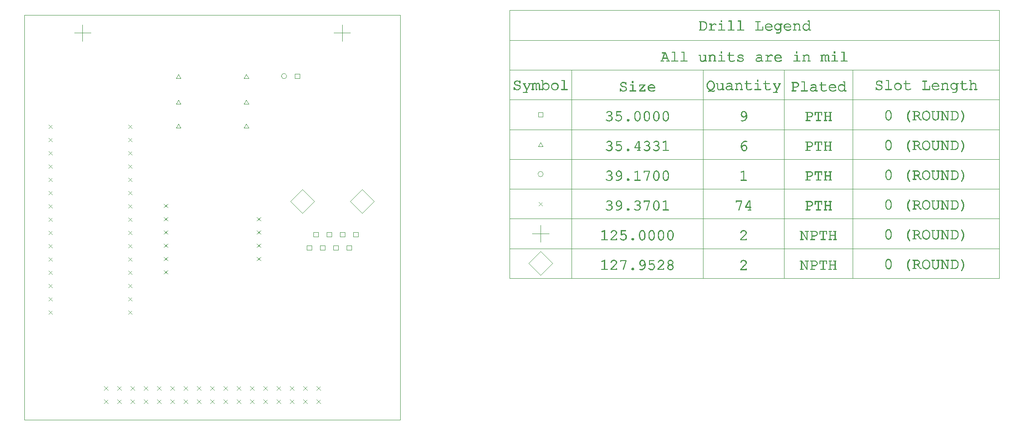
<source format=gbr>
G04 Generated by Ultiboard 14.1 *
%FSLAX24Y24*%
%MOIN*%

%ADD10C,0.0001*%
%ADD11C,0.0039*%
%ADD12C,0.0004*%
%ADD13C,0.0001*%


G04 ColorRGB 000000 for the following layer *
%LNDrill Symbols-Copper Top-Copper Bottom*%
%LPD*%
G54D11*
X4380Y28525D02*
X4380Y29775D01*
X3755Y29150D02*
X5005Y29150D01*
X23295Y29150D02*
X24545Y29150D01*
X23920Y28525D02*
X23920Y29775D01*
X22011Y2519D02*
X22289Y2241D01*
X22011Y2241D02*
X22289Y2519D01*
X21011Y2241D02*
X21289Y2519D01*
X21011Y2519D02*
X21289Y2241D01*
X20011Y2519D02*
X20289Y2241D01*
X20011Y2241D02*
X20289Y2519D01*
X19011Y2519D02*
X19289Y2241D01*
X19011Y2241D02*
X19289Y2519D01*
X18011Y2519D02*
X18289Y2241D01*
X18011Y2241D02*
X18289Y2519D01*
X17011Y2519D02*
X17289Y2241D01*
X17011Y2241D02*
X17289Y2519D01*
X16011Y2241D02*
X16289Y2519D01*
X16011Y2519D02*
X16289Y2241D01*
X15011Y2519D02*
X15289Y2241D01*
X15011Y2241D02*
X15289Y2519D01*
X14011Y2519D02*
X14289Y2241D01*
X14011Y2241D02*
X14289Y2519D01*
X13011Y2241D02*
X13289Y2519D01*
X13011Y2519D02*
X13289Y2241D01*
X12011Y2241D02*
X12289Y2519D01*
X12011Y2519D02*
X12289Y2241D01*
X11011Y2519D02*
X11289Y2241D01*
X11011Y2241D02*
X11289Y2519D01*
X10011Y2241D02*
X10289Y2519D01*
X10011Y2519D02*
X10289Y2241D01*
X9011Y2241D02*
X9289Y2519D01*
X9011Y2519D02*
X9289Y2241D01*
X8011Y2519D02*
X8289Y2241D01*
X8011Y2241D02*
X8289Y2519D01*
X7011Y2241D02*
X7289Y2519D01*
X7011Y2519D02*
X7289Y2241D01*
X6011Y2519D02*
X6289Y2241D01*
X6011Y2241D02*
X6289Y2519D01*
X22011Y1241D02*
X22289Y1519D01*
X22011Y1519D02*
X22289Y1241D01*
X21011Y1519D02*
X21289Y1241D01*
X21011Y1241D02*
X21289Y1519D01*
X20011Y1519D02*
X20289Y1241D01*
X20011Y1241D02*
X20289Y1519D01*
X19011Y1241D02*
X19289Y1519D01*
X19011Y1519D02*
X19289Y1241D01*
X18011Y1241D02*
X18289Y1519D01*
X18011Y1519D02*
X18289Y1241D01*
X17011Y1241D02*
X17289Y1519D01*
X17011Y1519D02*
X17289Y1241D01*
X16011Y1241D02*
X16289Y1519D01*
X16011Y1519D02*
X16289Y1241D01*
X15011Y1241D02*
X15289Y1519D01*
X15011Y1519D02*
X15289Y1241D01*
X14011Y1519D02*
X14289Y1241D01*
X14011Y1241D02*
X14289Y1519D01*
X13011Y1519D02*
X13289Y1241D01*
X13011Y1241D02*
X13289Y1519D01*
X12011Y1519D02*
X12289Y1241D01*
X12011Y1241D02*
X12289Y1519D01*
X11011Y1241D02*
X11289Y1519D01*
X11011Y1519D02*
X11289Y1241D01*
X10011Y1241D02*
X10289Y1519D01*
X10011Y1519D02*
X10289Y1241D01*
X9011Y1241D02*
X9289Y1519D01*
X9011Y1519D02*
X9289Y1241D01*
X8011Y1241D02*
X8289Y1519D01*
X8011Y1519D02*
X8289Y1241D01*
X7011Y1241D02*
X7289Y1519D01*
X7011Y1519D02*
X7289Y1241D01*
X6011Y1241D02*
X6289Y1519D01*
X6011Y1519D02*
X6289Y1241D01*
X10511Y15991D02*
X10789Y16269D01*
X10511Y16269D02*
X10789Y15991D01*
X10511Y14991D02*
X10789Y15269D01*
X10511Y15269D02*
X10789Y14991D01*
X17511Y15269D02*
X17789Y14991D01*
X17511Y14991D02*
X17789Y15269D01*
X10511Y14269D02*
X10789Y13991D01*
X10511Y13991D02*
X10789Y14269D01*
X17511Y14269D02*
X17789Y13991D01*
X17511Y13991D02*
X17789Y14269D01*
X10511Y13269D02*
X10789Y12991D01*
X10511Y12991D02*
X10789Y13269D01*
X17511Y13269D02*
X17789Y12991D01*
X17511Y12991D02*
X17789Y13269D01*
X10511Y12269D02*
X10789Y11991D01*
X10511Y11991D02*
X10789Y12269D01*
X17511Y11991D02*
X17789Y12269D01*
X17511Y12269D02*
X17789Y11991D01*
X10511Y10991D02*
X10789Y11269D01*
X10511Y11269D02*
X10789Y10991D01*
X25440Y15555D02*
X26345Y16460D01*
X25440Y17365D01*
X24535Y16460D01*
X25440Y15555D01*
X20940Y15555D02*
X21845Y16460D01*
X20940Y17365D01*
X20035Y16460D01*
X20940Y15555D01*
X1831Y14239D02*
X2109Y13961D01*
X1831Y13961D02*
X2109Y14239D01*
X7831Y18961D02*
X8109Y19239D01*
X7831Y19239D02*
X8109Y18961D01*
X1831Y22239D02*
X2109Y21961D01*
X1831Y21961D02*
X2109Y22239D01*
X1831Y21239D02*
X2109Y20961D01*
X1831Y20961D02*
X2109Y21239D01*
X7831Y20961D02*
X8109Y21239D01*
X7831Y21239D02*
X8109Y20961D01*
X1831Y18961D02*
X2109Y19239D01*
X1831Y19239D02*
X2109Y18961D01*
X7831Y16239D02*
X8109Y15961D01*
X7831Y15961D02*
X8109Y16239D01*
X7831Y15239D02*
X8109Y14961D01*
X7831Y14961D02*
X8109Y15239D01*
X7831Y21961D02*
X8109Y22239D01*
X7831Y22239D02*
X8109Y21961D01*
X1831Y20239D02*
X2109Y19961D01*
X1831Y19961D02*
X2109Y20239D01*
X7831Y19961D02*
X8109Y20239D01*
X7831Y20239D02*
X8109Y19961D01*
X1831Y17961D02*
X2109Y18239D01*
X1831Y18239D02*
X2109Y17961D01*
X7831Y17961D02*
X8109Y18239D01*
X7831Y18239D02*
X8109Y17961D01*
X1831Y17239D02*
X2109Y16961D01*
X1831Y16961D02*
X2109Y17239D01*
X7831Y17239D02*
X8109Y16961D01*
X7831Y16961D02*
X8109Y17239D01*
X1831Y16239D02*
X2109Y15961D01*
X1831Y15961D02*
X2109Y16239D01*
X1831Y14961D02*
X2109Y15239D01*
X1831Y15239D02*
X2109Y14961D01*
X7831Y14239D02*
X8109Y13961D01*
X7831Y13961D02*
X8109Y14239D01*
X1831Y13239D02*
X2109Y12961D01*
X1831Y12961D02*
X2109Y13239D01*
X7831Y12961D02*
X8109Y13239D01*
X7831Y13239D02*
X8109Y12961D01*
X1831Y11961D02*
X2109Y12239D01*
X1831Y12239D02*
X2109Y11961D01*
X7831Y12239D02*
X8109Y11961D01*
X7831Y11961D02*
X8109Y12239D01*
X1831Y11239D02*
X2109Y10961D01*
X1831Y10961D02*
X2109Y11239D01*
X7831Y11239D02*
X8109Y10961D01*
X7831Y10961D02*
X8109Y11239D01*
X1831Y9961D02*
X2109Y10239D01*
X1831Y10239D02*
X2109Y9961D01*
X7831Y10239D02*
X8109Y9961D01*
X7831Y9961D02*
X8109Y10239D01*
X1831Y9239D02*
X2109Y8961D01*
X1831Y8961D02*
X2109Y9239D01*
X7831Y8961D02*
X8109Y9239D01*
X7831Y9239D02*
X8109Y8961D01*
X1831Y7961D02*
X2109Y8239D01*
X1831Y8239D02*
X2109Y7961D01*
X7831Y7961D02*
X8109Y8239D01*
X7831Y8239D02*
X8109Y7961D01*
X38864Y10880D02*
X39768Y11785D01*
X38864Y12690D01*
X37959Y11785D01*
X38864Y10880D01*
X38239Y14027D02*
X39489Y14027D01*
X38864Y13402D02*
X38864Y14652D01*
X38725Y16131D02*
X39003Y16409D01*
X38725Y16409D02*
X39003Y16131D01*
G54D12*
X19354Y25894D02*
G75*
D01*
G02X19354Y25894I196J0*
G01*
X20375Y25719D02*
X20725Y25719D01*
X20725Y26069D01*
X20375Y26069D01*
X20375Y25719D01*
X21265Y12785D02*
X21615Y12785D01*
X21615Y13135D01*
X21265Y13135D01*
X21265Y12785D01*
X22265Y12785D02*
X22615Y12785D01*
X22615Y13135D01*
X22265Y13135D01*
X22265Y12785D01*
X23265Y12785D02*
X23615Y12785D01*
X23615Y13135D01*
X23265Y13135D01*
X23265Y12785D01*
X24265Y12785D02*
X24615Y12785D01*
X24615Y13135D01*
X24265Y13135D01*
X24265Y12785D01*
X21765Y13785D02*
X22115Y13785D01*
X22115Y14135D01*
X21765Y14135D01*
X21765Y13785D01*
X22765Y13785D02*
X23115Y13785D01*
X23115Y14135D01*
X22765Y14135D01*
X22765Y13785D01*
X23765Y13785D02*
X24115Y13785D01*
X24115Y14135D01*
X23765Y14135D01*
X23765Y13785D01*
X24765Y13785D02*
X25115Y13785D01*
X25115Y14135D01*
X24765Y14135D01*
X24765Y13785D01*
X16532Y21993D02*
X16886Y21993D01*
X16709Y22295D01*
X16532Y21993D01*
X11414Y21993D02*
X11768Y21993D01*
X11591Y22295D01*
X11414Y21993D01*
X16532Y23783D02*
X16886Y23783D01*
X16709Y24085D01*
X16532Y23783D01*
X11414Y23783D02*
X11768Y23783D01*
X11591Y24085D01*
X11414Y23783D01*
X11414Y25723D02*
X11768Y25723D01*
X11591Y26025D01*
X11414Y25723D01*
X16532Y25723D02*
X16886Y25723D01*
X16709Y26025D01*
X16532Y25723D01*
X38668Y18513D02*
G75*
D01*
G02X38668Y18513I196J0*
G01*
X38687Y20578D02*
X39041Y20578D01*
X38864Y20880D01*
X38687Y20578D01*
X38689Y22823D02*
X39039Y22823D01*
X39039Y23173D01*
X38689Y23173D01*
X38689Y22823D01*
G54D13*
G36*
X43446Y11328D02*
X43446Y11328D01*
X43446Y11348D01*
X43444Y11338D01*
X43446Y11328D01*
D02*
G37*
X43446Y11348D01*
X43444Y11338D01*
X43446Y11328D01*
G36*
X43446Y11348D02*
X43446Y11348D01*
X43446Y11328D01*
X43451Y11321D01*
X43446Y11348D01*
D02*
G37*
X43446Y11328D01*
X43451Y11321D01*
X43446Y11348D01*
G36*
X43451Y11321D02*
X43451Y11321D01*
X43451Y11355D01*
X43446Y11348D01*
X43451Y11321D01*
D02*
G37*
X43451Y11355D01*
X43446Y11348D01*
X43451Y11321D01*
G36*
X43451Y11355D02*
X43451Y11355D01*
X43451Y11321D01*
X43461Y11315D01*
X43451Y11355D01*
D02*
G37*
X43451Y11321D01*
X43461Y11315D01*
X43451Y11355D01*
G36*
X43461Y11315D02*
X43461Y11315D01*
X43461Y11360D01*
X43451Y11355D01*
X43461Y11315D01*
D02*
G37*
X43461Y11360D01*
X43451Y11355D01*
X43461Y11315D01*
G36*
X43461Y11360D02*
X43461Y11360D01*
X43461Y11315D01*
X43476Y11314D01*
X43461Y11360D01*
D02*
G37*
X43461Y11315D01*
X43476Y11314D01*
X43461Y11360D01*
G36*
X43476Y11314D02*
X43476Y11314D01*
X43476Y11362D01*
X43461Y11360D01*
X43476Y11314D01*
D02*
G37*
X43476Y11362D01*
X43461Y11360D01*
X43476Y11314D01*
G36*
X43476Y11362D02*
X43476Y11362D01*
X43476Y11314D01*
X43857Y11314D01*
X43476Y11362D01*
D02*
G37*
X43476Y11314D01*
X43857Y11314D01*
X43476Y11362D01*
G36*
X43857Y11314D02*
X43857Y11314D01*
X43642Y11362D01*
X43476Y11362D01*
X43857Y11314D01*
D02*
G37*
X43642Y11362D01*
X43476Y11362D01*
X43857Y11314D01*
G36*
X43642Y11362D02*
X43642Y11362D01*
X43857Y11314D01*
X43691Y11362D01*
X43642Y11362D01*
D02*
G37*
X43857Y11314D01*
X43691Y11362D01*
X43642Y11362D01*
G36*
X43691Y11362D02*
X43691Y11362D01*
X43642Y11980D01*
X43642Y11362D01*
X43691Y11362D01*
D02*
G37*
X43642Y11980D01*
X43642Y11362D01*
X43691Y11362D01*
G36*
X43642Y11980D02*
X43642Y11980D01*
X43691Y11362D01*
X43691Y12047D01*
X43642Y11980D01*
D02*
G37*
X43691Y11362D01*
X43691Y12047D01*
X43642Y11980D01*
G36*
X43691Y12047D02*
X43691Y12047D01*
X43484Y11931D01*
X43642Y11980D01*
X43691Y12047D01*
D02*
G37*
X43484Y11931D01*
X43642Y11980D01*
X43691Y12047D01*
G36*
X43484Y11931D02*
X43484Y11931D01*
X43691Y12047D01*
X43474Y11928D01*
X43484Y11931D01*
D02*
G37*
X43691Y12047D01*
X43474Y11928D01*
X43484Y11931D01*
G36*
X43469Y11977D02*
X43469Y11977D01*
X43457Y11972D01*
X43459Y11929D01*
X43469Y11977D01*
D02*
G37*
X43457Y11972D01*
X43459Y11929D01*
X43469Y11977D01*
G36*
X43469Y11977D01*
X43459Y11929D01*
X43468Y11927D01*
X43469Y11977D01*
D02*
G37*
X43459Y11929D01*
X43468Y11927D01*
X43469Y11977D01*
G36*
X43469Y11977D01*
X43468Y11927D01*
X43474Y11928D01*
X43469Y11977D01*
D02*
G37*
X43468Y11927D01*
X43474Y11928D01*
X43469Y11977D01*
G36*
X43469Y11977D01*
X43474Y11928D01*
X43691Y12047D01*
X43469Y11977D01*
D02*
G37*
X43474Y11928D01*
X43691Y12047D01*
X43469Y11977D01*
G36*
X43457Y11972D02*
X43457Y11972D01*
X43452Y11934D01*
X43459Y11929D01*
X43457Y11972D01*
D02*
G37*
X43452Y11934D01*
X43459Y11929D01*
X43457Y11972D01*
G36*
X43452Y11934D02*
X43452Y11934D01*
X43457Y11972D01*
X43450Y11968D01*
X43452Y11934D01*
D02*
G37*
X43457Y11972D01*
X43450Y11968D01*
X43452Y11934D01*
G36*
X43450Y11968D02*
X43450Y11968D01*
X43446Y11942D01*
X43452Y11934D01*
X43450Y11968D01*
D02*
G37*
X43446Y11942D01*
X43452Y11934D01*
X43450Y11968D01*
G36*
X43446Y11942D02*
X43446Y11942D01*
X43450Y11968D01*
X43446Y11960D01*
X43446Y11942D01*
D02*
G37*
X43450Y11968D01*
X43446Y11960D01*
X43446Y11942D01*
G36*
X43446Y11960D02*
X43446Y11960D01*
X43445Y11951D01*
X43446Y11942D01*
X43446Y11960D01*
D02*
G37*
X43445Y11951D01*
X43446Y11942D01*
X43446Y11960D01*
G36*
X43857Y11314D02*
X43857Y11314D01*
X43857Y11362D01*
X43691Y11362D01*
X43857Y11314D01*
D02*
G37*
X43857Y11362D01*
X43691Y11362D01*
X43857Y11314D01*
G36*
X43857Y11362D02*
X43857Y11362D01*
X43857Y11314D01*
X43872Y11315D01*
X43857Y11362D01*
D02*
G37*
X43857Y11314D01*
X43872Y11315D01*
X43857Y11362D01*
G36*
X43872Y11315D02*
X43872Y11315D01*
X43872Y11360D01*
X43857Y11362D01*
X43872Y11315D01*
D02*
G37*
X43872Y11360D01*
X43857Y11362D01*
X43872Y11315D01*
G36*
X43872Y11360D02*
X43872Y11360D01*
X43872Y11315D01*
X43882Y11321D01*
X43872Y11360D01*
D02*
G37*
X43872Y11315D01*
X43882Y11321D01*
X43872Y11360D01*
G36*
X43882Y11321D02*
X43882Y11321D01*
X43882Y11355D01*
X43872Y11360D01*
X43882Y11321D01*
D02*
G37*
X43882Y11355D01*
X43872Y11360D01*
X43882Y11321D01*
G36*
X43882Y11355D02*
X43882Y11355D01*
X43882Y11321D01*
X43887Y11328D01*
X43882Y11355D01*
D02*
G37*
X43882Y11321D01*
X43887Y11328D01*
X43882Y11355D01*
G36*
X43887Y11328D02*
X43887Y11328D01*
X43887Y11348D01*
X43882Y11355D01*
X43887Y11328D01*
D02*
G37*
X43887Y11348D01*
X43882Y11355D01*
X43887Y11328D01*
G36*
X43887Y11348D02*
X43887Y11348D01*
X43887Y11328D01*
X43889Y11338D01*
X43887Y11348D01*
D02*
G37*
X43887Y11328D01*
X43889Y11338D01*
X43887Y11348D01*
G36*
X44588Y11314D02*
X44588Y11314D01*
X44588Y11381D01*
X44586Y11396D01*
X44588Y11314D01*
D02*
G37*
X44588Y11381D01*
X44586Y11396D01*
X44588Y11314D01*
G36*
X44588Y11314D01*
X44586Y11396D01*
X44581Y11406D01*
X44588Y11314D01*
D02*
G37*
X44586Y11396D01*
X44581Y11406D01*
X44588Y11314D01*
G36*
X44588Y11314D01*
X44581Y11406D01*
X44573Y11412D01*
X44588Y11314D01*
D02*
G37*
X44581Y11406D01*
X44573Y11412D01*
X44588Y11314D01*
G36*
X44588Y11314D01*
X44573Y11412D01*
X44564Y11413D01*
X44588Y11314D01*
D02*
G37*
X44573Y11412D01*
X44564Y11413D01*
X44588Y11314D01*
G36*
X44588Y11314D01*
X44564Y11413D01*
X44554Y11412D01*
X44588Y11314D01*
D02*
G37*
X44564Y11413D01*
X44554Y11412D01*
X44588Y11314D01*
G36*
X44588Y11314D01*
X44554Y11412D01*
X44546Y11406D01*
X44588Y11314D01*
D02*
G37*
X44554Y11412D01*
X44546Y11406D01*
X44588Y11314D01*
G36*
X44588Y11314D01*
X44546Y11406D01*
X44541Y11396D01*
X44588Y11314D01*
D02*
G37*
X44546Y11406D01*
X44541Y11396D01*
X44588Y11314D01*
G36*
X44588Y11314D01*
X44541Y11396D01*
X44539Y11381D01*
X44588Y11314D01*
D02*
G37*
X44541Y11396D01*
X44539Y11381D01*
X44588Y11314D01*
G36*
X44588Y11314D01*
X44539Y11381D01*
X44539Y11362D01*
X44588Y11314D01*
D02*
G37*
X44539Y11381D01*
X44539Y11362D01*
X44588Y11314D01*
G36*
X44588Y11314D01*
X44539Y11362D01*
X44167Y11362D01*
X44588Y11314D01*
D02*
G37*
X44539Y11362D01*
X44167Y11362D01*
X44588Y11314D01*
G36*
X44588Y11314D01*
X44167Y11362D01*
X44120Y11314D01*
X44588Y11314D01*
D02*
G37*
X44167Y11362D01*
X44120Y11314D01*
X44588Y11314D01*
G36*
X44496Y11749D02*
X44496Y11749D01*
X44503Y11685D01*
X44517Y11777D01*
X44496Y11749D01*
D02*
G37*
X44503Y11685D01*
X44517Y11777D01*
X44496Y11749D01*
G36*
X44503Y11685D02*
X44503Y11685D01*
X44496Y11749D01*
X44462Y11711D01*
X44503Y11685D01*
D02*
G37*
X44496Y11749D01*
X44462Y11711D01*
X44503Y11685D01*
G36*
X44462Y11711D02*
X44462Y11711D01*
X44445Y11627D01*
X44503Y11685D01*
X44462Y11711D01*
D02*
G37*
X44445Y11627D01*
X44503Y11685D01*
X44462Y11711D01*
G36*
X44445Y11627D02*
X44445Y11627D01*
X44462Y11711D01*
X44407Y11655D01*
X44445Y11627D01*
D02*
G37*
X44462Y11711D01*
X44407Y11655D01*
X44445Y11627D01*
G36*
X44407Y11655D02*
X44407Y11655D01*
X44290Y11477D01*
X44445Y11627D01*
X44407Y11655D01*
D02*
G37*
X44290Y11477D01*
X44445Y11627D01*
X44407Y11655D01*
G36*
X44290Y11477D02*
X44290Y11477D01*
X44407Y11655D01*
X44265Y11519D01*
X44290Y11477D01*
D02*
G37*
X44407Y11655D01*
X44265Y11519D01*
X44290Y11477D01*
G36*
X44265Y11519D02*
X44265Y11519D01*
X44167Y11366D01*
X44290Y11477D01*
X44265Y11519D01*
D02*
G37*
X44167Y11366D01*
X44290Y11477D01*
X44265Y11519D01*
G36*
X44167Y11366D02*
X44167Y11366D01*
X44265Y11519D01*
X44120Y11385D01*
X44167Y11366D01*
D02*
G37*
X44265Y11519D01*
X44120Y11385D01*
X44167Y11366D01*
G36*
X44120Y11385D02*
X44120Y11385D01*
X44167Y11362D01*
X44167Y11366D01*
X44120Y11385D01*
D02*
G37*
X44167Y11362D01*
X44167Y11366D01*
X44120Y11385D01*
G36*
X44167Y11362D02*
X44167Y11362D01*
X44120Y11385D01*
X44120Y11314D01*
X44167Y11362D01*
D02*
G37*
X44120Y11385D01*
X44120Y11314D01*
X44167Y11362D01*
G36*
X44583Y11888D02*
X44583Y11888D01*
X44551Y11959D01*
X44562Y11759D01*
X44583Y11888D01*
D02*
G37*
X44551Y11959D01*
X44562Y11759D01*
X44583Y11888D01*
G36*
X44583Y11888D01*
X44562Y11759D01*
X44577Y11788D01*
X44583Y11888D01*
D02*
G37*
X44562Y11759D01*
X44577Y11788D01*
X44583Y11888D01*
G36*
X44583Y11888D01*
X44577Y11788D01*
X44585Y11817D01*
X44583Y11888D01*
D02*
G37*
X44577Y11788D01*
X44585Y11817D01*
X44583Y11888D01*
G36*
X44583Y11888D01*
X44585Y11817D01*
X44588Y11849D01*
X44583Y11888D01*
D02*
G37*
X44585Y11817D01*
X44588Y11849D01*
X44583Y11888D01*
G36*
X44539Y11727D02*
X44539Y11727D01*
X44562Y11759D01*
X44551Y11959D01*
X44539Y11727D01*
D02*
G37*
X44562Y11759D01*
X44551Y11959D01*
X44539Y11727D01*
G36*
X44539Y11727D01*
X44551Y11959D01*
X44539Y11848D01*
X44539Y11727D01*
D02*
G37*
X44551Y11959D01*
X44539Y11848D01*
X44539Y11727D01*
G36*
X44539Y11727D01*
X44539Y11848D01*
X44536Y11825D01*
X44539Y11727D01*
D02*
G37*
X44539Y11848D01*
X44536Y11825D01*
X44539Y11727D01*
G36*
X44539Y11727D01*
X44536Y11825D01*
X44530Y11802D01*
X44539Y11727D01*
D02*
G37*
X44536Y11825D01*
X44530Y11802D01*
X44539Y11727D01*
G36*
X44539Y11727D01*
X44530Y11802D01*
X44517Y11777D01*
X44539Y11727D01*
D02*
G37*
X44530Y11802D01*
X44517Y11777D01*
X44539Y11727D01*
G36*
X44539Y11727D01*
X44517Y11777D01*
X44503Y11685D01*
X44539Y11727D01*
D02*
G37*
X44517Y11777D01*
X44503Y11685D01*
X44539Y11727D01*
G36*
X44510Y11933D02*
X44510Y11933D01*
X44522Y11992D01*
X44488Y11958D01*
X44510Y11933D01*
D02*
G37*
X44522Y11992D01*
X44488Y11958D01*
X44510Y11933D01*
G36*
X44522Y11992D02*
X44522Y11992D01*
X44510Y11933D01*
X44535Y11878D01*
X44522Y11992D01*
D02*
G37*
X44510Y11933D01*
X44535Y11878D01*
X44522Y11992D01*
G36*
X44535Y11878D02*
X44535Y11878D01*
X44551Y11959D01*
X44522Y11992D01*
X44535Y11878D01*
D02*
G37*
X44551Y11959D01*
X44522Y11992D01*
X44535Y11878D01*
G36*
X44551Y11959D02*
X44551Y11959D01*
X44535Y11878D01*
X44539Y11848D01*
X44551Y11959D01*
D02*
G37*
X44535Y11878D01*
X44539Y11848D01*
X44551Y11959D01*
G36*
X44401Y12003D02*
X44401Y12003D01*
X44410Y12051D01*
X44367Y12006D01*
X44401Y12003D01*
D02*
G37*
X44410Y12051D01*
X44367Y12006D01*
X44401Y12003D01*
G36*
X44410Y12051D02*
X44410Y12051D01*
X44401Y12003D01*
X44462Y11979D01*
X44410Y12051D01*
D02*
G37*
X44401Y12003D01*
X44462Y11979D01*
X44410Y12051D01*
G36*
X44462Y11979D02*
X44462Y11979D01*
X44488Y12019D01*
X44410Y12051D01*
X44462Y11979D01*
D02*
G37*
X44488Y12019D01*
X44410Y12051D01*
X44462Y11979D01*
G36*
X44488Y12019D02*
X44488Y12019D01*
X44462Y11979D01*
X44488Y11958D01*
X44488Y12019D01*
D02*
G37*
X44462Y11979D01*
X44488Y11958D01*
X44488Y12019D01*
G36*
X44488Y11958D02*
X44488Y11958D01*
X44522Y11992D01*
X44488Y12019D01*
X44488Y11958D01*
D02*
G37*
X44522Y11992D01*
X44488Y12019D01*
X44488Y11958D01*
G36*
X44255Y11969D02*
X44255Y11969D01*
X44257Y12028D01*
X44214Y11929D01*
X44255Y11969D01*
D02*
G37*
X44257Y12028D01*
X44214Y11929D01*
X44255Y11969D01*
G36*
X44257Y12028D02*
X44257Y12028D01*
X44255Y11969D01*
X44307Y11997D01*
X44257Y12028D01*
D02*
G37*
X44255Y11969D01*
X44307Y11997D01*
X44257Y12028D01*
G36*
X44307Y11997D02*
X44307Y11997D01*
X44311Y12048D01*
X44257Y12028D01*
X44307Y11997D01*
D02*
G37*
X44311Y12048D01*
X44257Y12028D01*
X44307Y11997D01*
G36*
X44311Y12048D02*
X44311Y12048D01*
X44307Y11997D01*
X44367Y12006D01*
X44311Y12048D01*
D02*
G37*
X44307Y11997D01*
X44367Y12006D01*
X44311Y12048D01*
G36*
X44367Y12006D02*
X44367Y12006D01*
X44367Y12055D01*
X44311Y12048D01*
X44367Y12006D01*
D02*
G37*
X44367Y12055D01*
X44311Y12048D01*
X44367Y12006D01*
G36*
X44367Y12055D02*
X44367Y12055D01*
X44367Y12006D01*
X44410Y12051D01*
X44367Y12055D01*
D02*
G37*
X44367Y12006D01*
X44410Y12051D01*
X44367Y12055D01*
G36*
X44210Y11995D02*
X44210Y11995D01*
X44174Y11953D01*
X44175Y11857D01*
X44210Y11995D01*
D02*
G37*
X44174Y11953D01*
X44175Y11857D01*
X44210Y11995D01*
G36*
X44210Y11995D01*
X44175Y11857D01*
X44183Y11861D01*
X44210Y11995D01*
D02*
G37*
X44175Y11857D01*
X44183Y11861D01*
X44210Y11995D01*
G36*
X44210Y11995D01*
X44183Y11861D01*
X44187Y11868D01*
X44210Y11995D01*
D02*
G37*
X44183Y11861D01*
X44187Y11868D01*
X44210Y11995D01*
G36*
X44210Y11995D01*
X44187Y11868D01*
X44191Y11879D01*
X44210Y11995D01*
D02*
G37*
X44187Y11868D01*
X44191Y11879D01*
X44210Y11995D01*
G36*
X44210Y11995D01*
X44191Y11879D01*
X44214Y11929D01*
X44210Y11995D01*
D02*
G37*
X44191Y11879D01*
X44214Y11929D01*
X44210Y11995D01*
G36*
X44210Y11995D01*
X44214Y11929D01*
X44257Y12028D01*
X44210Y11995D01*
D02*
G37*
X44214Y11929D01*
X44257Y12028D01*
X44210Y11995D01*
G36*
X44150Y11862D02*
X44150Y11862D01*
X44151Y11911D01*
X44145Y11870D01*
X44150Y11862D01*
D02*
G37*
X44151Y11911D01*
X44145Y11870D01*
X44150Y11862D01*
G36*
X44151Y11911D02*
X44151Y11911D01*
X44150Y11862D01*
X44158Y11857D01*
X44151Y11911D01*
D02*
G37*
X44150Y11862D01*
X44158Y11857D01*
X44151Y11911D01*
G36*
X44158Y11857D02*
X44158Y11857D01*
X44174Y11953D01*
X44151Y11911D01*
X44158Y11857D01*
D02*
G37*
X44174Y11953D01*
X44151Y11911D01*
X44158Y11857D01*
G36*
X44174Y11953D02*
X44174Y11953D01*
X44158Y11857D01*
X44167Y11856D01*
X44174Y11953D01*
D02*
G37*
X44158Y11857D01*
X44167Y11856D01*
X44174Y11953D01*
G36*
X44167Y11856D02*
X44167Y11856D01*
X44175Y11857D01*
X44174Y11953D01*
X44167Y11856D01*
D02*
G37*
X44175Y11857D01*
X44174Y11953D01*
X44167Y11856D01*
G36*
X44145Y11870D02*
X44145Y11870D01*
X44151Y11911D01*
X44143Y11878D01*
X44145Y11870D01*
D02*
G37*
X44151Y11911D01*
X44143Y11878D01*
X44145Y11870D01*
G36*
X45101Y11337D02*
X45101Y11337D01*
X45247Y11966D01*
X45096Y11325D01*
X45101Y11337D01*
D02*
G37*
X45247Y11966D01*
X45096Y11325D01*
X45101Y11337D01*
G36*
X45247Y11966D02*
X45247Y11966D01*
X45101Y11337D01*
X45296Y11960D01*
X45247Y11966D01*
D02*
G37*
X45101Y11337D01*
X45296Y11960D01*
X45247Y11966D01*
G36*
X45296Y11960D02*
X45296Y11960D01*
X45247Y11988D01*
X45247Y11966D01*
X45296Y11960D01*
D02*
G37*
X45247Y11988D01*
X45247Y11966D01*
X45296Y11960D01*
G36*
X45247Y11988D02*
X45247Y11988D01*
X45296Y11960D01*
X45296Y12037D01*
X45247Y11988D01*
D02*
G37*
X45296Y11960D01*
X45296Y12037D01*
X45247Y11988D01*
G36*
X45296Y12037D02*
X45296Y12037D01*
X44900Y11988D01*
X45247Y11988D01*
X45296Y12037D01*
D02*
G37*
X44900Y11988D01*
X45247Y11988D01*
X45296Y12037D01*
G36*
X44900Y11988D02*
X44900Y11988D01*
X45296Y12037D01*
X44852Y12037D01*
X44900Y11988D01*
D02*
G37*
X45296Y12037D01*
X44852Y12037D01*
X44900Y11988D01*
G36*
X44852Y12037D02*
X44852Y12037D01*
X44853Y11931D01*
X44900Y11988D01*
X44852Y12037D01*
D02*
G37*
X44853Y11931D01*
X44900Y11988D01*
X44852Y12037D01*
G36*
X44853Y11931D02*
X44853Y11931D01*
X44852Y12037D01*
X44852Y11946D01*
X44853Y11931D01*
D02*
G37*
X44852Y12037D01*
X44852Y11946D01*
X44853Y11931D01*
G36*
X44900Y11988D02*
X44900Y11988D01*
X44853Y11931D01*
X44859Y11921D01*
X44900Y11988D01*
D02*
G37*
X44853Y11931D01*
X44859Y11921D01*
X44900Y11988D01*
G36*
X44900Y11988D01*
X44859Y11921D01*
X44866Y11915D01*
X44900Y11988D01*
D02*
G37*
X44859Y11921D01*
X44866Y11915D01*
X44900Y11988D01*
G36*
X44900Y11988D01*
X44866Y11915D01*
X44876Y11913D01*
X44900Y11988D01*
D02*
G37*
X44866Y11915D01*
X44876Y11913D01*
X44900Y11988D01*
G36*
X44900Y11988D01*
X44876Y11913D01*
X44886Y11915D01*
X44900Y11988D01*
D02*
G37*
X44876Y11913D01*
X44886Y11915D01*
X44900Y11988D01*
G36*
X44900Y11988D01*
X44886Y11915D01*
X44893Y11921D01*
X44900Y11988D01*
D02*
G37*
X44886Y11915D01*
X44893Y11921D01*
X44900Y11988D01*
G36*
X44900Y11988D01*
X44893Y11921D01*
X44898Y11931D01*
X44900Y11988D01*
D02*
G37*
X44893Y11921D01*
X44898Y11931D01*
X44900Y11988D01*
G36*
X44900Y11988D01*
X44898Y11931D01*
X44900Y11946D01*
X44900Y11988D01*
D02*
G37*
X44898Y11931D01*
X44900Y11946D01*
X44900Y11988D01*
G36*
X45247Y11966D02*
X45247Y11966D01*
X45055Y11352D01*
X45059Y11319D01*
X45247Y11966D01*
D02*
G37*
X45055Y11352D01*
X45059Y11319D01*
X45247Y11966D01*
G36*
X45247Y11966D01*
X45059Y11319D01*
X45066Y11314D01*
X45247Y11966D01*
D02*
G37*
X45059Y11319D01*
X45066Y11314D01*
X45247Y11966D01*
G36*
X45247Y11966D01*
X45066Y11314D01*
X45076Y11312D01*
X45247Y11966D01*
D02*
G37*
X45066Y11314D01*
X45076Y11312D01*
X45247Y11966D01*
G36*
X45247Y11966D01*
X45076Y11312D01*
X45084Y11314D01*
X45247Y11966D01*
D02*
G37*
X45076Y11312D01*
X45084Y11314D01*
X45247Y11966D01*
G36*
X45247Y11966D01*
X45084Y11314D01*
X45090Y11317D01*
X45247Y11966D01*
D02*
G37*
X45084Y11314D01*
X45090Y11317D01*
X45247Y11966D01*
G36*
X45247Y11966D01*
X45090Y11317D01*
X45096Y11325D01*
X45247Y11966D01*
D02*
G37*
X45090Y11317D01*
X45096Y11325D01*
X45247Y11966D01*
G36*
X45054Y11327D02*
X45054Y11327D01*
X45059Y11319D01*
X45055Y11352D01*
X45054Y11327D01*
D02*
G37*
X45059Y11319D01*
X45055Y11352D01*
X45054Y11327D01*
G36*
X45054Y11327D01*
X45055Y11352D01*
X45053Y11342D01*
X45054Y11327D01*
D02*
G37*
X45055Y11352D01*
X45053Y11342D01*
X45054Y11327D01*
G36*
X45054Y11327D01*
X45053Y11342D01*
X45052Y11336D01*
X45054Y11327D01*
D02*
G37*
X45053Y11342D01*
X45052Y11336D01*
X45054Y11327D01*
G36*
X45783Y11453D02*
X45783Y11453D01*
X45753Y11447D01*
X45783Y11453D01*
D02*
G37*
X45753Y11447D01*
X45783Y11453D01*
G36*
X45783Y11453D01*
X45753Y11447D01*
X45728Y11430D01*
X45783Y11453D01*
D02*
G37*
X45753Y11447D01*
X45728Y11430D01*
X45783Y11453D01*
G36*
X45783Y11453D01*
X45728Y11430D01*
X45710Y11405D01*
X45783Y11453D01*
D02*
G37*
X45728Y11430D01*
X45710Y11405D01*
X45783Y11453D01*
G36*
X45783Y11453D01*
X45710Y11405D01*
X45705Y11374D01*
X45783Y11453D01*
D02*
G37*
X45710Y11405D01*
X45705Y11374D01*
X45783Y11453D01*
G36*
X45783Y11453D01*
X45705Y11374D01*
X45710Y11344D01*
X45783Y11453D01*
D02*
G37*
X45705Y11374D01*
X45710Y11344D01*
X45783Y11453D01*
G36*
X45783Y11453D01*
X45710Y11344D01*
X45728Y11319D01*
X45783Y11453D01*
D02*
G37*
X45710Y11344D01*
X45728Y11319D01*
X45783Y11453D01*
G36*
X45783Y11453D01*
X45728Y11319D01*
X45753Y11302D01*
X45783Y11453D01*
D02*
G37*
X45728Y11319D01*
X45753Y11302D01*
X45783Y11453D01*
G36*
X45783Y11453D01*
X45753Y11302D01*
X45783Y11296D01*
X45783Y11453D01*
D02*
G37*
X45753Y11302D01*
X45783Y11296D01*
X45783Y11453D01*
G36*
X45783Y11453D01*
X45783Y11296D01*
X45804Y11296D01*
X45783Y11453D01*
D02*
G37*
X45783Y11296D01*
X45804Y11296D01*
X45783Y11453D01*
G36*
X45783Y11453D01*
X45804Y11296D01*
X45833Y11302D01*
X45783Y11453D01*
D02*
G37*
X45804Y11296D01*
X45833Y11302D01*
X45783Y11453D01*
G36*
X45783Y11453D01*
X45833Y11302D01*
X45859Y11319D01*
X45783Y11453D01*
D02*
G37*
X45833Y11302D01*
X45859Y11319D01*
X45783Y11453D01*
G36*
X45783Y11453D01*
X45859Y11319D01*
X45876Y11344D01*
X45783Y11453D01*
D02*
G37*
X45859Y11319D01*
X45876Y11344D01*
X45783Y11453D01*
G36*
X45783Y11453D01*
X45876Y11344D01*
X45882Y11375D01*
X45783Y11453D01*
D02*
G37*
X45876Y11344D01*
X45882Y11375D01*
X45783Y11453D01*
G36*
X45783Y11453D01*
X45882Y11375D01*
X45876Y11405D01*
X45783Y11453D01*
D02*
G37*
X45882Y11375D01*
X45876Y11405D01*
X45783Y11453D01*
G36*
X45783Y11453D01*
X45876Y11405D01*
X45859Y11430D01*
X45783Y11453D01*
D02*
G37*
X45876Y11405D01*
X45859Y11430D01*
X45783Y11453D01*
G36*
X45783Y11453D01*
X45859Y11430D01*
X45834Y11447D01*
X45783Y11453D01*
D02*
G37*
X45859Y11430D01*
X45834Y11447D01*
X45783Y11453D01*
G36*
X45783Y11453D01*
X45834Y11447D01*
X45804Y11453D01*
X45783Y11453D01*
D02*
G37*
X45834Y11447D01*
X45804Y11453D01*
X45783Y11453D01*
G36*
X46539Y12003D02*
X46539Y12003D01*
X46541Y12052D01*
X46510Y12006D01*
X46539Y12003D01*
D02*
G37*
X46541Y12052D01*
X46510Y12006D01*
X46539Y12003D01*
G36*
X46541Y12052D02*
X46541Y12052D01*
X46539Y12003D01*
X46592Y11982D01*
X46541Y12052D01*
D02*
G37*
X46539Y12003D01*
X46592Y11982D01*
X46541Y12052D01*
G36*
X46592Y11982D02*
X46592Y11982D01*
X46601Y12032D01*
X46541Y12052D01*
X46592Y11982D01*
D02*
G37*
X46601Y12032D01*
X46541Y12052D01*
X46592Y11982D01*
G36*
X46601Y12032D02*
X46601Y12032D01*
X46592Y11982D01*
X46616Y11963D01*
X46601Y12032D01*
D02*
G37*
X46592Y11982D01*
X46616Y11963D01*
X46601Y12032D01*
G36*
X46616Y11963D02*
X46616Y11963D01*
X46629Y12014D01*
X46601Y12032D01*
X46616Y11963D01*
D02*
G37*
X46629Y12014D01*
X46601Y12032D01*
X46616Y11963D01*
G36*
X46629Y12014D02*
X46629Y12014D01*
X46616Y11963D01*
X46637Y11937D01*
X46629Y12014D01*
D02*
G37*
X46616Y11963D01*
X46637Y11937D01*
X46629Y12014D01*
G36*
X46637Y11937D02*
X46637Y11937D01*
X46654Y11991D01*
X46629Y12014D01*
X46637Y11937D01*
D02*
G37*
X46654Y11991D01*
X46629Y12014D01*
X46637Y11937D01*
G36*
X46654Y11991D02*
X46654Y11991D01*
X46637Y11937D01*
X46675Y11858D01*
X46654Y11991D01*
D02*
G37*
X46637Y11937D01*
X46675Y11858D01*
X46654Y11991D01*
G36*
X46675Y11858D02*
X46675Y11858D01*
X46696Y11932D01*
X46654Y11991D01*
X46675Y11858D01*
D02*
G37*
X46696Y11932D01*
X46654Y11991D01*
X46675Y11858D01*
G36*
X46696Y11932D02*
X46696Y11932D01*
X46675Y11858D01*
X46691Y11804D01*
X46696Y11932D01*
D02*
G37*
X46675Y11858D01*
X46691Y11804D01*
X46696Y11932D01*
G36*
X46691Y11804D02*
X46691Y11804D01*
X46701Y11723D01*
X46696Y11932D01*
X46691Y11804D01*
D02*
G37*
X46701Y11723D01*
X46696Y11932D01*
X46691Y11804D01*
G36*
X46701Y11723D02*
X46701Y11723D01*
X46691Y11804D01*
X46660Y11747D01*
X46701Y11723D01*
D02*
G37*
X46691Y11804D01*
X46660Y11747D01*
X46701Y11723D01*
G36*
X46660Y11747D02*
X46660Y11747D01*
X46660Y11665D01*
X46701Y11723D01*
X46660Y11747D01*
D02*
G37*
X46660Y11665D01*
X46701Y11723D01*
X46660Y11747D01*
G36*
X46660Y11665D02*
X46660Y11665D01*
X46660Y11747D01*
X46637Y11712D01*
X46660Y11665D01*
D02*
G37*
X46660Y11747D01*
X46637Y11712D01*
X46660Y11665D01*
G36*
X46637Y11712D02*
X46637Y11712D01*
X46612Y11623D01*
X46660Y11665D01*
X46637Y11712D01*
D02*
G37*
X46612Y11623D01*
X46660Y11665D01*
X46637Y11712D01*
G36*
X46612Y11623D02*
X46612Y11623D01*
X46637Y11712D01*
X46606Y11680D01*
X46612Y11623D01*
D02*
G37*
X46637Y11712D01*
X46606Y11680D01*
X46612Y11623D01*
G36*
X46606Y11680D02*
X46606Y11680D01*
X46574Y11657D01*
X46612Y11623D01*
X46606Y11680D01*
D02*
G37*
X46574Y11657D01*
X46612Y11623D01*
X46606Y11680D01*
G36*
X46426Y11976D02*
X46426Y11976D01*
X46465Y12050D01*
X46401Y11954D01*
X46426Y11976D01*
D02*
G37*
X46465Y12050D01*
X46401Y11954D01*
X46426Y11976D01*
G36*
X46465Y12050D02*
X46465Y12050D01*
X46426Y11976D01*
X46480Y12002D01*
X46465Y12050D01*
D02*
G37*
X46426Y11976D01*
X46480Y12002D01*
X46465Y12050D01*
G36*
X46480Y12002D02*
X46480Y12002D01*
X46509Y12055D01*
X46465Y12050D01*
X46480Y12002D01*
D02*
G37*
X46509Y12055D01*
X46465Y12050D01*
X46480Y12002D01*
G36*
X46509Y12055D02*
X46509Y12055D01*
X46480Y12002D01*
X46510Y12006D01*
X46509Y12055D01*
D02*
G37*
X46480Y12002D01*
X46510Y12006D01*
X46509Y12055D01*
G36*
X46510Y12006D02*
X46510Y12006D01*
X46541Y12052D01*
X46509Y12055D01*
X46510Y12006D01*
D02*
G37*
X46541Y12052D01*
X46509Y12055D01*
X46510Y12006D01*
G36*
X46358Y11859D02*
X46358Y11859D01*
X46361Y11982D01*
X46355Y11821D01*
X46358Y11859D01*
D02*
G37*
X46361Y11982D01*
X46355Y11821D01*
X46358Y11859D01*
G36*
X46361Y11982D02*
X46361Y11982D01*
X46358Y11859D01*
X46381Y11926D01*
X46361Y11982D01*
D02*
G37*
X46358Y11859D01*
X46381Y11926D01*
X46361Y11982D01*
G36*
X46381Y11926D02*
X46381Y11926D01*
X46391Y12014D01*
X46361Y11982D01*
X46381Y11926D01*
D02*
G37*
X46391Y12014D01*
X46361Y11982D01*
X46381Y11926D01*
G36*
X46391Y12014D02*
X46391Y12014D01*
X46381Y11926D01*
X46401Y11954D01*
X46391Y12014D01*
D02*
G37*
X46381Y11926D01*
X46401Y11954D01*
X46391Y12014D01*
G36*
X46401Y11954D02*
X46401Y11954D01*
X46465Y12050D01*
X46391Y12014D01*
X46401Y11954D01*
D02*
G37*
X46465Y12050D01*
X46391Y12014D01*
X46401Y11954D01*
G36*
X46337Y11944D02*
X46337Y11944D01*
X46310Y11863D01*
X46313Y11760D01*
X46337Y11944D01*
D02*
G37*
X46310Y11863D01*
X46313Y11760D01*
X46337Y11944D01*
G36*
X46337Y11944D01*
X46313Y11760D01*
X46334Y11703D01*
X46337Y11944D01*
D02*
G37*
X46313Y11760D01*
X46334Y11703D01*
X46337Y11944D01*
G36*
X46337Y11944D01*
X46334Y11703D01*
X46366Y11654D01*
X46337Y11944D01*
D02*
G37*
X46334Y11703D01*
X46366Y11654D01*
X46337Y11944D01*
G36*
X46337Y11944D01*
X46366Y11654D01*
X46355Y11821D01*
X46337Y11944D01*
D02*
G37*
X46366Y11654D01*
X46355Y11821D01*
X46337Y11944D01*
G36*
X46337Y11944D01*
X46355Y11821D01*
X46361Y11982D01*
X46337Y11944D01*
D02*
G37*
X46355Y11821D01*
X46361Y11982D01*
X46337Y11944D01*
G36*
X46749Y11727D02*
X46749Y11727D01*
X46743Y11569D01*
X46751Y11663D01*
X46749Y11727D01*
D02*
G37*
X46743Y11569D01*
X46751Y11663D01*
X46749Y11727D01*
G36*
X46743Y11569D02*
X46743Y11569D01*
X46749Y11727D01*
X46730Y11843D01*
X46743Y11569D01*
D02*
G37*
X46749Y11727D01*
X46730Y11843D01*
X46743Y11569D01*
G36*
X46730Y11843D02*
X46730Y11843D01*
X46718Y11492D01*
X46743Y11569D01*
X46730Y11843D01*
D02*
G37*
X46718Y11492D01*
X46743Y11569D01*
X46730Y11843D01*
G36*
X46718Y11492D02*
X46718Y11492D01*
X46730Y11843D01*
X46713Y11895D01*
X46718Y11492D01*
D02*
G37*
X46730Y11843D01*
X46713Y11895D01*
X46718Y11492D01*
G36*
X46713Y11895D02*
X46713Y11895D01*
X46703Y11655D01*
X46718Y11492D01*
X46713Y11895D01*
D02*
G37*
X46703Y11655D01*
X46718Y11492D01*
X46713Y11895D01*
G36*
X46703Y11655D02*
X46703Y11655D01*
X46713Y11895D01*
X46702Y11684D01*
X46703Y11655D01*
D02*
G37*
X46713Y11895D01*
X46702Y11684D01*
X46703Y11655D01*
G36*
X46713Y11895D02*
X46713Y11895D01*
X46696Y11932D01*
X46701Y11723D01*
X46713Y11895D01*
D02*
G37*
X46696Y11932D01*
X46701Y11723D01*
X46713Y11895D01*
G36*
X46713Y11895D01*
X46701Y11723D01*
X46702Y11684D01*
X46713Y11895D01*
D02*
G37*
X46701Y11723D01*
X46702Y11684D01*
X46713Y11895D01*
G36*
X46559Y11598D02*
X46559Y11598D01*
X46612Y11623D01*
X46574Y11657D01*
X46559Y11598D01*
D02*
G37*
X46612Y11623D01*
X46574Y11657D01*
X46559Y11598D01*
G36*
X46559Y11598D01*
X46574Y11657D01*
X46541Y11643D01*
X46559Y11598D01*
D02*
G37*
X46574Y11657D01*
X46541Y11643D01*
X46559Y11598D01*
G36*
X46559Y11598D01*
X46541Y11643D01*
X46507Y11638D01*
X46559Y11598D01*
D02*
G37*
X46541Y11643D01*
X46507Y11638D01*
X46559Y11598D01*
G36*
X46559Y11598D01*
X46507Y11638D01*
X46506Y11590D01*
X46559Y11598D01*
D02*
G37*
X46507Y11638D01*
X46506Y11590D01*
X46559Y11598D01*
G36*
X46409Y11619D02*
X46409Y11619D01*
X46425Y11667D01*
X46401Y11690D01*
X46409Y11619D01*
D02*
G37*
X46425Y11667D01*
X46401Y11690D01*
X46409Y11619D01*
G36*
X46425Y11667D02*
X46425Y11667D01*
X46409Y11619D01*
X46456Y11597D01*
X46425Y11667D01*
D02*
G37*
X46409Y11619D01*
X46456Y11597D01*
X46425Y11667D01*
G36*
X46456Y11597D02*
X46456Y11597D01*
X46478Y11642D01*
X46425Y11667D01*
X46456Y11597D01*
D02*
G37*
X46478Y11642D01*
X46425Y11667D01*
X46456Y11597D01*
G36*
X46478Y11642D02*
X46478Y11642D01*
X46456Y11597D01*
X46506Y11590D01*
X46478Y11642D01*
D02*
G37*
X46456Y11597D01*
X46506Y11590D01*
X46478Y11642D01*
G36*
X46506Y11590D02*
X46506Y11590D01*
X46507Y11638D01*
X46478Y11642D01*
X46506Y11590D01*
D02*
G37*
X46507Y11638D01*
X46478Y11642D01*
X46506Y11590D01*
G36*
X46381Y11717D02*
X46381Y11717D01*
X46358Y11783D01*
X46366Y11654D01*
X46381Y11717D01*
D02*
G37*
X46358Y11783D01*
X46366Y11654D01*
X46381Y11717D01*
G36*
X46381Y11717D01*
X46366Y11654D01*
X46409Y11619D01*
X46381Y11717D01*
D02*
G37*
X46366Y11654D01*
X46409Y11619D01*
X46381Y11717D01*
G36*
X46381Y11717D01*
X46409Y11619D01*
X46401Y11690D01*
X46381Y11717D01*
D02*
G37*
X46409Y11619D01*
X46401Y11690D01*
X46381Y11717D01*
G36*
X46697Y11591D02*
X46697Y11591D01*
X46653Y11480D01*
X46654Y11403D01*
X46697Y11591D01*
D02*
G37*
X46653Y11480D01*
X46654Y11403D01*
X46697Y11591D01*
G36*
X46697Y11591D01*
X46654Y11403D01*
X46691Y11447D01*
X46697Y11591D01*
D02*
G37*
X46654Y11403D01*
X46691Y11447D01*
X46697Y11591D01*
G36*
X46697Y11591D01*
X46691Y11447D01*
X46718Y11492D01*
X46697Y11591D01*
D02*
G37*
X46691Y11447D01*
X46718Y11492D01*
X46697Y11591D01*
G36*
X46697Y11591D01*
X46718Y11492D01*
X46703Y11655D01*
X46697Y11591D01*
D02*
G37*
X46718Y11492D01*
X46703Y11655D01*
X46697Y11591D01*
G36*
X46559Y11333D02*
X46559Y11333D01*
X46568Y11395D01*
X46485Y11305D01*
X46559Y11333D01*
D02*
G37*
X46568Y11395D01*
X46485Y11305D01*
X46559Y11333D01*
G36*
X46568Y11395D02*
X46568Y11395D01*
X46559Y11333D01*
X46609Y11364D01*
X46568Y11395D01*
D02*
G37*
X46559Y11333D01*
X46609Y11364D01*
X46568Y11395D01*
G36*
X46609Y11364D02*
X46609Y11364D01*
X46615Y11433D01*
X46568Y11395D01*
X46609Y11364D01*
D02*
G37*
X46615Y11433D01*
X46568Y11395D01*
X46609Y11364D01*
G36*
X46615Y11433D02*
X46615Y11433D01*
X46609Y11364D01*
X46654Y11403D01*
X46615Y11433D01*
D02*
G37*
X46609Y11364D01*
X46654Y11403D01*
X46615Y11433D01*
G36*
X46654Y11403D02*
X46654Y11403D01*
X46653Y11480D01*
X46615Y11433D01*
X46654Y11403D01*
D02*
G37*
X46653Y11480D01*
X46615Y11433D01*
X46654Y11403D01*
G36*
X46463Y11350D02*
X46463Y11350D01*
X46404Y11345D01*
X46408Y11296D01*
X46463Y11350D01*
D02*
G37*
X46404Y11345D01*
X46408Y11296D01*
X46463Y11350D01*
G36*
X46463Y11350D01*
X46408Y11296D01*
X46485Y11305D01*
X46463Y11350D01*
D02*
G37*
X46408Y11296D01*
X46485Y11305D01*
X46463Y11350D01*
G36*
X46463Y11350D01*
X46485Y11305D01*
X46568Y11395D01*
X46463Y11350D01*
D02*
G37*
X46485Y11305D01*
X46568Y11395D01*
X46463Y11350D01*
G36*
X46376Y11348D02*
X46376Y11348D01*
X46352Y11356D01*
X46360Y11301D01*
X46376Y11348D01*
D02*
G37*
X46352Y11356D01*
X46360Y11301D01*
X46376Y11348D01*
G36*
X46376Y11348D01*
X46360Y11301D01*
X46408Y11296D01*
X46376Y11348D01*
D02*
G37*
X46360Y11301D01*
X46408Y11296D01*
X46376Y11348D01*
G36*
X46376Y11348D01*
X46408Y11296D01*
X46404Y11345D01*
X46376Y11348D01*
D02*
G37*
X46408Y11296D01*
X46404Y11345D01*
X46376Y11348D01*
G36*
X46340Y11360D02*
X46340Y11360D01*
X46360Y11301D01*
X46352Y11356D01*
X46340Y11360D01*
D02*
G37*
X46360Y11301D01*
X46352Y11356D01*
X46340Y11360D01*
G36*
X46360Y11301D02*
X46360Y11301D01*
X46340Y11360D01*
X46332Y11362D01*
X46360Y11301D01*
D02*
G37*
X46340Y11360D01*
X46332Y11362D01*
X46360Y11301D01*
G36*
X46332Y11362D02*
X46332Y11362D01*
X46323Y11316D01*
X46360Y11301D01*
X46332Y11362D01*
D02*
G37*
X46323Y11316D01*
X46360Y11301D01*
X46332Y11362D01*
G36*
X46323Y11316D02*
X46323Y11316D01*
X46332Y11362D01*
X46322Y11360D01*
X46323Y11316D01*
D02*
G37*
X46332Y11362D01*
X46322Y11360D01*
X46323Y11316D01*
G36*
X46322Y11360D02*
X46322Y11360D01*
X46315Y11355D01*
X46323Y11316D01*
X46322Y11360D01*
D02*
G37*
X46315Y11355D01*
X46323Y11316D01*
X46322Y11360D01*
G36*
X46312Y11326D02*
X46312Y11326D01*
X46323Y11316D01*
X46315Y11355D01*
X46312Y11326D01*
D02*
G37*
X46323Y11316D01*
X46315Y11355D01*
X46312Y11326D01*
G36*
X46312Y11326D01*
X46315Y11355D01*
X46310Y11348D01*
X46312Y11326D01*
D02*
G37*
X46315Y11355D01*
X46310Y11348D01*
X46312Y11326D01*
G36*
X46312Y11326D01*
X46310Y11348D01*
X46308Y11339D01*
X46312Y11326D01*
D02*
G37*
X46310Y11348D01*
X46308Y11339D01*
X46312Y11326D01*
G36*
X46313Y11760D02*
X46313Y11760D01*
X46310Y11863D01*
X46306Y11820D01*
X46313Y11760D01*
D02*
G37*
X46310Y11863D01*
X46306Y11820D01*
X46313Y11760D01*
G36*
X46355Y11821D02*
X46355Y11821D01*
X46366Y11654D01*
X46358Y11783D01*
X46355Y11821D01*
D02*
G37*
X46366Y11654D01*
X46358Y11783D01*
X46355Y11821D01*
G36*
X47367Y11988D02*
X47367Y11988D01*
X47367Y12037D01*
X47077Y11988D01*
X47367Y11988D01*
D02*
G37*
X47367Y12037D01*
X47077Y11988D01*
X47367Y11988D01*
G36*
X47367Y12037D02*
X47367Y12037D01*
X47367Y11988D01*
X47382Y11990D01*
X47367Y12037D01*
D02*
G37*
X47367Y11988D01*
X47382Y11990D01*
X47367Y12037D01*
G36*
X47382Y11990D02*
X47382Y11990D01*
X47382Y12036D01*
X47367Y12037D01*
X47382Y11990D01*
D02*
G37*
X47382Y12036D01*
X47367Y12037D01*
X47382Y11990D01*
G36*
X47382Y12036D02*
X47382Y12036D01*
X47382Y11990D01*
X47392Y11995D01*
X47382Y12036D01*
D02*
G37*
X47382Y11990D01*
X47392Y11995D01*
X47382Y12036D01*
G36*
X47392Y11995D02*
X47392Y11995D01*
X47392Y12030D01*
X47382Y12036D01*
X47392Y11995D01*
D02*
G37*
X47392Y12030D01*
X47382Y12036D01*
X47392Y11995D01*
G36*
X47392Y12030D02*
X47392Y12030D01*
X47392Y11995D01*
X47397Y12003D01*
X47392Y12030D01*
D02*
G37*
X47392Y11995D01*
X47397Y12003D01*
X47392Y12030D01*
G36*
X47397Y12003D02*
X47397Y12003D01*
X47397Y12023D01*
X47392Y12030D01*
X47397Y12003D01*
D02*
G37*
X47397Y12023D01*
X47392Y12030D01*
X47397Y12003D01*
G36*
X47397Y12023D02*
X47397Y12023D01*
X47397Y12003D01*
X47399Y12013D01*
X47397Y12023D01*
D02*
G37*
X47397Y12003D01*
X47399Y12013D01*
X47397Y12023D01*
G36*
X47197Y11785D02*
X47197Y11785D01*
X47229Y11739D01*
X47233Y11787D01*
X47197Y11785D01*
D02*
G37*
X47229Y11739D01*
X47233Y11787D01*
X47197Y11785D01*
G36*
X47229Y11739D02*
X47229Y11739D01*
X47197Y11785D01*
X47159Y11778D01*
X47229Y11739D01*
D02*
G37*
X47197Y11785D01*
X47159Y11778D01*
X47229Y11739D01*
G36*
X47159Y11778D02*
X47159Y11778D01*
X47153Y11729D01*
X47229Y11739D01*
X47159Y11778D01*
D02*
G37*
X47153Y11729D01*
X47229Y11739D01*
X47159Y11778D01*
G36*
X47153Y11729D02*
X47153Y11729D01*
X47159Y11778D01*
X47119Y11767D01*
X47153Y11729D01*
D02*
G37*
X47159Y11778D01*
X47119Y11767D01*
X47153Y11729D01*
G36*
X47119Y11767D02*
X47119Y11767D01*
X47078Y11699D01*
X47153Y11729D01*
X47119Y11767D01*
D02*
G37*
X47078Y11699D01*
X47153Y11729D01*
X47119Y11767D01*
G36*
X47078Y11699D02*
X47078Y11699D01*
X47119Y11767D01*
X47077Y11751D01*
X47078Y11699D01*
D02*
G37*
X47119Y11767D01*
X47077Y11751D01*
X47078Y11699D01*
G36*
X47077Y11751D02*
X47077Y11751D01*
X47062Y11692D01*
X47078Y11699D01*
X47077Y11751D01*
D02*
G37*
X47062Y11692D01*
X47078Y11699D01*
X47077Y11751D01*
G36*
X47062Y11692D02*
X47062Y11692D01*
X47077Y11751D01*
X47077Y11988D01*
X47062Y11692D01*
D02*
G37*
X47077Y11751D01*
X47077Y11988D01*
X47062Y11692D01*
G36*
X47077Y11988D02*
X47077Y11988D01*
X47052Y11690D01*
X47062Y11692D01*
X47077Y11988D01*
D02*
G37*
X47052Y11690D01*
X47062Y11692D01*
X47077Y11988D01*
G36*
X47052Y11690D02*
X47052Y11690D01*
X47077Y11988D01*
X47042Y11691D01*
X47052Y11690D01*
D02*
G37*
X47077Y11988D01*
X47042Y11691D01*
X47052Y11690D01*
G36*
X47077Y11988D02*
X47077Y11988D01*
X47367Y12037D01*
X47029Y12037D01*
X47077Y11988D01*
D02*
G37*
X47367Y12037D01*
X47029Y12037D01*
X47077Y11988D01*
G36*
X47077Y11988D01*
X47029Y12037D01*
X47030Y11705D01*
X47077Y11988D01*
D02*
G37*
X47029Y12037D01*
X47030Y11705D01*
X47077Y11988D01*
G36*
X47077Y11988D01*
X47030Y11705D01*
X47035Y11697D01*
X47077Y11988D01*
D02*
G37*
X47030Y11705D01*
X47035Y11697D01*
X47077Y11988D01*
G36*
X47077Y11988D01*
X47035Y11697D01*
X47042Y11691D01*
X47077Y11988D01*
D02*
G37*
X47035Y11697D01*
X47042Y11691D01*
X47077Y11988D01*
G36*
X47444Y11604D02*
X47444Y11604D01*
X47443Y11500D01*
X47447Y11555D01*
X47444Y11604D01*
D02*
G37*
X47443Y11500D01*
X47447Y11555D01*
X47444Y11604D01*
G36*
X47443Y11500D02*
X47443Y11500D01*
X47444Y11604D01*
X47413Y11689D01*
X47443Y11500D01*
D02*
G37*
X47444Y11604D01*
X47413Y11689D01*
X47443Y11500D01*
G36*
X47413Y11689D02*
X47413Y11689D01*
X47409Y11406D01*
X47443Y11500D01*
X47413Y11689D01*
D02*
G37*
X47409Y11406D01*
X47443Y11500D01*
X47413Y11689D01*
G36*
X47409Y11406D02*
X47409Y11406D01*
X47413Y11689D01*
X47398Y11557D01*
X47409Y11406D01*
D02*
G37*
X47413Y11689D01*
X47398Y11557D01*
X47409Y11406D01*
G36*
X47398Y11557D02*
X47398Y11557D01*
X47395Y11511D01*
X47409Y11406D01*
X47398Y11557D01*
D02*
G37*
X47395Y11511D01*
X47409Y11406D01*
X47398Y11557D01*
G36*
X47351Y11689D02*
X47351Y11689D01*
X47353Y11751D01*
X47325Y11711D01*
X47351Y11689D01*
D02*
G37*
X47353Y11751D01*
X47325Y11711D01*
X47351Y11689D01*
G36*
X47353Y11751D02*
X47353Y11751D01*
X47351Y11689D01*
X47372Y11662D01*
X47353Y11751D01*
D02*
G37*
X47351Y11689D01*
X47372Y11662D01*
X47353Y11751D01*
G36*
X47372Y11662D02*
X47372Y11662D01*
X47386Y11723D01*
X47353Y11751D01*
X47372Y11662D01*
D02*
G37*
X47386Y11723D01*
X47353Y11751D01*
X47372Y11662D01*
G36*
X47386Y11723D02*
X47386Y11723D01*
X47372Y11662D01*
X47395Y11596D01*
X47386Y11723D01*
D02*
G37*
X47372Y11662D01*
X47395Y11596D01*
X47386Y11723D01*
G36*
X47395Y11596D02*
X47395Y11596D01*
X47413Y11689D01*
X47386Y11723D01*
X47395Y11596D01*
D02*
G37*
X47413Y11689D01*
X47386Y11723D01*
X47395Y11596D01*
G36*
X47413Y11689D02*
X47413Y11689D01*
X47395Y11596D01*
X47398Y11557D01*
X47413Y11689D01*
D02*
G37*
X47395Y11596D01*
X47398Y11557D01*
X47413Y11689D01*
G36*
X47277Y11783D02*
X47277Y11783D01*
X47233Y11787D01*
X47264Y11736D01*
X47277Y11783D01*
D02*
G37*
X47233Y11787D01*
X47264Y11736D01*
X47277Y11783D01*
G36*
X47277Y11783D01*
X47264Y11736D01*
X47325Y11711D01*
X47277Y11783D01*
D02*
G37*
X47264Y11736D01*
X47325Y11711D01*
X47277Y11783D01*
G36*
X47277Y11783D01*
X47325Y11711D01*
X47353Y11751D01*
X47277Y11783D01*
D02*
G37*
X47325Y11711D01*
X47353Y11751D01*
X47277Y11783D01*
G36*
X47378Y11368D02*
X47378Y11368D01*
X47409Y11406D01*
X47395Y11511D01*
X47378Y11368D01*
D02*
G37*
X47409Y11406D01*
X47395Y11511D01*
X47378Y11368D01*
G36*
X47378Y11368D01*
X47395Y11511D01*
X47367Y11434D01*
X47378Y11368D01*
D02*
G37*
X47395Y11511D01*
X47367Y11434D01*
X47378Y11368D01*
G36*
X47378Y11368D01*
X47367Y11434D01*
X47343Y11403D01*
X47378Y11368D01*
D02*
G37*
X47367Y11434D01*
X47343Y11403D01*
X47378Y11368D01*
G36*
X47378Y11368D01*
X47343Y11403D01*
X47341Y11337D01*
X47378Y11368D01*
D02*
G37*
X47343Y11403D01*
X47341Y11337D01*
X47378Y11368D01*
G36*
X47205Y11296D02*
X47205Y11296D01*
X47243Y11348D01*
X47203Y11345D01*
X47205Y11296D01*
D02*
G37*
X47243Y11348D01*
X47203Y11345D01*
X47205Y11296D01*
G36*
X47243Y11348D02*
X47243Y11348D01*
X47205Y11296D01*
X47255Y11301D01*
X47243Y11348D01*
D02*
G37*
X47205Y11296D01*
X47255Y11301D01*
X47243Y11348D01*
G36*
X47255Y11301D02*
X47255Y11301D01*
X47314Y11377D01*
X47243Y11348D01*
X47255Y11301D01*
D02*
G37*
X47314Y11377D01*
X47243Y11348D01*
X47255Y11301D01*
G36*
X47314Y11377D02*
X47314Y11377D01*
X47255Y11301D01*
X47341Y11337D01*
X47314Y11377D01*
D02*
G37*
X47255Y11301D01*
X47341Y11337D01*
X47314Y11377D01*
G36*
X47341Y11337D02*
X47341Y11337D01*
X47343Y11403D01*
X47314Y11377D01*
X47341Y11337D01*
D02*
G37*
X47343Y11403D01*
X47314Y11377D01*
X47341Y11337D01*
G36*
X47153Y11350D02*
X47153Y11350D01*
X47058Y11391D01*
X47073Y11327D01*
X47153Y11350D01*
D02*
G37*
X47058Y11391D01*
X47073Y11327D01*
X47153Y11350D01*
G36*
X47153Y11350D01*
X47073Y11327D01*
X47138Y11304D01*
X47153Y11350D01*
D02*
G37*
X47073Y11327D01*
X47138Y11304D01*
X47153Y11350D01*
G36*
X47153Y11350D01*
X47138Y11304D01*
X47205Y11296D01*
X47153Y11350D01*
D02*
G37*
X47138Y11304D01*
X47205Y11296D01*
X47153Y11350D01*
G36*
X47153Y11350D01*
X47205Y11296D01*
X47203Y11345D01*
X47153Y11350D01*
D02*
G37*
X47205Y11296D01*
X47203Y11345D01*
X47153Y11350D01*
G36*
X47030Y11351D02*
X47030Y11351D01*
X47073Y11327D01*
X47058Y11391D01*
X47030Y11351D01*
D02*
G37*
X47073Y11327D01*
X47058Y11391D01*
X47030Y11351D01*
G36*
X47030Y11351D01*
X47058Y11391D01*
X47013Y11426D01*
X47030Y11351D01*
D02*
G37*
X47058Y11391D01*
X47013Y11426D01*
X47030Y11351D01*
G36*
X47030Y11351D01*
X47013Y11426D01*
X47003Y11434D01*
X47030Y11351D01*
D02*
G37*
X47013Y11426D01*
X47003Y11434D01*
X47030Y11351D01*
G36*
X47030Y11351D01*
X47003Y11434D01*
X46992Y11436D01*
X47030Y11351D01*
D02*
G37*
X47003Y11434D01*
X46992Y11436D01*
X47030Y11351D01*
G36*
X47030Y11351D01*
X46992Y11436D01*
X46991Y11380D01*
X47030Y11351D01*
D02*
G37*
X46992Y11436D01*
X46991Y11380D01*
X47030Y11351D01*
G36*
X46984Y11435D02*
X46984Y11435D01*
X46991Y11380D01*
X46992Y11436D01*
X46984Y11435D01*
D02*
G37*
X46991Y11380D01*
X46992Y11436D01*
X46984Y11435D01*
G36*
X46991Y11380D02*
X46991Y11380D01*
X46984Y11435D01*
X46976Y11429D01*
X46991Y11380D01*
D02*
G37*
X46984Y11435D01*
X46976Y11429D01*
X46991Y11380D01*
G36*
X46976Y11429D02*
X46976Y11429D01*
X46975Y11397D01*
X46991Y11380D01*
X46976Y11429D01*
D02*
G37*
X46975Y11397D01*
X46991Y11380D01*
X46976Y11429D01*
G36*
X46975Y11397D02*
X46975Y11397D01*
X46976Y11429D01*
X46971Y11421D01*
X46975Y11397D01*
D02*
G37*
X46976Y11429D01*
X46971Y11421D01*
X46975Y11397D01*
G36*
X46971Y11421D02*
X46971Y11421D01*
X46969Y11412D01*
X46975Y11397D01*
X46971Y11421D01*
D02*
G37*
X46969Y11412D01*
X46975Y11397D01*
X46971Y11421D01*
G36*
X47233Y11787D02*
X47233Y11787D01*
X47229Y11739D01*
X47264Y11736D01*
X47233Y11787D01*
D02*
G37*
X47229Y11739D01*
X47264Y11736D01*
X47233Y11787D01*
G36*
X47030Y11705D02*
X47030Y11705D01*
X47029Y12037D01*
X47029Y11716D01*
X47030Y11705D01*
D02*
G37*
X47029Y12037D01*
X47029Y11716D01*
X47030Y11705D01*
G36*
X48132Y11314D02*
X48132Y11314D01*
X48132Y11381D01*
X48130Y11396D01*
X48132Y11314D01*
D02*
G37*
X48132Y11381D01*
X48130Y11396D01*
X48132Y11314D01*
G36*
X48132Y11314D01*
X48130Y11396D01*
X48125Y11406D01*
X48132Y11314D01*
D02*
G37*
X48130Y11396D01*
X48125Y11406D01*
X48132Y11314D01*
G36*
X48132Y11314D01*
X48125Y11406D01*
X48117Y11412D01*
X48132Y11314D01*
D02*
G37*
X48125Y11406D01*
X48117Y11412D01*
X48132Y11314D01*
G36*
X48132Y11314D01*
X48117Y11412D01*
X48108Y11413D01*
X48132Y11314D01*
D02*
G37*
X48117Y11412D01*
X48108Y11413D01*
X48132Y11314D01*
G36*
X48132Y11314D01*
X48108Y11413D01*
X48098Y11412D01*
X48132Y11314D01*
D02*
G37*
X48108Y11413D01*
X48098Y11412D01*
X48132Y11314D01*
G36*
X48132Y11314D01*
X48098Y11412D01*
X48090Y11406D01*
X48132Y11314D01*
D02*
G37*
X48098Y11412D01*
X48090Y11406D01*
X48132Y11314D01*
G36*
X48132Y11314D01*
X48090Y11406D01*
X48085Y11396D01*
X48132Y11314D01*
D02*
G37*
X48090Y11406D01*
X48085Y11396D01*
X48132Y11314D01*
G36*
X48132Y11314D01*
X48085Y11396D01*
X48083Y11381D01*
X48132Y11314D01*
D02*
G37*
X48085Y11396D01*
X48083Y11381D01*
X48132Y11314D01*
G36*
X48132Y11314D01*
X48083Y11381D01*
X48083Y11362D01*
X48132Y11314D01*
D02*
G37*
X48083Y11381D01*
X48083Y11362D01*
X48132Y11314D01*
G36*
X48132Y11314D01*
X48083Y11362D01*
X47711Y11362D01*
X48132Y11314D01*
D02*
G37*
X48083Y11362D01*
X47711Y11362D01*
X48132Y11314D01*
G36*
X48132Y11314D01*
X47711Y11362D01*
X47664Y11314D01*
X48132Y11314D01*
D02*
G37*
X47711Y11362D01*
X47664Y11314D01*
X48132Y11314D01*
G36*
X48040Y11749D02*
X48040Y11749D01*
X48047Y11685D01*
X48061Y11777D01*
X48040Y11749D01*
D02*
G37*
X48047Y11685D01*
X48061Y11777D01*
X48040Y11749D01*
G36*
X48047Y11685D02*
X48047Y11685D01*
X48040Y11749D01*
X48006Y11711D01*
X48047Y11685D01*
D02*
G37*
X48040Y11749D01*
X48006Y11711D01*
X48047Y11685D01*
G36*
X48006Y11711D02*
X48006Y11711D01*
X47989Y11627D01*
X48047Y11685D01*
X48006Y11711D01*
D02*
G37*
X47989Y11627D01*
X48047Y11685D01*
X48006Y11711D01*
G36*
X47989Y11627D02*
X47989Y11627D01*
X48006Y11711D01*
X47951Y11655D01*
X47989Y11627D01*
D02*
G37*
X48006Y11711D01*
X47951Y11655D01*
X47989Y11627D01*
G36*
X47951Y11655D02*
X47951Y11655D01*
X47834Y11477D01*
X47989Y11627D01*
X47951Y11655D01*
D02*
G37*
X47834Y11477D01*
X47989Y11627D01*
X47951Y11655D01*
G36*
X47834Y11477D02*
X47834Y11477D01*
X47951Y11655D01*
X47809Y11519D01*
X47834Y11477D01*
D02*
G37*
X47951Y11655D01*
X47809Y11519D01*
X47834Y11477D01*
G36*
X47809Y11519D02*
X47809Y11519D01*
X47711Y11366D01*
X47834Y11477D01*
X47809Y11519D01*
D02*
G37*
X47711Y11366D01*
X47834Y11477D01*
X47809Y11519D01*
G36*
X47711Y11366D02*
X47711Y11366D01*
X47809Y11519D01*
X47664Y11385D01*
X47711Y11366D01*
D02*
G37*
X47809Y11519D01*
X47664Y11385D01*
X47711Y11366D01*
G36*
X47664Y11385D02*
X47664Y11385D01*
X47711Y11362D01*
X47711Y11366D01*
X47664Y11385D01*
D02*
G37*
X47711Y11362D01*
X47711Y11366D01*
X47664Y11385D01*
G36*
X47711Y11362D02*
X47711Y11362D01*
X47664Y11385D01*
X47664Y11314D01*
X47711Y11362D01*
D02*
G37*
X47664Y11385D01*
X47664Y11314D01*
X47711Y11362D01*
G36*
X48127Y11888D02*
X48127Y11888D01*
X48095Y11959D01*
X48106Y11759D01*
X48127Y11888D01*
D02*
G37*
X48095Y11959D01*
X48106Y11759D01*
X48127Y11888D01*
G36*
X48127Y11888D01*
X48106Y11759D01*
X48120Y11788D01*
X48127Y11888D01*
D02*
G37*
X48106Y11759D01*
X48120Y11788D01*
X48127Y11888D01*
G36*
X48127Y11888D01*
X48120Y11788D01*
X48129Y11817D01*
X48127Y11888D01*
D02*
G37*
X48120Y11788D01*
X48129Y11817D01*
X48127Y11888D01*
G36*
X48127Y11888D01*
X48129Y11817D01*
X48131Y11849D01*
X48127Y11888D01*
D02*
G37*
X48129Y11817D01*
X48131Y11849D01*
X48127Y11888D01*
G36*
X48083Y11727D02*
X48083Y11727D01*
X48106Y11759D01*
X48095Y11959D01*
X48083Y11727D01*
D02*
G37*
X48106Y11759D01*
X48095Y11959D01*
X48083Y11727D01*
G36*
X48083Y11727D01*
X48095Y11959D01*
X48082Y11848D01*
X48083Y11727D01*
D02*
G37*
X48095Y11959D01*
X48082Y11848D01*
X48083Y11727D01*
G36*
X48083Y11727D01*
X48082Y11848D01*
X48080Y11825D01*
X48083Y11727D01*
D02*
G37*
X48082Y11848D01*
X48080Y11825D01*
X48083Y11727D01*
G36*
X48083Y11727D01*
X48080Y11825D01*
X48073Y11802D01*
X48083Y11727D01*
D02*
G37*
X48080Y11825D01*
X48073Y11802D01*
X48083Y11727D01*
G36*
X48083Y11727D01*
X48073Y11802D01*
X48061Y11777D01*
X48083Y11727D01*
D02*
G37*
X48073Y11802D01*
X48061Y11777D01*
X48083Y11727D01*
G36*
X48083Y11727D01*
X48061Y11777D01*
X48047Y11685D01*
X48083Y11727D01*
D02*
G37*
X48061Y11777D01*
X48047Y11685D01*
X48083Y11727D01*
G36*
X48054Y11933D02*
X48054Y11933D01*
X48066Y11992D01*
X48032Y11958D01*
X48054Y11933D01*
D02*
G37*
X48066Y11992D01*
X48032Y11958D01*
X48054Y11933D01*
G36*
X48066Y11992D02*
X48066Y11992D01*
X48054Y11933D01*
X48079Y11878D01*
X48066Y11992D01*
D02*
G37*
X48054Y11933D01*
X48079Y11878D01*
X48066Y11992D01*
G36*
X48079Y11878D02*
X48079Y11878D01*
X48095Y11959D01*
X48066Y11992D01*
X48079Y11878D01*
D02*
G37*
X48095Y11959D01*
X48066Y11992D01*
X48079Y11878D01*
G36*
X48095Y11959D02*
X48095Y11959D01*
X48079Y11878D01*
X48082Y11848D01*
X48095Y11959D01*
D02*
G37*
X48079Y11878D01*
X48082Y11848D01*
X48095Y11959D01*
G36*
X47945Y12003D02*
X47945Y12003D01*
X47954Y12051D01*
X47911Y12006D01*
X47945Y12003D01*
D02*
G37*
X47954Y12051D01*
X47911Y12006D01*
X47945Y12003D01*
G36*
X47954Y12051D02*
X47954Y12051D01*
X47945Y12003D01*
X48006Y11979D01*
X47954Y12051D01*
D02*
G37*
X47945Y12003D01*
X48006Y11979D01*
X47954Y12051D01*
G36*
X48006Y11979D02*
X48006Y11979D01*
X48032Y12019D01*
X47954Y12051D01*
X48006Y11979D01*
D02*
G37*
X48032Y12019D01*
X47954Y12051D01*
X48006Y11979D01*
G36*
X48032Y12019D02*
X48032Y12019D01*
X48006Y11979D01*
X48032Y11958D01*
X48032Y12019D01*
D02*
G37*
X48006Y11979D01*
X48032Y11958D01*
X48032Y12019D01*
G36*
X48032Y11958D02*
X48032Y11958D01*
X48066Y11992D01*
X48032Y12019D01*
X48032Y11958D01*
D02*
G37*
X48066Y11992D01*
X48032Y12019D01*
X48032Y11958D01*
G36*
X47799Y11969D02*
X47799Y11969D01*
X47801Y12028D01*
X47758Y11929D01*
X47799Y11969D01*
D02*
G37*
X47801Y12028D01*
X47758Y11929D01*
X47799Y11969D01*
G36*
X47801Y12028D02*
X47801Y12028D01*
X47799Y11969D01*
X47851Y11997D01*
X47801Y12028D01*
D02*
G37*
X47799Y11969D01*
X47851Y11997D01*
X47801Y12028D01*
G36*
X47851Y11997D02*
X47851Y11997D01*
X47855Y12048D01*
X47801Y12028D01*
X47851Y11997D01*
D02*
G37*
X47855Y12048D01*
X47801Y12028D01*
X47851Y11997D01*
G36*
X47855Y12048D02*
X47855Y12048D01*
X47851Y11997D01*
X47911Y12006D01*
X47855Y12048D01*
D02*
G37*
X47851Y11997D01*
X47911Y12006D01*
X47855Y12048D01*
G36*
X47911Y12006D02*
X47911Y12006D01*
X47911Y12055D01*
X47855Y12048D01*
X47911Y12006D01*
D02*
G37*
X47911Y12055D01*
X47855Y12048D01*
X47911Y12006D01*
G36*
X47911Y12055D02*
X47911Y12055D01*
X47911Y12006D01*
X47954Y12051D01*
X47911Y12055D01*
D02*
G37*
X47911Y12006D01*
X47954Y12051D01*
X47911Y12055D01*
G36*
X47754Y11995D02*
X47754Y11995D01*
X47718Y11953D01*
X47719Y11857D01*
X47754Y11995D01*
D02*
G37*
X47718Y11953D01*
X47719Y11857D01*
X47754Y11995D01*
G36*
X47754Y11995D01*
X47719Y11857D01*
X47727Y11861D01*
X47754Y11995D01*
D02*
G37*
X47719Y11857D01*
X47727Y11861D01*
X47754Y11995D01*
G36*
X47754Y11995D01*
X47727Y11861D01*
X47731Y11868D01*
X47754Y11995D01*
D02*
G37*
X47727Y11861D01*
X47731Y11868D01*
X47754Y11995D01*
G36*
X47754Y11995D01*
X47731Y11868D01*
X47735Y11879D01*
X47754Y11995D01*
D02*
G37*
X47731Y11868D01*
X47735Y11879D01*
X47754Y11995D01*
G36*
X47754Y11995D01*
X47735Y11879D01*
X47758Y11929D01*
X47754Y11995D01*
D02*
G37*
X47735Y11879D01*
X47758Y11929D01*
X47754Y11995D01*
G36*
X47754Y11995D01*
X47758Y11929D01*
X47801Y12028D01*
X47754Y11995D01*
D02*
G37*
X47758Y11929D01*
X47801Y12028D01*
X47754Y11995D01*
G36*
X47694Y11862D02*
X47694Y11862D01*
X47695Y11911D01*
X47689Y11870D01*
X47694Y11862D01*
D02*
G37*
X47695Y11911D01*
X47689Y11870D01*
X47694Y11862D01*
G36*
X47695Y11911D02*
X47695Y11911D01*
X47694Y11862D01*
X47701Y11857D01*
X47695Y11911D01*
D02*
G37*
X47694Y11862D01*
X47701Y11857D01*
X47695Y11911D01*
G36*
X47701Y11857D02*
X47701Y11857D01*
X47718Y11953D01*
X47695Y11911D01*
X47701Y11857D01*
D02*
G37*
X47718Y11953D01*
X47695Y11911D01*
X47701Y11857D01*
G36*
X47718Y11953D02*
X47718Y11953D01*
X47701Y11857D01*
X47710Y11856D01*
X47718Y11953D01*
D02*
G37*
X47701Y11857D01*
X47710Y11856D01*
X47718Y11953D01*
G36*
X47710Y11856D02*
X47710Y11856D01*
X47719Y11857D01*
X47718Y11953D01*
X47710Y11856D01*
D02*
G37*
X47719Y11857D01*
X47718Y11953D01*
X47710Y11856D01*
G36*
X47689Y11870D02*
X47689Y11870D01*
X47695Y11911D01*
X47687Y11878D01*
X47689Y11870D01*
D02*
G37*
X47695Y11911D01*
X47687Y11878D01*
X47689Y11870D01*
G36*
X48742Y11961D02*
X48742Y11961D01*
X48745Y12021D01*
X48717Y11981D01*
X48742Y11961D01*
D02*
G37*
X48745Y12021D01*
X48717Y11981D01*
X48742Y11961D01*
G36*
X48745Y12021D02*
X48745Y12021D01*
X48742Y11961D01*
X48762Y11938D01*
X48745Y12021D01*
D02*
G37*
X48742Y11961D01*
X48762Y11938D01*
X48745Y12021D01*
G36*
X48762Y11938D02*
X48762Y11938D01*
X48777Y11995D01*
X48745Y12021D01*
X48762Y11938D01*
D02*
G37*
X48777Y11995D01*
X48745Y12021D01*
X48762Y11938D01*
G36*
X48777Y11995D02*
X48777Y11995D01*
X48762Y11938D01*
X48785Y11884D01*
X48777Y11995D01*
D02*
G37*
X48762Y11938D01*
X48785Y11884D01*
X48777Y11995D01*
G36*
X48785Y11884D02*
X48785Y11884D01*
X48804Y11964D01*
X48777Y11995D01*
X48785Y11884D01*
D02*
G37*
X48804Y11964D01*
X48777Y11995D01*
X48785Y11884D01*
G36*
X48804Y11964D02*
X48804Y11964D01*
X48785Y11884D01*
X48788Y11854D01*
X48804Y11964D01*
D02*
G37*
X48785Y11884D01*
X48788Y11854D01*
X48804Y11964D01*
G36*
X48788Y11854D02*
X48788Y11854D01*
X48804Y11753D01*
X48804Y11964D01*
X48788Y11854D01*
D02*
G37*
X48804Y11753D01*
X48804Y11964D01*
X48788Y11854D01*
G36*
X48804Y11753D02*
X48804Y11753D01*
X48788Y11854D01*
X48785Y11827D01*
X48804Y11753D01*
D02*
G37*
X48788Y11854D01*
X48785Y11827D01*
X48804Y11753D01*
G36*
X48785Y11827D02*
X48785Y11827D01*
X48773Y11720D01*
X48804Y11753D01*
X48785Y11827D01*
D02*
G37*
X48773Y11720D01*
X48804Y11753D01*
X48785Y11827D01*
G36*
X48773Y11720D02*
X48773Y11720D01*
X48785Y11827D01*
X48763Y11778D01*
X48773Y11720D01*
D02*
G37*
X48785Y11827D01*
X48763Y11778D01*
X48773Y11720D01*
G36*
X48763Y11778D02*
X48763Y11778D01*
X48742Y11756D01*
X48773Y11720D01*
X48763Y11778D01*
D02*
G37*
X48742Y11756D01*
X48773Y11720D01*
X48763Y11778D01*
G36*
X48628Y12006D02*
X48628Y12006D01*
X48629Y12055D01*
X48596Y12003D01*
X48628Y12006D01*
D02*
G37*
X48629Y12055D01*
X48596Y12003D01*
X48628Y12006D01*
G36*
X48629Y12055D02*
X48629Y12055D01*
X48628Y12006D01*
X48660Y12003D01*
X48629Y12055D01*
D02*
G37*
X48628Y12006D01*
X48660Y12003D01*
X48629Y12055D01*
G36*
X48660Y12003D02*
X48660Y12003D01*
X48670Y12051D01*
X48629Y12055D01*
X48660Y12003D01*
D02*
G37*
X48670Y12051D01*
X48629Y12055D01*
X48660Y12003D01*
G36*
X48670Y12051D02*
X48670Y12051D01*
X48660Y12003D01*
X48717Y11981D01*
X48670Y12051D01*
D02*
G37*
X48660Y12003D01*
X48717Y11981D01*
X48670Y12051D01*
G36*
X48717Y11981D02*
X48717Y11981D01*
X48745Y12021D01*
X48670Y12051D01*
X48717Y11981D01*
D02*
G37*
X48745Y12021D01*
X48670Y12051D01*
X48717Y11981D01*
G36*
X48587Y12051D02*
X48587Y12051D01*
X48513Y12021D01*
X48515Y11961D01*
X48587Y12051D01*
D02*
G37*
X48513Y12021D01*
X48515Y11961D01*
X48587Y12051D01*
G36*
X48587Y12051D01*
X48515Y11961D01*
X48539Y11980D01*
X48587Y12051D01*
D02*
G37*
X48515Y11961D01*
X48539Y11980D01*
X48587Y12051D01*
G36*
X48587Y12051D01*
X48539Y11980D01*
X48596Y12003D01*
X48587Y12051D01*
D02*
G37*
X48539Y11980D01*
X48596Y12003D01*
X48587Y12051D01*
G36*
X48587Y12051D01*
X48596Y12003D01*
X48629Y12055D01*
X48587Y12051D01*
D02*
G37*
X48596Y12003D01*
X48629Y12055D01*
X48587Y12051D01*
G36*
X48471Y11884D02*
X48471Y11884D01*
X48481Y11995D01*
X48468Y11855D01*
X48471Y11884D01*
D02*
G37*
X48481Y11995D01*
X48468Y11855D01*
X48471Y11884D01*
G36*
X48481Y11995D02*
X48481Y11995D01*
X48471Y11884D01*
X48494Y11937D01*
X48481Y11995D01*
D02*
G37*
X48471Y11884D01*
X48494Y11937D01*
X48481Y11995D01*
G36*
X48494Y11937D02*
X48494Y11937D01*
X48513Y12021D01*
X48481Y11995D01*
X48494Y11937D01*
D02*
G37*
X48513Y12021D01*
X48481Y11995D01*
X48494Y11937D01*
G36*
X48513Y12021D02*
X48513Y12021D01*
X48494Y11937D01*
X48515Y11961D01*
X48513Y12021D01*
D02*
G37*
X48494Y11937D01*
X48515Y11961D01*
X48513Y12021D01*
G36*
X48514Y11756D02*
X48514Y11756D01*
X48530Y11689D01*
X48538Y11737D01*
X48514Y11756D01*
D02*
G37*
X48530Y11689D01*
X48538Y11737D01*
X48514Y11756D01*
G36*
X48530Y11689D02*
X48530Y11689D01*
X48514Y11756D01*
X48494Y11778D01*
X48530Y11689D01*
D02*
G37*
X48514Y11756D01*
X48494Y11778D01*
X48530Y11689D01*
G36*
X48494Y11778D02*
X48494Y11778D01*
X48484Y11720D01*
X48530Y11689D01*
X48494Y11778D01*
D02*
G37*
X48484Y11720D01*
X48530Y11689D01*
X48494Y11778D01*
G36*
X48484Y11720D02*
X48484Y11720D01*
X48494Y11778D01*
X48471Y11827D01*
X48484Y11720D01*
D02*
G37*
X48494Y11778D01*
X48471Y11827D01*
X48484Y11720D01*
G36*
X48471Y11827D02*
X48471Y11827D01*
X48454Y11964D01*
X48484Y11720D01*
X48471Y11827D01*
D02*
G37*
X48454Y11964D01*
X48484Y11720D01*
X48471Y11827D01*
G36*
X48454Y11964D02*
X48454Y11964D01*
X48471Y11827D01*
X48468Y11855D01*
X48454Y11964D01*
D02*
G37*
X48471Y11827D01*
X48468Y11855D01*
X48454Y11964D01*
G36*
X48468Y11855D02*
X48468Y11855D01*
X48481Y11995D01*
X48454Y11964D01*
X48468Y11855D01*
D02*
G37*
X48481Y11995D01*
X48454Y11964D01*
X48468Y11855D01*
G36*
X48834Y11894D02*
X48834Y11894D01*
X48804Y11964D01*
X48804Y11753D01*
X48834Y11894D01*
D02*
G37*
X48804Y11964D01*
X48804Y11753D01*
X48834Y11894D01*
G36*
X48834Y11894D01*
X48804Y11753D01*
X48830Y11802D01*
X48834Y11894D01*
D02*
G37*
X48804Y11753D01*
X48830Y11802D01*
X48834Y11894D01*
G36*
X48834Y11894D01*
X48830Y11802D01*
X48838Y11856D01*
X48834Y11894D01*
D02*
G37*
X48830Y11802D01*
X48838Y11856D01*
X48834Y11894D01*
G36*
X48728Y11689D02*
X48728Y11689D01*
X48773Y11720D01*
X48742Y11756D01*
X48728Y11689D01*
D02*
G37*
X48773Y11720D01*
X48742Y11756D01*
X48728Y11689D01*
G36*
X48728Y11689D01*
X48742Y11756D01*
X48718Y11737D01*
X48728Y11689D01*
D02*
G37*
X48742Y11756D01*
X48718Y11737D01*
X48728Y11689D01*
G36*
X48728Y11689D01*
X48718Y11737D01*
X48726Y11639D01*
X48728Y11689D01*
D02*
G37*
X48718Y11737D01*
X48726Y11639D01*
X48728Y11689D01*
G36*
X48728Y11689D01*
X48726Y11639D01*
X48752Y11618D01*
X48728Y11689D01*
D02*
G37*
X48726Y11639D01*
X48752Y11618D01*
X48728Y11689D01*
G36*
X48728Y11689D01*
X48752Y11618D01*
X48781Y11655D01*
X48728Y11689D01*
D02*
G37*
X48752Y11618D01*
X48781Y11655D01*
X48728Y11689D01*
G36*
X48718Y11737D02*
X48718Y11737D01*
X48664Y11662D01*
X48726Y11639D01*
X48718Y11737D01*
D02*
G37*
X48664Y11662D01*
X48726Y11639D01*
X48718Y11737D01*
G36*
X48664Y11662D02*
X48664Y11662D01*
X48718Y11737D01*
X48661Y11716D01*
X48664Y11662D01*
D02*
G37*
X48718Y11737D01*
X48661Y11716D01*
X48664Y11662D01*
G36*
X48661Y11716D02*
X48661Y11716D01*
X48629Y11665D01*
X48664Y11662D01*
X48661Y11716D01*
D02*
G37*
X48629Y11665D01*
X48664Y11662D01*
X48661Y11716D01*
G36*
X48629Y11665D02*
X48629Y11665D01*
X48661Y11716D01*
X48628Y11713D01*
X48629Y11665D01*
D02*
G37*
X48661Y11716D01*
X48628Y11713D01*
X48629Y11665D01*
G36*
X48628Y11713D02*
X48628Y11713D01*
X48595Y11716D01*
X48629Y11665D01*
X48628Y11713D01*
D02*
G37*
X48595Y11716D01*
X48629Y11665D01*
X48628Y11713D01*
G36*
X48505Y11618D02*
X48505Y11618D01*
X48530Y11689D01*
X48483Y11593D01*
X48505Y11618D01*
D02*
G37*
X48530Y11689D01*
X48483Y11593D01*
X48505Y11618D01*
G36*
X48530Y11689D02*
X48530Y11689D01*
X48505Y11618D01*
X48531Y11639D01*
X48530Y11689D01*
D02*
G37*
X48505Y11618D01*
X48531Y11639D01*
X48530Y11689D01*
G36*
X48531Y11639D02*
X48531Y11639D01*
X48538Y11737D01*
X48530Y11689D01*
X48531Y11639D01*
D02*
G37*
X48538Y11737D01*
X48530Y11689D01*
X48531Y11639D01*
G36*
X48538Y11737D02*
X48538Y11737D01*
X48531Y11639D01*
X48593Y11662D01*
X48538Y11737D01*
D02*
G37*
X48531Y11639D01*
X48593Y11662D01*
X48538Y11737D01*
G36*
X48593Y11662D02*
X48593Y11662D01*
X48595Y11716D01*
X48538Y11737D01*
X48593Y11662D01*
D02*
G37*
X48595Y11716D01*
X48538Y11737D01*
X48593Y11662D01*
G36*
X48595Y11716D02*
X48595Y11716D01*
X48593Y11662D01*
X48629Y11665D01*
X48595Y11716D01*
D02*
G37*
X48593Y11662D01*
X48629Y11665D01*
X48595Y11716D01*
G36*
X48454Y11964D02*
X48454Y11964D01*
X48423Y11894D01*
X48428Y11802D01*
X48454Y11964D01*
D02*
G37*
X48423Y11894D01*
X48428Y11802D01*
X48454Y11964D01*
G36*
X48454Y11964D01*
X48428Y11802D01*
X48453Y11752D01*
X48454Y11964D01*
D02*
G37*
X48428Y11802D01*
X48453Y11752D01*
X48454Y11964D01*
G36*
X48454Y11964D01*
X48453Y11752D01*
X48484Y11720D01*
X48454Y11964D01*
D02*
G37*
X48453Y11752D01*
X48484Y11720D01*
X48454Y11964D01*
G36*
X48842Y11562D02*
X48842Y11562D01*
X48846Y11466D01*
X48850Y11508D01*
X48842Y11562D01*
D02*
G37*
X48846Y11466D01*
X48850Y11508D01*
X48842Y11562D01*
G36*
X48846Y11466D02*
X48846Y11466D01*
X48842Y11562D01*
X48819Y11611D01*
X48846Y11466D01*
D02*
G37*
X48842Y11562D01*
X48819Y11611D01*
X48846Y11466D01*
G36*
X48819Y11611D02*
X48819Y11611D01*
X48814Y11392D01*
X48846Y11466D01*
X48819Y11611D01*
D02*
G37*
X48814Y11392D01*
X48846Y11466D01*
X48819Y11611D01*
G36*
X48814Y11392D02*
X48814Y11392D01*
X48819Y11611D01*
X48802Y11507D01*
X48814Y11392D01*
D02*
G37*
X48819Y11611D01*
X48802Y11507D01*
X48814Y11392D01*
G36*
X48802Y11507D02*
X48802Y11507D01*
X48798Y11475D01*
X48814Y11392D01*
X48802Y11507D01*
D02*
G37*
X48798Y11475D01*
X48814Y11392D01*
X48802Y11507D01*
G36*
X48774Y11593D02*
X48774Y11593D01*
X48781Y11655D01*
X48752Y11618D01*
X48774Y11593D01*
D02*
G37*
X48781Y11655D01*
X48752Y11618D01*
X48774Y11593D01*
G36*
X48781Y11655D02*
X48781Y11655D01*
X48774Y11593D01*
X48798Y11538D01*
X48781Y11655D01*
D02*
G37*
X48774Y11593D01*
X48798Y11538D01*
X48781Y11655D01*
G36*
X48798Y11538D02*
X48798Y11538D01*
X48819Y11611D01*
X48781Y11655D01*
X48798Y11538D01*
D02*
G37*
X48819Y11611D01*
X48781Y11655D01*
X48798Y11538D01*
G36*
X48819Y11611D02*
X48819Y11611D01*
X48798Y11538D01*
X48802Y11507D01*
X48819Y11611D01*
D02*
G37*
X48798Y11538D01*
X48802Y11507D01*
X48819Y11611D01*
G36*
X48785Y11359D02*
X48785Y11359D01*
X48814Y11392D01*
X48798Y11475D01*
X48785Y11359D01*
D02*
G37*
X48814Y11392D01*
X48798Y11475D01*
X48785Y11359D01*
G36*
X48785Y11359D01*
X48798Y11475D01*
X48774Y11418D01*
X48785Y11359D01*
D02*
G37*
X48798Y11475D01*
X48774Y11418D01*
X48785Y11359D01*
G36*
X48785Y11359D01*
X48774Y11418D01*
X48752Y11393D01*
X48785Y11359D01*
D02*
G37*
X48774Y11418D01*
X48752Y11393D01*
X48785Y11359D01*
G36*
X48785Y11359D01*
X48752Y11393D01*
X48751Y11332D01*
X48785Y11359D01*
D02*
G37*
X48752Y11393D01*
X48751Y11332D01*
X48785Y11359D01*
G36*
X48725Y11372D02*
X48725Y11372D01*
X48664Y11348D01*
X48673Y11300D01*
X48725Y11372D01*
D02*
G37*
X48664Y11348D01*
X48673Y11300D01*
X48725Y11372D01*
G36*
X48725Y11372D01*
X48673Y11300D01*
X48751Y11332D01*
X48725Y11372D01*
D02*
G37*
X48673Y11300D01*
X48751Y11332D01*
X48725Y11372D01*
G36*
X48725Y11372D01*
X48751Y11332D01*
X48752Y11393D01*
X48725Y11372D01*
D02*
G37*
X48751Y11332D01*
X48752Y11393D01*
X48725Y11372D01*
G36*
X48506Y11332D02*
X48506Y11332D01*
X48532Y11372D01*
X48505Y11393D01*
X48506Y11332D01*
D02*
G37*
X48532Y11372D01*
X48505Y11393D01*
X48506Y11332D01*
G36*
X48532Y11372D02*
X48532Y11372D01*
X48506Y11332D01*
X48584Y11300D01*
X48532Y11372D01*
D02*
G37*
X48506Y11332D01*
X48584Y11300D01*
X48532Y11372D01*
G36*
X48584Y11300D02*
X48584Y11300D01*
X48593Y11348D01*
X48532Y11372D01*
X48584Y11300D01*
D02*
G37*
X48593Y11348D01*
X48532Y11372D01*
X48584Y11300D01*
G36*
X48593Y11348D02*
X48593Y11348D01*
X48584Y11300D01*
X48629Y11296D01*
X48593Y11348D01*
D02*
G37*
X48584Y11300D01*
X48629Y11296D01*
X48593Y11348D01*
G36*
X48629Y11296D02*
X48629Y11296D01*
X48629Y11345D01*
X48593Y11348D01*
X48629Y11296D01*
D02*
G37*
X48629Y11345D01*
X48593Y11348D01*
X48629Y11296D01*
G36*
X48629Y11345D02*
X48629Y11345D01*
X48629Y11296D01*
X48673Y11300D01*
X48629Y11345D01*
D02*
G37*
X48629Y11296D01*
X48673Y11300D01*
X48629Y11345D01*
G36*
X48673Y11300D02*
X48673Y11300D01*
X48664Y11348D01*
X48629Y11345D01*
X48673Y11300D01*
D02*
G37*
X48664Y11348D01*
X48629Y11345D01*
X48673Y11300D01*
G36*
X48443Y11392D02*
X48443Y11392D01*
X48459Y11476D01*
X48456Y11507D01*
X48443Y11392D01*
D02*
G37*
X48459Y11476D01*
X48456Y11507D01*
X48443Y11392D01*
G36*
X48459Y11476D02*
X48459Y11476D01*
X48443Y11392D01*
X48472Y11359D01*
X48459Y11476D01*
D02*
G37*
X48443Y11392D01*
X48472Y11359D01*
X48459Y11476D01*
G36*
X48472Y11359D02*
X48472Y11359D01*
X48484Y11419D01*
X48459Y11476D01*
X48472Y11359D01*
D02*
G37*
X48484Y11419D01*
X48459Y11476D01*
X48472Y11359D01*
G36*
X48484Y11419D02*
X48484Y11419D01*
X48472Y11359D01*
X48506Y11332D01*
X48484Y11419D01*
D02*
G37*
X48472Y11359D01*
X48506Y11332D01*
X48484Y11419D01*
G36*
X48506Y11332D02*
X48506Y11332D01*
X48505Y11393D01*
X48484Y11419D01*
X48506Y11332D01*
D02*
G37*
X48505Y11393D01*
X48484Y11419D01*
X48506Y11332D01*
G36*
X48411Y11466D02*
X48411Y11466D01*
X48415Y11561D01*
X48407Y11508D01*
X48411Y11466D01*
D02*
G37*
X48415Y11561D01*
X48407Y11508D01*
X48411Y11466D01*
G36*
X48415Y11561D02*
X48415Y11561D01*
X48411Y11466D01*
X48443Y11392D01*
X48415Y11561D01*
D02*
G37*
X48411Y11466D01*
X48443Y11392D01*
X48415Y11561D01*
G36*
X48443Y11392D02*
X48443Y11392D01*
X48438Y11611D01*
X48415Y11561D01*
X48443Y11392D01*
D02*
G37*
X48438Y11611D01*
X48415Y11561D01*
X48443Y11392D01*
G36*
X48438Y11611D02*
X48438Y11611D01*
X48443Y11392D01*
X48459Y11538D01*
X48438Y11611D01*
D02*
G37*
X48443Y11392D01*
X48459Y11538D01*
X48438Y11611D01*
G36*
X48459Y11538D02*
X48459Y11538D01*
X48476Y11655D01*
X48438Y11611D01*
X48459Y11538D01*
D02*
G37*
X48476Y11655D01*
X48438Y11611D01*
X48459Y11538D01*
G36*
X48476Y11655D02*
X48476Y11655D01*
X48459Y11538D01*
X48483Y11593D01*
X48476Y11655D01*
D02*
G37*
X48459Y11538D01*
X48483Y11593D01*
X48476Y11655D01*
G36*
X48483Y11593D02*
X48483Y11593D01*
X48530Y11689D01*
X48476Y11655D01*
X48483Y11593D01*
D02*
G37*
X48530Y11689D01*
X48476Y11655D01*
X48483Y11593D01*
G36*
X48459Y11538D02*
X48459Y11538D01*
X48443Y11392D01*
X48456Y11507D01*
X48459Y11538D01*
D02*
G37*
X48443Y11392D01*
X48456Y11507D01*
X48459Y11538D01*
G36*
X48428Y11802D02*
X48428Y11802D01*
X48423Y11894D01*
X48419Y11856D01*
X48428Y11802D01*
D02*
G37*
X48423Y11894D01*
X48419Y11856D01*
X48428Y11802D01*
G36*
X54353Y11305D02*
X54353Y11305D01*
X54353Y11372D01*
X54351Y11387D01*
X54353Y11305D01*
D02*
G37*
X54353Y11372D01*
X54351Y11387D01*
X54353Y11305D01*
G36*
X54353Y11305D01*
X54351Y11387D01*
X54346Y11397D01*
X54353Y11305D01*
D02*
G37*
X54351Y11387D01*
X54346Y11397D01*
X54353Y11305D01*
G36*
X54353Y11305D01*
X54346Y11397D01*
X54338Y11403D01*
X54353Y11305D01*
D02*
G37*
X54346Y11397D01*
X54338Y11403D01*
X54353Y11305D01*
G36*
X54353Y11305D01*
X54338Y11403D01*
X54328Y11405D01*
X54353Y11305D01*
D02*
G37*
X54338Y11403D01*
X54328Y11405D01*
X54353Y11305D01*
G36*
X54353Y11305D01*
X54328Y11405D01*
X54318Y11403D01*
X54353Y11305D01*
D02*
G37*
X54328Y11405D01*
X54318Y11403D01*
X54353Y11305D01*
G36*
X54353Y11305D01*
X54318Y11403D01*
X54311Y11397D01*
X54353Y11305D01*
D02*
G37*
X54318Y11403D01*
X54311Y11397D01*
X54353Y11305D01*
G36*
X54353Y11305D01*
X54311Y11397D01*
X54305Y11387D01*
X54353Y11305D01*
D02*
G37*
X54311Y11397D01*
X54305Y11387D01*
X54353Y11305D01*
G36*
X54353Y11305D01*
X54305Y11387D01*
X54304Y11372D01*
X54353Y11305D01*
D02*
G37*
X54305Y11387D01*
X54304Y11372D01*
X54353Y11305D01*
G36*
X54353Y11305D01*
X54304Y11372D01*
X54304Y11353D01*
X54353Y11305D01*
D02*
G37*
X54304Y11372D01*
X54304Y11353D01*
X54353Y11305D01*
G36*
X54353Y11305D01*
X54304Y11353D01*
X53932Y11353D01*
X54353Y11305D01*
D02*
G37*
X54304Y11353D01*
X53932Y11353D01*
X54353Y11305D01*
G36*
X54353Y11305D01*
X53932Y11353D01*
X53884Y11305D01*
X54353Y11305D01*
D02*
G37*
X53932Y11353D01*
X53884Y11305D01*
X54353Y11305D01*
G36*
X54261Y11740D02*
X54261Y11740D01*
X54267Y11677D01*
X54281Y11769D01*
X54261Y11740D01*
D02*
G37*
X54267Y11677D01*
X54281Y11769D01*
X54261Y11740D01*
G36*
X54267Y11677D02*
X54267Y11677D01*
X54261Y11740D01*
X54226Y11702D01*
X54267Y11677D01*
D02*
G37*
X54261Y11740D01*
X54226Y11702D01*
X54267Y11677D01*
G36*
X54226Y11702D02*
X54226Y11702D01*
X54210Y11618D01*
X54267Y11677D01*
X54226Y11702D01*
D02*
G37*
X54210Y11618D01*
X54267Y11677D01*
X54226Y11702D01*
G36*
X54210Y11618D02*
X54210Y11618D01*
X54226Y11702D01*
X54172Y11646D01*
X54210Y11618D01*
D02*
G37*
X54226Y11702D01*
X54172Y11646D01*
X54210Y11618D01*
G36*
X54172Y11646D02*
X54172Y11646D01*
X54055Y11469D01*
X54210Y11618D01*
X54172Y11646D01*
D02*
G37*
X54055Y11469D01*
X54210Y11618D01*
X54172Y11646D01*
G36*
X54055Y11469D02*
X54055Y11469D01*
X54172Y11646D01*
X54030Y11510D01*
X54055Y11469D01*
D02*
G37*
X54172Y11646D01*
X54030Y11510D01*
X54055Y11469D01*
G36*
X54030Y11510D02*
X54030Y11510D01*
X53932Y11357D01*
X54055Y11469D01*
X54030Y11510D01*
D02*
G37*
X53932Y11357D01*
X54055Y11469D01*
X54030Y11510D01*
G36*
X53932Y11357D02*
X53932Y11357D01*
X54030Y11510D01*
X53884Y11376D01*
X53932Y11357D01*
D02*
G37*
X54030Y11510D01*
X53884Y11376D01*
X53932Y11357D01*
G36*
X53884Y11376D02*
X53884Y11376D01*
X53932Y11353D01*
X53932Y11357D01*
X53884Y11376D01*
D02*
G37*
X53932Y11353D01*
X53932Y11357D01*
X53884Y11376D01*
G36*
X53932Y11353D02*
X53932Y11353D01*
X53884Y11376D01*
X53884Y11305D01*
X53932Y11353D01*
D02*
G37*
X53884Y11376D01*
X53884Y11305D01*
X53932Y11353D01*
G36*
X54348Y11879D02*
X54348Y11879D01*
X54315Y11951D01*
X54326Y11750D01*
X54348Y11879D01*
D02*
G37*
X54315Y11951D01*
X54326Y11750D01*
X54348Y11879D01*
G36*
X54348Y11879D01*
X54326Y11750D01*
X54341Y11779D01*
X54348Y11879D01*
D02*
G37*
X54326Y11750D01*
X54341Y11779D01*
X54348Y11879D01*
G36*
X54348Y11879D01*
X54341Y11779D01*
X54349Y11809D01*
X54348Y11879D01*
D02*
G37*
X54341Y11779D01*
X54349Y11809D01*
X54348Y11879D01*
G36*
X54348Y11879D01*
X54349Y11809D01*
X54352Y11841D01*
X54348Y11879D01*
D02*
G37*
X54349Y11809D01*
X54352Y11841D01*
X54348Y11879D01*
G36*
X54304Y11718D02*
X54304Y11718D01*
X54326Y11750D01*
X54315Y11951D01*
X54304Y11718D01*
D02*
G37*
X54326Y11750D01*
X54315Y11951D01*
X54304Y11718D01*
G36*
X54304Y11718D01*
X54315Y11951D01*
X54303Y11839D01*
X54304Y11718D01*
D02*
G37*
X54315Y11951D01*
X54303Y11839D01*
X54304Y11718D01*
G36*
X54304Y11718D01*
X54303Y11839D01*
X54301Y11816D01*
X54304Y11718D01*
D02*
G37*
X54303Y11839D01*
X54301Y11816D01*
X54304Y11718D01*
G36*
X54304Y11718D01*
X54301Y11816D01*
X54294Y11793D01*
X54304Y11718D01*
D02*
G37*
X54301Y11816D01*
X54294Y11793D01*
X54304Y11718D01*
G36*
X54304Y11718D01*
X54294Y11793D01*
X54281Y11769D01*
X54304Y11718D01*
D02*
G37*
X54294Y11793D01*
X54281Y11769D01*
X54304Y11718D01*
G36*
X54304Y11718D01*
X54281Y11769D01*
X54267Y11677D01*
X54304Y11718D01*
D02*
G37*
X54281Y11769D01*
X54267Y11677D01*
X54304Y11718D01*
G36*
X54275Y11924D02*
X54275Y11924D01*
X54287Y11983D01*
X54253Y11949D01*
X54275Y11924D01*
D02*
G37*
X54287Y11983D01*
X54253Y11949D01*
X54275Y11924D01*
G36*
X54287Y11983D02*
X54287Y11983D01*
X54275Y11924D01*
X54300Y11869D01*
X54287Y11983D01*
D02*
G37*
X54275Y11924D01*
X54300Y11869D01*
X54287Y11983D01*
G36*
X54300Y11869D02*
X54300Y11869D01*
X54315Y11951D01*
X54287Y11983D01*
X54300Y11869D01*
D02*
G37*
X54315Y11951D01*
X54287Y11983D01*
X54300Y11869D01*
G36*
X54315Y11951D02*
X54315Y11951D01*
X54300Y11869D01*
X54303Y11839D01*
X54315Y11951D01*
D02*
G37*
X54300Y11869D01*
X54303Y11839D01*
X54315Y11951D01*
G36*
X54166Y11994D02*
X54166Y11994D01*
X54175Y12042D01*
X54132Y11997D01*
X54166Y11994D01*
D02*
G37*
X54175Y12042D01*
X54132Y11997D01*
X54166Y11994D01*
G36*
X54175Y12042D02*
X54175Y12042D01*
X54166Y11994D01*
X54226Y11970D01*
X54175Y12042D01*
D02*
G37*
X54166Y11994D01*
X54226Y11970D01*
X54175Y12042D01*
G36*
X54226Y11970D02*
X54226Y11970D01*
X54253Y12011D01*
X54175Y12042D01*
X54226Y11970D01*
D02*
G37*
X54253Y12011D01*
X54175Y12042D01*
X54226Y11970D01*
G36*
X54253Y12011D02*
X54253Y12011D01*
X54226Y11970D01*
X54253Y11949D01*
X54253Y12011D01*
D02*
G37*
X54226Y11970D01*
X54253Y11949D01*
X54253Y12011D01*
G36*
X54253Y11949D02*
X54253Y11949D01*
X54287Y11983D01*
X54253Y12011D01*
X54253Y11949D01*
D02*
G37*
X54287Y11983D01*
X54253Y12011D01*
X54253Y11949D01*
G36*
X54019Y11961D02*
X54019Y11961D01*
X54022Y12019D01*
X53979Y11920D01*
X54019Y11961D01*
D02*
G37*
X54022Y12019D01*
X53979Y11920D01*
X54019Y11961D01*
G36*
X54022Y12019D02*
X54022Y12019D01*
X54019Y11961D01*
X54072Y11988D01*
X54022Y12019D01*
D02*
G37*
X54019Y11961D01*
X54072Y11988D01*
X54022Y12019D01*
G36*
X54072Y11988D02*
X54072Y11988D01*
X54076Y12039D01*
X54022Y12019D01*
X54072Y11988D01*
D02*
G37*
X54076Y12039D01*
X54022Y12019D01*
X54072Y11988D01*
G36*
X54076Y12039D02*
X54076Y12039D01*
X54072Y11988D01*
X54132Y11997D01*
X54076Y12039D01*
D02*
G37*
X54072Y11988D01*
X54132Y11997D01*
X54076Y12039D01*
G36*
X54132Y11997D02*
X54132Y11997D01*
X54131Y12046D01*
X54076Y12039D01*
X54132Y11997D01*
D02*
G37*
X54131Y12046D01*
X54076Y12039D01*
X54132Y11997D01*
G36*
X54131Y12046D02*
X54131Y12046D01*
X54132Y11997D01*
X54175Y12042D01*
X54131Y12046D01*
D02*
G37*
X54132Y11997D01*
X54175Y12042D01*
X54131Y12046D01*
G36*
X53974Y11987D02*
X53974Y11987D01*
X53938Y11945D01*
X53940Y11849D01*
X53974Y11987D01*
D02*
G37*
X53938Y11945D01*
X53940Y11849D01*
X53974Y11987D01*
G36*
X53974Y11987D01*
X53940Y11849D01*
X53947Y11853D01*
X53974Y11987D01*
D02*
G37*
X53940Y11849D01*
X53947Y11853D01*
X53974Y11987D01*
G36*
X53974Y11987D01*
X53947Y11853D01*
X53952Y11859D01*
X53974Y11987D01*
D02*
G37*
X53947Y11853D01*
X53952Y11859D01*
X53974Y11987D01*
G36*
X53974Y11987D01*
X53952Y11859D01*
X53956Y11871D01*
X53974Y11987D01*
D02*
G37*
X53952Y11859D01*
X53956Y11871D01*
X53974Y11987D01*
G36*
X53974Y11987D01*
X53956Y11871D01*
X53979Y11920D01*
X53974Y11987D01*
D02*
G37*
X53956Y11871D01*
X53979Y11920D01*
X53974Y11987D01*
G36*
X53974Y11987D01*
X53979Y11920D01*
X54022Y12019D01*
X53974Y11987D01*
D02*
G37*
X53979Y11920D01*
X54022Y12019D01*
X53974Y11987D01*
G36*
X53915Y11854D02*
X53915Y11854D01*
X53916Y11902D01*
X53910Y11861D01*
X53915Y11854D01*
D02*
G37*
X53916Y11902D01*
X53910Y11861D01*
X53915Y11854D01*
G36*
X53916Y11902D02*
X53916Y11902D01*
X53915Y11854D01*
X53922Y11849D01*
X53916Y11902D01*
D02*
G37*
X53915Y11854D01*
X53922Y11849D01*
X53916Y11902D01*
G36*
X53922Y11849D02*
X53922Y11849D01*
X53938Y11945D01*
X53916Y11902D01*
X53922Y11849D01*
D02*
G37*
X53938Y11945D01*
X53916Y11902D01*
X53922Y11849D01*
G36*
X53938Y11945D02*
X53938Y11945D01*
X53922Y11849D01*
X53931Y11847D01*
X53938Y11945D01*
D02*
G37*
X53922Y11849D01*
X53931Y11847D01*
X53938Y11945D01*
G36*
X53931Y11847D02*
X53931Y11847D01*
X53940Y11849D01*
X53938Y11945D01*
X53931Y11847D01*
D02*
G37*
X53940Y11849D01*
X53938Y11945D01*
X53931Y11847D01*
G36*
X53910Y11861D02*
X53910Y11861D01*
X53916Y11902D01*
X53908Y11870D01*
X53910Y11861D01*
D02*
G37*
X53916Y11902D01*
X53908Y11870D01*
X53910Y11861D01*
G36*
X58986Y11948D02*
X58986Y11948D01*
X58986Y11996D01*
X58945Y11948D01*
X58986Y11948D01*
D02*
G37*
X58986Y11996D01*
X58945Y11948D01*
X58986Y11948D01*
G36*
X58986Y11996D02*
X58986Y11996D01*
X58986Y11948D01*
X59000Y11949D01*
X58986Y11996D01*
D02*
G37*
X58986Y11948D01*
X59000Y11949D01*
X58986Y11996D01*
G36*
X59000Y11949D02*
X59000Y11949D01*
X59000Y11994D01*
X58986Y11996D01*
X59000Y11949D01*
D02*
G37*
X59000Y11994D01*
X58986Y11996D01*
X59000Y11949D01*
G36*
X59000Y11994D02*
X59000Y11994D01*
X59000Y11949D01*
X59010Y11954D01*
X59000Y11994D01*
D02*
G37*
X59000Y11949D01*
X59010Y11954D01*
X59000Y11994D01*
G36*
X59010Y11954D02*
X59010Y11954D01*
X59010Y11990D01*
X59000Y11994D01*
X59010Y11954D01*
D02*
G37*
X59010Y11990D01*
X59000Y11994D01*
X59010Y11954D01*
G36*
X59010Y11990D02*
X59010Y11990D01*
X59010Y11954D01*
X59016Y11962D01*
X59010Y11990D01*
D02*
G37*
X59010Y11954D01*
X59016Y11962D01*
X59010Y11990D01*
G36*
X59016Y11962D02*
X59016Y11962D01*
X59016Y11982D01*
X59010Y11990D01*
X59016Y11962D01*
D02*
G37*
X59016Y11982D01*
X59010Y11990D01*
X59016Y11962D01*
G36*
X59016Y11982D02*
X59016Y11982D01*
X59016Y11962D01*
X59018Y11972D01*
X59016Y11982D01*
D02*
G37*
X59016Y11962D01*
X59018Y11972D01*
X59016Y11982D01*
G36*
X58406Y11336D02*
X58406Y11336D01*
X58406Y11356D01*
X58404Y11346D01*
X58406Y11336D01*
D02*
G37*
X58406Y11356D01*
X58404Y11346D01*
X58406Y11336D01*
G36*
X58406Y11356D02*
X58406Y11356D01*
X58406Y11336D01*
X58411Y11328D01*
X58406Y11356D01*
D02*
G37*
X58406Y11336D01*
X58411Y11328D01*
X58406Y11356D01*
G36*
X58411Y11328D02*
X58411Y11328D01*
X58411Y11363D01*
X58406Y11356D01*
X58411Y11328D01*
D02*
G37*
X58411Y11363D01*
X58406Y11356D01*
X58411Y11328D01*
G36*
X58411Y11363D02*
X58411Y11363D01*
X58411Y11328D01*
X58421Y11323D01*
X58411Y11363D01*
D02*
G37*
X58411Y11328D01*
X58421Y11323D01*
X58411Y11363D01*
G36*
X58421Y11323D02*
X58421Y11323D01*
X58421Y11368D01*
X58411Y11363D01*
X58421Y11323D01*
D02*
G37*
X58421Y11368D01*
X58411Y11363D01*
X58421Y11323D01*
G36*
X58421Y11368D02*
X58421Y11368D01*
X58421Y11323D01*
X58437Y11321D01*
X58421Y11368D01*
D02*
G37*
X58421Y11323D01*
X58437Y11321D01*
X58421Y11368D01*
G36*
X58437Y11321D02*
X58437Y11321D01*
X58437Y11370D01*
X58421Y11368D01*
X58437Y11321D01*
D02*
G37*
X58437Y11370D01*
X58421Y11368D01*
X58437Y11321D01*
G36*
X58437Y11370D02*
X58437Y11370D01*
X58437Y11321D01*
X58615Y11321D01*
X58437Y11370D01*
D02*
G37*
X58437Y11321D01*
X58615Y11321D01*
X58437Y11370D01*
G36*
X58615Y11321D02*
X58615Y11321D01*
X58477Y11370D01*
X58437Y11370D01*
X58615Y11321D01*
D02*
G37*
X58477Y11370D01*
X58437Y11370D01*
X58615Y11321D01*
G36*
X58477Y11370D02*
X58477Y11370D01*
X58615Y11321D01*
X58525Y11370D01*
X58477Y11370D01*
D02*
G37*
X58615Y11321D01*
X58525Y11370D01*
X58477Y11370D01*
G36*
X58525Y11370D02*
X58525Y11370D01*
X58477Y11948D01*
X58477Y11370D01*
X58525Y11370D01*
D02*
G37*
X58477Y11948D01*
X58477Y11370D01*
X58525Y11370D01*
G36*
X58477Y11948D02*
X58477Y11948D01*
X58525Y11370D01*
X58525Y11925D01*
X58477Y11948D01*
D02*
G37*
X58525Y11370D01*
X58525Y11925D01*
X58477Y11948D01*
G36*
X58525Y11925D02*
X58525Y11925D01*
X58539Y11996D01*
X58477Y11948D01*
X58525Y11925D01*
D02*
G37*
X58539Y11996D01*
X58477Y11948D01*
X58525Y11925D01*
G36*
X58539Y11996D02*
X58539Y11996D01*
X58525Y11925D01*
X58882Y11321D01*
X58539Y11996D01*
D02*
G37*
X58525Y11925D01*
X58882Y11321D01*
X58539Y11996D01*
G36*
X58882Y11321D02*
X58882Y11321D01*
X58896Y11391D01*
X58539Y11996D01*
X58882Y11321D01*
D02*
G37*
X58896Y11391D01*
X58539Y11996D01*
X58882Y11321D01*
G36*
X58896Y11391D02*
X58896Y11391D01*
X58882Y11321D01*
X58945Y11321D01*
X58896Y11391D01*
D02*
G37*
X58882Y11321D01*
X58945Y11321D01*
X58896Y11391D01*
G36*
X58945Y11321D02*
X58945Y11321D01*
X58896Y11948D01*
X58896Y11391D01*
X58945Y11321D01*
D02*
G37*
X58896Y11948D01*
X58896Y11391D01*
X58945Y11321D01*
G36*
X58896Y11948D02*
X58896Y11948D01*
X58945Y11321D01*
X58945Y11948D01*
X58896Y11948D01*
D02*
G37*
X58945Y11321D01*
X58945Y11948D01*
X58896Y11948D01*
G36*
X58945Y11948D02*
X58945Y11948D01*
X58986Y11996D01*
X58896Y11948D01*
X58945Y11948D01*
D02*
G37*
X58986Y11996D01*
X58896Y11948D01*
X58945Y11948D01*
G36*
X58807Y11996D02*
X58807Y11996D01*
X58792Y11994D01*
X58792Y11949D01*
X58807Y11996D01*
D02*
G37*
X58792Y11994D01*
X58792Y11949D01*
X58807Y11996D01*
G36*
X58807Y11996D01*
X58792Y11949D01*
X58807Y11948D01*
X58807Y11996D01*
D02*
G37*
X58792Y11949D01*
X58807Y11948D01*
X58807Y11996D01*
G36*
X58807Y11996D01*
X58807Y11948D01*
X58896Y11948D01*
X58807Y11996D01*
D02*
G37*
X58807Y11948D01*
X58896Y11948D01*
X58807Y11996D01*
G36*
X58807Y11996D01*
X58896Y11948D01*
X58986Y11996D01*
X58807Y11996D01*
D02*
G37*
X58896Y11948D01*
X58986Y11996D01*
X58807Y11996D01*
G36*
X58792Y11994D02*
X58792Y11994D01*
X58782Y11954D01*
X58792Y11949D01*
X58792Y11994D01*
D02*
G37*
X58782Y11954D01*
X58792Y11949D01*
X58792Y11994D01*
G36*
X58782Y11954D02*
X58782Y11954D01*
X58792Y11994D01*
X58782Y11990D01*
X58782Y11954D01*
D02*
G37*
X58792Y11994D01*
X58782Y11990D01*
X58782Y11954D01*
G36*
X58782Y11990D02*
X58782Y11990D01*
X58776Y11962D01*
X58782Y11954D01*
X58782Y11990D01*
D02*
G37*
X58776Y11962D01*
X58782Y11954D01*
X58782Y11990D01*
G36*
X58776Y11962D02*
X58776Y11962D01*
X58782Y11990D01*
X58776Y11982D01*
X58776Y11962D01*
D02*
G37*
X58782Y11990D01*
X58776Y11982D01*
X58776Y11962D01*
G36*
X58776Y11982D02*
X58776Y11982D01*
X58775Y11972D01*
X58776Y11962D01*
X58776Y11982D01*
D02*
G37*
X58775Y11972D01*
X58776Y11962D01*
X58776Y11982D01*
G36*
X58381Y11962D02*
X58381Y11962D01*
X58381Y11982D01*
X58379Y11972D01*
X58381Y11962D01*
D02*
G37*
X58381Y11982D01*
X58379Y11972D01*
X58381Y11962D01*
G36*
X58381Y11982D02*
X58381Y11982D01*
X58381Y11962D01*
X58387Y11954D01*
X58381Y11982D01*
D02*
G37*
X58381Y11962D01*
X58387Y11954D01*
X58381Y11982D01*
G36*
X58387Y11954D02*
X58387Y11954D01*
X58387Y11990D01*
X58381Y11982D01*
X58387Y11954D01*
D02*
G37*
X58387Y11990D01*
X58381Y11982D01*
X58387Y11954D01*
G36*
X58387Y11990D02*
X58387Y11990D01*
X58387Y11954D01*
X58397Y11949D01*
X58387Y11990D01*
D02*
G37*
X58387Y11954D01*
X58397Y11949D01*
X58387Y11990D01*
G36*
X58397Y11949D02*
X58397Y11949D01*
X58397Y11994D01*
X58387Y11990D01*
X58397Y11949D01*
D02*
G37*
X58397Y11994D01*
X58387Y11990D01*
X58397Y11949D01*
G36*
X58397Y11994D02*
X58397Y11994D01*
X58397Y11949D01*
X58412Y11948D01*
X58397Y11994D01*
D02*
G37*
X58397Y11949D01*
X58412Y11948D01*
X58397Y11994D01*
G36*
X58412Y11948D02*
X58412Y11948D01*
X58412Y11996D01*
X58397Y11994D01*
X58412Y11948D01*
D02*
G37*
X58412Y11996D01*
X58397Y11994D01*
X58412Y11948D01*
G36*
X58412Y11996D02*
X58412Y11996D01*
X58412Y11948D01*
X58477Y11948D01*
X58412Y11996D01*
D02*
G37*
X58412Y11948D01*
X58477Y11948D01*
X58412Y11996D01*
G36*
X58477Y11948D02*
X58477Y11948D01*
X58539Y11996D01*
X58412Y11996D01*
X58477Y11948D01*
D02*
G37*
X58539Y11996D01*
X58412Y11996D01*
X58477Y11948D01*
G36*
X58615Y11321D02*
X58615Y11321D01*
X58615Y11370D01*
X58525Y11370D01*
X58615Y11321D01*
D02*
G37*
X58615Y11370D01*
X58525Y11370D01*
X58615Y11321D01*
G36*
X58615Y11370D02*
X58615Y11370D01*
X58615Y11321D01*
X58630Y11323D01*
X58615Y11370D01*
D02*
G37*
X58615Y11321D01*
X58630Y11323D01*
X58615Y11370D01*
G36*
X58630Y11323D02*
X58630Y11323D01*
X58630Y11368D01*
X58615Y11370D01*
X58630Y11323D01*
D02*
G37*
X58630Y11368D01*
X58615Y11370D01*
X58630Y11323D01*
G36*
X58630Y11368D02*
X58630Y11368D01*
X58630Y11323D01*
X58640Y11328D01*
X58630Y11368D01*
D02*
G37*
X58630Y11323D01*
X58640Y11328D01*
X58630Y11368D01*
G36*
X58640Y11328D02*
X58640Y11328D01*
X58640Y11363D01*
X58630Y11368D01*
X58640Y11328D01*
D02*
G37*
X58640Y11363D01*
X58630Y11368D01*
X58640Y11328D01*
G36*
X58640Y11363D02*
X58640Y11363D01*
X58640Y11328D01*
X58646Y11336D01*
X58640Y11363D01*
D02*
G37*
X58640Y11328D01*
X58646Y11336D01*
X58640Y11363D01*
G36*
X58646Y11336D02*
X58646Y11336D01*
X58646Y11356D01*
X58640Y11363D01*
X58646Y11336D01*
D02*
G37*
X58646Y11356D01*
X58640Y11363D01*
X58646Y11336D01*
G36*
X58646Y11356D02*
X58646Y11356D01*
X58646Y11336D01*
X58648Y11346D01*
X58646Y11356D01*
D02*
G37*
X58646Y11336D01*
X58648Y11346D01*
X58646Y11356D01*
G36*
X59662Y11682D02*
X59662Y11682D01*
X59669Y11907D01*
X59656Y11799D01*
X59662Y11682D01*
D02*
G37*
X59669Y11907D01*
X59656Y11799D01*
X59662Y11682D01*
G36*
X59669Y11907D02*
X59669Y11907D01*
X59662Y11682D01*
X59684Y11715D01*
X59669Y11907D01*
D02*
G37*
X59662Y11682D01*
X59684Y11715D01*
X59669Y11907D01*
G36*
X59684Y11715D02*
X59684Y11715D01*
X59701Y11838D01*
X59669Y11907D01*
X59684Y11715D01*
D02*
G37*
X59701Y11838D01*
X59669Y11907D01*
X59684Y11715D01*
G36*
X59701Y11838D02*
X59701Y11838D01*
X59684Y11715D01*
X59700Y11755D01*
X59701Y11838D01*
D02*
G37*
X59684Y11715D01*
X59700Y11755D01*
X59701Y11838D01*
G36*
X59700Y11755D02*
X59700Y11755D01*
X59705Y11799D01*
X59701Y11838D01*
X59700Y11755D01*
D02*
G37*
X59705Y11799D01*
X59701Y11838D01*
X59700Y11755D01*
G36*
X59607Y11902D02*
X59607Y11902D01*
X59608Y11963D01*
X59581Y11922D01*
X59607Y11902D01*
D02*
G37*
X59608Y11963D01*
X59581Y11922D01*
X59607Y11902D01*
G36*
X59608Y11963D02*
X59608Y11963D01*
X59607Y11902D01*
X59629Y11879D01*
X59608Y11963D01*
D02*
G37*
X59607Y11902D01*
X59629Y11879D01*
X59608Y11963D01*
G36*
X59629Y11879D02*
X59629Y11879D01*
X59642Y11937D01*
X59608Y11963D01*
X59629Y11879D01*
D02*
G37*
X59642Y11937D01*
X59608Y11963D01*
X59629Y11879D01*
G36*
X59642Y11937D02*
X59642Y11937D01*
X59629Y11879D01*
X59653Y11827D01*
X59642Y11937D01*
D02*
G37*
X59629Y11879D01*
X59653Y11827D01*
X59642Y11937D01*
G36*
X59653Y11827D02*
X59653Y11827D01*
X59669Y11907D01*
X59642Y11937D01*
X59653Y11827D01*
D02*
G37*
X59669Y11907D01*
X59642Y11937D01*
X59653Y11827D01*
G36*
X59669Y11907D02*
X59669Y11907D01*
X59653Y11827D01*
X59656Y11799D01*
X59669Y11907D01*
D02*
G37*
X59653Y11827D01*
X59656Y11799D01*
X59669Y11907D01*
G36*
X59526Y11992D02*
X59526Y11992D01*
X59479Y11996D01*
X59483Y11948D01*
X59526Y11992D01*
D02*
G37*
X59479Y11996D01*
X59483Y11948D01*
X59526Y11992D01*
G36*
X59526Y11992D01*
X59483Y11948D01*
X59519Y11945D01*
X59526Y11992D01*
D02*
G37*
X59483Y11948D01*
X59519Y11945D01*
X59526Y11992D01*
G36*
X59526Y11992D01*
X59519Y11945D01*
X59581Y11922D01*
X59526Y11992D01*
D02*
G37*
X59519Y11945D01*
X59581Y11922D01*
X59526Y11992D01*
G36*
X59526Y11992D01*
X59581Y11922D01*
X59608Y11963D01*
X59526Y11992D01*
D02*
G37*
X59581Y11922D01*
X59608Y11963D01*
X59526Y11992D01*
G36*
X59167Y11336D02*
X59167Y11336D01*
X59167Y11356D01*
X59165Y11346D01*
X59167Y11336D01*
D02*
G37*
X59167Y11356D01*
X59165Y11346D01*
X59167Y11336D01*
G36*
X59167Y11356D02*
X59167Y11356D01*
X59167Y11336D01*
X59172Y11328D01*
X59167Y11356D01*
D02*
G37*
X59167Y11336D01*
X59172Y11328D01*
X59167Y11356D01*
G36*
X59172Y11328D02*
X59172Y11328D01*
X59172Y11363D01*
X59167Y11356D01*
X59172Y11328D01*
D02*
G37*
X59172Y11363D01*
X59167Y11356D01*
X59172Y11328D01*
G36*
X59172Y11363D02*
X59172Y11363D01*
X59172Y11328D01*
X59182Y11323D01*
X59172Y11363D01*
D02*
G37*
X59172Y11328D01*
X59182Y11323D01*
X59172Y11363D01*
G36*
X59182Y11323D02*
X59182Y11323D01*
X59182Y11368D01*
X59172Y11363D01*
X59182Y11323D01*
D02*
G37*
X59182Y11368D01*
X59172Y11363D01*
X59182Y11323D01*
G36*
X59182Y11368D02*
X59182Y11368D01*
X59182Y11323D01*
X59197Y11321D01*
X59182Y11368D01*
D02*
G37*
X59182Y11323D01*
X59197Y11321D01*
X59182Y11368D01*
G36*
X59197Y11321D02*
X59197Y11321D01*
X59197Y11370D01*
X59182Y11368D01*
X59197Y11321D01*
D02*
G37*
X59197Y11370D01*
X59182Y11368D01*
X59197Y11321D01*
G36*
X59197Y11370D02*
X59197Y11370D01*
X59197Y11321D01*
X59477Y11321D01*
X59197Y11370D01*
D02*
G37*
X59197Y11321D01*
X59477Y11321D01*
X59197Y11370D01*
G36*
X59477Y11321D02*
X59477Y11321D01*
X59262Y11370D01*
X59197Y11370D01*
X59477Y11321D01*
D02*
G37*
X59262Y11370D01*
X59197Y11370D01*
X59477Y11321D01*
G36*
X59262Y11370D02*
X59262Y11370D01*
X59477Y11321D01*
X59311Y11370D01*
X59262Y11370D01*
D02*
G37*
X59477Y11321D01*
X59311Y11370D01*
X59262Y11370D01*
G36*
X59311Y11370D02*
X59311Y11370D01*
X59262Y11948D01*
X59262Y11370D01*
X59311Y11370D01*
D02*
G37*
X59262Y11948D01*
X59262Y11370D01*
X59311Y11370D01*
G36*
X59262Y11948D02*
X59262Y11948D01*
X59311Y11370D01*
X59311Y11948D01*
X59262Y11948D01*
D02*
G37*
X59311Y11370D01*
X59311Y11948D01*
X59262Y11948D01*
G36*
X59311Y11948D02*
X59311Y11948D01*
X59479Y11996D01*
X59262Y11948D01*
X59311Y11948D01*
D02*
G37*
X59479Y11996D01*
X59262Y11948D01*
X59311Y11948D01*
G36*
X59479Y11996D02*
X59479Y11996D01*
X59311Y11948D01*
X59483Y11948D01*
X59479Y11996D01*
D02*
G37*
X59311Y11948D01*
X59483Y11948D01*
X59479Y11996D01*
G36*
X59635Y11729D02*
X59635Y11729D01*
X59635Y11656D01*
X59651Y11764D01*
X59635Y11729D01*
D02*
G37*
X59635Y11656D01*
X59651Y11764D01*
X59635Y11729D01*
G36*
X59635Y11656D02*
X59635Y11656D01*
X59635Y11729D01*
X59607Y11697D01*
X59635Y11656D01*
D02*
G37*
X59635Y11729D01*
X59607Y11697D01*
X59635Y11656D01*
G36*
X59607Y11697D02*
X59607Y11697D01*
X59591Y11629D01*
X59635Y11656D01*
X59607Y11697D01*
D02*
G37*
X59591Y11629D01*
X59635Y11656D01*
X59607Y11697D01*
G36*
X59591Y11629D02*
X59591Y11629D01*
X59607Y11697D01*
X59566Y11671D01*
X59591Y11629D01*
D02*
G37*
X59607Y11697D01*
X59566Y11671D01*
X59591Y11629D01*
G36*
X59566Y11671D02*
X59566Y11671D01*
X59546Y11609D01*
X59591Y11629D01*
X59566Y11671D01*
D02*
G37*
X59546Y11609D01*
X59591Y11629D01*
X59566Y11671D01*
G36*
X59546Y11609D02*
X59546Y11609D01*
X59566Y11671D01*
X59517Y11653D01*
X59546Y11609D01*
D02*
G37*
X59566Y11671D01*
X59517Y11653D01*
X59546Y11609D01*
G36*
X59517Y11653D02*
X59517Y11653D01*
X59508Y11601D01*
X59546Y11609D01*
X59517Y11653D01*
D02*
G37*
X59508Y11601D01*
X59546Y11609D01*
X59517Y11653D01*
G36*
X59508Y11601D02*
X59508Y11601D01*
X59517Y11653D01*
X59465Y11647D01*
X59508Y11601D01*
D02*
G37*
X59517Y11653D01*
X59465Y11647D01*
X59508Y11601D01*
G36*
X59465Y11647D02*
X59465Y11647D01*
X59463Y11598D01*
X59508Y11601D01*
X59465Y11647D01*
D02*
G37*
X59463Y11598D01*
X59508Y11601D01*
X59465Y11647D01*
G36*
X59463Y11598D02*
X59463Y11598D01*
X59465Y11647D01*
X59311Y11647D01*
X59463Y11598D01*
D02*
G37*
X59465Y11647D01*
X59311Y11647D01*
X59463Y11598D01*
G36*
X59311Y11647D02*
X59311Y11647D01*
X59311Y11598D01*
X59463Y11598D01*
X59311Y11647D01*
D02*
G37*
X59311Y11598D01*
X59463Y11598D01*
X59311Y11647D01*
G36*
X59311Y11598D02*
X59311Y11598D01*
X59311Y11948D01*
X59311Y11598D01*
D02*
G37*
X59311Y11948D01*
X59311Y11598D01*
G36*
X59311Y11948D02*
X59311Y11948D01*
X59311Y11370D01*
X59311Y11598D01*
X59311Y11948D01*
D02*
G37*
X59311Y11370D01*
X59311Y11598D01*
X59311Y11948D01*
G36*
X59167Y11962D02*
X59167Y11962D01*
X59167Y11982D01*
X59165Y11972D01*
X59167Y11962D01*
D02*
G37*
X59167Y11982D01*
X59165Y11972D01*
X59167Y11962D01*
G36*
X59167Y11982D02*
X59167Y11982D01*
X59167Y11962D01*
X59172Y11954D01*
X59167Y11982D01*
D02*
G37*
X59167Y11962D01*
X59172Y11954D01*
X59167Y11982D01*
G36*
X59172Y11954D02*
X59172Y11954D01*
X59172Y11990D01*
X59167Y11982D01*
X59172Y11954D01*
D02*
G37*
X59172Y11990D01*
X59167Y11982D01*
X59172Y11954D01*
G36*
X59172Y11990D02*
X59172Y11990D01*
X59172Y11954D01*
X59182Y11949D01*
X59172Y11990D01*
D02*
G37*
X59172Y11954D01*
X59182Y11949D01*
X59172Y11990D01*
G36*
X59182Y11949D02*
X59182Y11949D01*
X59182Y11994D01*
X59172Y11990D01*
X59182Y11949D01*
D02*
G37*
X59182Y11994D01*
X59172Y11990D01*
X59182Y11949D01*
G36*
X59182Y11994D02*
X59182Y11994D01*
X59182Y11949D01*
X59197Y11948D01*
X59182Y11994D01*
D02*
G37*
X59182Y11949D01*
X59197Y11948D01*
X59182Y11994D01*
G36*
X59197Y11948D02*
X59197Y11948D01*
X59197Y11996D01*
X59182Y11994D01*
X59197Y11948D01*
D02*
G37*
X59197Y11996D01*
X59182Y11994D01*
X59197Y11948D01*
G36*
X59197Y11996D02*
X59197Y11996D01*
X59197Y11948D01*
X59262Y11948D01*
X59197Y11996D01*
D02*
G37*
X59197Y11948D01*
X59262Y11948D01*
X59197Y11996D01*
G36*
X59262Y11948D02*
X59262Y11948D01*
X59479Y11996D01*
X59197Y11996D01*
X59262Y11948D01*
D02*
G37*
X59479Y11996D01*
X59197Y11996D01*
X59262Y11948D01*
G36*
X59651Y11764D02*
X59651Y11764D01*
X59635Y11656D01*
X59662Y11682D01*
X59651Y11764D01*
D02*
G37*
X59635Y11656D01*
X59662Y11682D01*
X59651Y11764D01*
G36*
X59651Y11764D01*
X59662Y11682D01*
X59656Y11799D01*
X59651Y11764D01*
D02*
G37*
X59662Y11682D01*
X59656Y11799D01*
X59651Y11764D01*
G36*
X59477Y11321D02*
X59477Y11321D01*
X59477Y11370D01*
X59311Y11370D01*
X59477Y11321D01*
D02*
G37*
X59477Y11370D01*
X59311Y11370D01*
X59477Y11321D01*
G36*
X59477Y11370D02*
X59477Y11370D01*
X59477Y11321D01*
X59492Y11323D01*
X59477Y11370D01*
D02*
G37*
X59477Y11321D01*
X59492Y11323D01*
X59477Y11370D01*
G36*
X59492Y11323D02*
X59492Y11323D01*
X59492Y11368D01*
X59477Y11370D01*
X59492Y11323D01*
D02*
G37*
X59492Y11368D01*
X59477Y11370D01*
X59492Y11323D01*
G36*
X59492Y11368D02*
X59492Y11368D01*
X59492Y11323D01*
X59502Y11328D01*
X59492Y11368D01*
D02*
G37*
X59492Y11323D01*
X59502Y11328D01*
X59492Y11368D01*
G36*
X59502Y11328D02*
X59502Y11328D01*
X59502Y11363D01*
X59492Y11368D01*
X59502Y11328D01*
D02*
G37*
X59502Y11363D01*
X59492Y11368D01*
X59502Y11328D01*
G36*
X59502Y11363D02*
X59502Y11363D01*
X59502Y11328D01*
X59507Y11336D01*
X59502Y11363D01*
D02*
G37*
X59502Y11328D01*
X59507Y11336D01*
X59502Y11363D01*
G36*
X59507Y11336D02*
X59507Y11336D01*
X59507Y11356D01*
X59502Y11363D01*
X59507Y11336D01*
D02*
G37*
X59507Y11356D01*
X59502Y11363D01*
X59507Y11336D01*
G36*
X59507Y11356D02*
X59507Y11356D01*
X59507Y11336D01*
X59509Y11346D01*
X59507Y11356D01*
D02*
G37*
X59507Y11336D01*
X59509Y11346D01*
X59507Y11356D01*
G36*
X60396Y11996D02*
X60396Y11996D01*
X59853Y11996D01*
X59901Y11948D01*
X60396Y11996D01*
D02*
G37*
X59853Y11996D01*
X59901Y11948D01*
X60396Y11996D01*
G36*
X60396Y11996D01*
X59901Y11948D01*
X60100Y11948D01*
X60396Y11996D01*
D02*
G37*
X59901Y11948D01*
X60100Y11948D01*
X60396Y11996D01*
G36*
X60396Y11996D01*
X60100Y11948D01*
X60149Y11948D01*
X60396Y11996D01*
D02*
G37*
X60100Y11948D01*
X60149Y11948D01*
X60396Y11996D01*
G36*
X60396Y11996D01*
X60149Y11948D01*
X60347Y11948D01*
X60396Y11996D01*
D02*
G37*
X60149Y11948D01*
X60347Y11948D01*
X60396Y11996D01*
G36*
X60396Y11996D01*
X60347Y11948D01*
X60349Y11765D01*
X60396Y11996D01*
D02*
G37*
X60347Y11948D01*
X60349Y11765D01*
X60396Y11996D01*
G36*
X60396Y11996D01*
X60349Y11765D01*
X60354Y11755D01*
X60396Y11996D01*
D02*
G37*
X60349Y11765D01*
X60354Y11755D01*
X60396Y11996D01*
G36*
X60396Y11996D01*
X60354Y11755D01*
X60362Y11749D01*
X60396Y11996D01*
D02*
G37*
X60354Y11755D01*
X60362Y11749D01*
X60396Y11996D01*
G36*
X60396Y11996D01*
X60362Y11749D01*
X60371Y11747D01*
X60396Y11996D01*
D02*
G37*
X60362Y11749D01*
X60371Y11747D01*
X60396Y11996D01*
G36*
X60396Y11996D01*
X60371Y11747D01*
X60381Y11749D01*
X60396Y11996D01*
D02*
G37*
X60371Y11747D01*
X60381Y11749D01*
X60396Y11996D01*
G36*
X60396Y11996D01*
X60381Y11749D01*
X60389Y11755D01*
X60396Y11996D01*
D02*
G37*
X60381Y11749D01*
X60389Y11755D01*
X60396Y11996D01*
G36*
X60396Y11996D01*
X60389Y11755D01*
X60394Y11765D01*
X60396Y11996D01*
D02*
G37*
X60389Y11755D01*
X60394Y11765D01*
X60396Y11996D01*
G36*
X60396Y11996D01*
X60394Y11765D01*
X60396Y11780D01*
X60396Y11996D01*
D02*
G37*
X60394Y11765D01*
X60396Y11780D01*
X60396Y11996D01*
G36*
X59944Y11336D02*
X59944Y11336D01*
X59944Y11356D01*
X59942Y11346D01*
X59944Y11336D01*
D02*
G37*
X59944Y11356D01*
X59942Y11346D01*
X59944Y11336D01*
G36*
X59944Y11356D02*
X59944Y11356D01*
X59944Y11336D01*
X59949Y11328D01*
X59944Y11356D01*
D02*
G37*
X59944Y11336D01*
X59949Y11328D01*
X59944Y11356D01*
G36*
X59949Y11328D02*
X59949Y11328D01*
X59949Y11363D01*
X59944Y11356D01*
X59949Y11328D01*
D02*
G37*
X59949Y11363D01*
X59944Y11356D01*
X59949Y11328D01*
G36*
X59949Y11363D02*
X59949Y11363D01*
X59949Y11328D01*
X59959Y11323D01*
X59949Y11363D01*
D02*
G37*
X59949Y11328D01*
X59959Y11323D01*
X59949Y11363D01*
G36*
X59959Y11323D02*
X59959Y11323D01*
X59959Y11368D01*
X59949Y11363D01*
X59959Y11323D01*
D02*
G37*
X59959Y11368D01*
X59949Y11363D01*
X59959Y11323D01*
G36*
X59959Y11368D02*
X59959Y11368D01*
X59959Y11323D01*
X59974Y11321D01*
X59959Y11368D01*
D02*
G37*
X59959Y11323D01*
X59974Y11321D01*
X59959Y11368D01*
G36*
X59974Y11321D02*
X59974Y11321D01*
X59974Y11370D01*
X59959Y11368D01*
X59974Y11321D01*
D02*
G37*
X59974Y11370D01*
X59959Y11368D01*
X59974Y11321D01*
G36*
X59974Y11370D02*
X59974Y11370D01*
X59974Y11321D01*
X60275Y11321D01*
X59974Y11370D01*
D02*
G37*
X59974Y11321D01*
X60275Y11321D01*
X59974Y11370D01*
G36*
X60275Y11321D02*
X60275Y11321D01*
X60100Y11370D01*
X59974Y11370D01*
X60275Y11321D01*
D02*
G37*
X60100Y11370D01*
X59974Y11370D01*
X60275Y11321D01*
G36*
X60100Y11370D02*
X60100Y11370D01*
X60275Y11321D01*
X60149Y11370D01*
X60100Y11370D01*
D02*
G37*
X60275Y11321D01*
X60149Y11370D01*
X60100Y11370D01*
G36*
X60149Y11370D02*
X60149Y11370D01*
X60100Y11948D01*
X60100Y11370D01*
X60149Y11370D01*
D02*
G37*
X60100Y11948D01*
X60100Y11370D01*
X60149Y11370D01*
G36*
X60100Y11948D02*
X60100Y11948D01*
X60149Y11370D01*
X60149Y11948D01*
X60100Y11948D01*
D02*
G37*
X60149Y11370D01*
X60149Y11948D01*
X60100Y11948D01*
G36*
X59901Y11948D02*
X59901Y11948D01*
X59853Y11996D01*
X59855Y11765D01*
X59901Y11948D01*
D02*
G37*
X59853Y11996D01*
X59855Y11765D01*
X59901Y11948D01*
G36*
X59901Y11948D01*
X59855Y11765D01*
X59860Y11755D01*
X59901Y11948D01*
D02*
G37*
X59855Y11765D01*
X59860Y11755D01*
X59901Y11948D01*
G36*
X59901Y11948D01*
X59860Y11755D01*
X59868Y11749D01*
X59901Y11948D01*
D02*
G37*
X59860Y11755D01*
X59868Y11749D01*
X59901Y11948D01*
G36*
X59901Y11948D01*
X59868Y11749D01*
X59877Y11747D01*
X59901Y11948D01*
D02*
G37*
X59868Y11749D01*
X59877Y11747D01*
X59901Y11948D01*
G36*
X59901Y11948D01*
X59877Y11747D01*
X59887Y11749D01*
X59901Y11948D01*
D02*
G37*
X59877Y11747D01*
X59887Y11749D01*
X59901Y11948D01*
G36*
X59901Y11948D01*
X59887Y11749D01*
X59895Y11755D01*
X59901Y11948D01*
D02*
G37*
X59887Y11749D01*
X59895Y11755D01*
X59901Y11948D01*
G36*
X59901Y11948D01*
X59895Y11755D01*
X59900Y11765D01*
X59901Y11948D01*
D02*
G37*
X59895Y11755D01*
X59900Y11765D01*
X59901Y11948D01*
G36*
X59901Y11948D01*
X59900Y11765D01*
X59901Y11780D01*
X59901Y11948D01*
D02*
G37*
X59900Y11765D01*
X59901Y11780D01*
X59901Y11948D01*
G36*
X60275Y11321D02*
X60275Y11321D01*
X60275Y11370D01*
X60149Y11370D01*
X60275Y11321D01*
D02*
G37*
X60275Y11370D01*
X60149Y11370D01*
X60275Y11321D01*
G36*
X60275Y11370D02*
X60275Y11370D01*
X60275Y11321D01*
X60289Y11323D01*
X60275Y11370D01*
D02*
G37*
X60275Y11321D01*
X60289Y11323D01*
X60275Y11370D01*
G36*
X60289Y11323D02*
X60289Y11323D01*
X60289Y11368D01*
X60275Y11370D01*
X60289Y11323D01*
D02*
G37*
X60289Y11368D01*
X60275Y11370D01*
X60289Y11323D01*
G36*
X60289Y11368D02*
X60289Y11368D01*
X60289Y11323D01*
X60299Y11328D01*
X60289Y11368D01*
D02*
G37*
X60289Y11323D01*
X60299Y11328D01*
X60289Y11368D01*
G36*
X60299Y11328D02*
X60299Y11328D01*
X60299Y11363D01*
X60289Y11368D01*
X60299Y11328D01*
D02*
G37*
X60299Y11363D01*
X60289Y11368D01*
X60299Y11328D01*
G36*
X60299Y11363D02*
X60299Y11363D01*
X60299Y11328D01*
X60305Y11336D01*
X60299Y11363D01*
D02*
G37*
X60299Y11328D01*
X60305Y11336D01*
X60299Y11363D01*
G36*
X60305Y11336D02*
X60305Y11336D01*
X60305Y11356D01*
X60299Y11363D01*
X60305Y11336D01*
D02*
G37*
X60305Y11356D01*
X60299Y11363D01*
X60305Y11336D01*
G36*
X60305Y11356D02*
X60305Y11356D01*
X60305Y11336D01*
X60307Y11346D01*
X60305Y11356D01*
D02*
G37*
X60305Y11336D01*
X60307Y11346D01*
X60305Y11356D01*
G36*
X60349Y11765D02*
X60349Y11765D01*
X60347Y11948D01*
X60347Y11780D01*
X60349Y11765D01*
D02*
G37*
X60347Y11948D01*
X60347Y11780D01*
X60349Y11765D01*
G36*
X59855Y11765D02*
X59855Y11765D01*
X59853Y11996D01*
X59853Y11780D01*
X59855Y11765D01*
D02*
G37*
X59853Y11996D01*
X59853Y11780D01*
X59855Y11765D01*
G36*
X60742Y11948D02*
X60742Y11948D01*
X60742Y11996D01*
X60677Y11948D01*
X60742Y11948D01*
D02*
G37*
X60742Y11996D01*
X60677Y11948D01*
X60742Y11948D01*
G36*
X60742Y11996D02*
X60742Y11996D01*
X60742Y11948D01*
X60757Y11949D01*
X60742Y11996D01*
D02*
G37*
X60742Y11948D01*
X60757Y11949D01*
X60742Y11996D01*
G36*
X60757Y11949D02*
X60757Y11949D01*
X60757Y11994D01*
X60742Y11996D01*
X60757Y11949D01*
D02*
G37*
X60757Y11994D01*
X60742Y11996D01*
X60757Y11949D01*
G36*
X60757Y11994D02*
X60757Y11994D01*
X60757Y11949D01*
X60766Y11954D01*
X60757Y11994D01*
D02*
G37*
X60757Y11949D01*
X60766Y11954D01*
X60757Y11994D01*
G36*
X60766Y11954D02*
X60766Y11954D01*
X60766Y11990D01*
X60757Y11994D01*
X60766Y11954D01*
D02*
G37*
X60766Y11990D01*
X60757Y11994D01*
X60766Y11954D01*
G36*
X60766Y11990D02*
X60766Y11990D01*
X60766Y11954D01*
X60772Y11962D01*
X60766Y11990D01*
D02*
G37*
X60766Y11954D01*
X60772Y11962D01*
X60766Y11990D01*
G36*
X60772Y11962D02*
X60772Y11962D01*
X60772Y11982D01*
X60766Y11990D01*
X60772Y11962D01*
D02*
G37*
X60772Y11982D01*
X60766Y11990D01*
X60772Y11962D01*
G36*
X60772Y11982D02*
X60772Y11982D01*
X60772Y11962D01*
X60774Y11972D01*
X60772Y11982D01*
D02*
G37*
X60772Y11962D01*
X60774Y11972D01*
X60772Y11982D01*
G36*
X60677Y11370D02*
X60677Y11370D01*
X60677Y11948D01*
X60628Y11948D01*
X60677Y11370D01*
D02*
G37*
X60677Y11948D01*
X60628Y11948D01*
X60677Y11370D01*
G36*
X60677Y11948D02*
X60677Y11948D01*
X60677Y11370D01*
X60677Y11648D01*
X60677Y11948D01*
D02*
G37*
X60677Y11370D01*
X60677Y11648D01*
X60677Y11948D01*
G36*
X60677Y11648D02*
X60677Y11648D01*
X60677Y11948D01*
X60677Y11648D01*
D02*
G37*
X60677Y11948D01*
X60677Y11648D01*
G36*
X60677Y11696D02*
X60677Y11696D01*
X60677Y11648D01*
X60998Y11648D01*
X60677Y11696D01*
D02*
G37*
X60677Y11648D01*
X60998Y11648D01*
X60677Y11696D01*
G36*
X60998Y11648D02*
X60998Y11648D01*
X60998Y11696D01*
X60677Y11696D01*
X60998Y11648D01*
D02*
G37*
X60998Y11696D01*
X60677Y11696D01*
X60998Y11648D01*
G36*
X60998Y11696D02*
X60998Y11696D01*
X60998Y11648D01*
X61047Y11370D01*
X60998Y11696D01*
D02*
G37*
X60998Y11648D01*
X61047Y11370D01*
X60998Y11696D01*
G36*
X61047Y11370D02*
X61047Y11370D01*
X60998Y11948D01*
X60998Y11696D01*
X61047Y11370D01*
D02*
G37*
X60998Y11948D01*
X60998Y11696D01*
X61047Y11370D01*
G36*
X60998Y11948D02*
X60998Y11948D01*
X61047Y11370D01*
X61047Y11948D01*
X60998Y11948D01*
D02*
G37*
X61047Y11370D01*
X61047Y11948D01*
X60998Y11948D01*
G36*
X61047Y11948D02*
X61047Y11948D01*
X61077Y11996D01*
X60998Y11948D01*
X61047Y11948D01*
D02*
G37*
X61077Y11996D01*
X60998Y11948D01*
X61047Y11948D01*
G36*
X61077Y11996D02*
X61077Y11996D01*
X61047Y11948D01*
X61077Y11948D01*
X61077Y11996D01*
D02*
G37*
X61047Y11948D01*
X61077Y11948D01*
X61077Y11996D01*
G36*
X61077Y11948D02*
X61077Y11948D01*
X61092Y11949D01*
X61077Y11996D01*
X61077Y11948D01*
D02*
G37*
X61092Y11949D01*
X61077Y11996D01*
X61077Y11948D01*
G36*
X60567Y11962D02*
X60567Y11962D01*
X60567Y11982D01*
X60565Y11972D01*
X60567Y11962D01*
D02*
G37*
X60567Y11982D01*
X60565Y11972D01*
X60567Y11962D01*
G36*
X60567Y11982D02*
X60567Y11982D01*
X60567Y11962D01*
X60573Y11954D01*
X60567Y11982D01*
D02*
G37*
X60567Y11962D01*
X60573Y11954D01*
X60567Y11982D01*
G36*
X60573Y11954D02*
X60573Y11954D01*
X60573Y11990D01*
X60567Y11982D01*
X60573Y11954D01*
D02*
G37*
X60573Y11990D01*
X60567Y11982D01*
X60573Y11954D01*
G36*
X60573Y11990D02*
X60573Y11990D01*
X60573Y11954D01*
X60583Y11949D01*
X60573Y11990D01*
D02*
G37*
X60573Y11954D01*
X60583Y11949D01*
X60573Y11990D01*
G36*
X60583Y11949D02*
X60583Y11949D01*
X60583Y11994D01*
X60573Y11990D01*
X60583Y11949D01*
D02*
G37*
X60583Y11994D01*
X60573Y11990D01*
X60583Y11949D01*
G36*
X60583Y11994D02*
X60583Y11994D01*
X60583Y11949D01*
X60598Y11948D01*
X60583Y11994D01*
D02*
G37*
X60583Y11949D01*
X60598Y11948D01*
X60583Y11994D01*
G36*
X60598Y11948D02*
X60598Y11948D01*
X60598Y11996D01*
X60583Y11994D01*
X60598Y11948D01*
D02*
G37*
X60598Y11996D01*
X60583Y11994D01*
X60598Y11948D01*
G36*
X60598Y11996D02*
X60598Y11996D01*
X60598Y11948D01*
X60628Y11948D01*
X60598Y11996D01*
D02*
G37*
X60598Y11948D01*
X60628Y11948D01*
X60598Y11996D01*
G36*
X60628Y11948D02*
X60628Y11948D01*
X60742Y11996D01*
X60598Y11996D01*
X60628Y11948D01*
D02*
G37*
X60742Y11996D01*
X60598Y11996D01*
X60628Y11948D01*
G36*
X60742Y11996D02*
X60742Y11996D01*
X60628Y11948D01*
X60677Y11948D01*
X60742Y11996D01*
D02*
G37*
X60628Y11948D01*
X60677Y11948D01*
X60742Y11996D01*
G36*
X61092Y11949D02*
X61092Y11949D01*
X61092Y11994D01*
X61077Y11996D01*
X61092Y11949D01*
D02*
G37*
X61092Y11994D01*
X61077Y11996D01*
X61092Y11949D01*
G36*
X61092Y11994D02*
X61092Y11994D01*
X61092Y11949D01*
X61102Y11954D01*
X61092Y11994D01*
D02*
G37*
X61092Y11949D01*
X61102Y11954D01*
X61092Y11994D01*
G36*
X61102Y11954D02*
X61102Y11954D01*
X61102Y11990D01*
X61092Y11994D01*
X61102Y11954D01*
D02*
G37*
X61102Y11990D01*
X61092Y11994D01*
X61102Y11954D01*
G36*
X61102Y11990D02*
X61102Y11990D01*
X61102Y11954D01*
X61108Y11962D01*
X61102Y11990D01*
D02*
G37*
X61102Y11954D01*
X61108Y11962D01*
X61102Y11990D01*
G36*
X61108Y11962D02*
X61108Y11962D01*
X61108Y11982D01*
X61102Y11990D01*
X61108Y11962D01*
D02*
G37*
X61108Y11982D01*
X61102Y11990D01*
X61108Y11962D01*
G36*
X61108Y11982D02*
X61108Y11982D01*
X61108Y11962D01*
X61110Y11972D01*
X61108Y11982D01*
D02*
G37*
X61108Y11962D01*
X61110Y11972D01*
X61108Y11982D01*
G36*
X60933Y11996D02*
X60933Y11996D01*
X60918Y11994D01*
X60918Y11949D01*
X60933Y11996D01*
D02*
G37*
X60918Y11994D01*
X60918Y11949D01*
X60933Y11996D01*
G36*
X60933Y11996D01*
X60918Y11949D01*
X60933Y11948D01*
X60933Y11996D01*
D02*
G37*
X60918Y11949D01*
X60933Y11948D01*
X60933Y11996D01*
G36*
X60933Y11996D01*
X60933Y11948D01*
X60998Y11948D01*
X60933Y11996D01*
D02*
G37*
X60933Y11948D01*
X60998Y11948D01*
X60933Y11996D01*
G36*
X60933Y11996D01*
X60998Y11948D01*
X61077Y11996D01*
X60933Y11996D01*
D02*
G37*
X60998Y11948D01*
X61077Y11996D01*
X60933Y11996D01*
G36*
X60918Y11994D02*
X60918Y11994D01*
X60908Y11954D01*
X60918Y11949D01*
X60918Y11994D01*
D02*
G37*
X60908Y11954D01*
X60918Y11949D01*
X60918Y11994D01*
G36*
X60908Y11954D02*
X60908Y11954D01*
X60918Y11994D01*
X60908Y11990D01*
X60908Y11954D01*
D02*
G37*
X60918Y11994D01*
X60908Y11990D01*
X60908Y11954D01*
G36*
X60908Y11990D02*
X60908Y11990D01*
X60903Y11962D01*
X60908Y11954D01*
X60908Y11990D01*
D02*
G37*
X60903Y11962D01*
X60908Y11954D01*
X60908Y11990D01*
G36*
X60903Y11962D02*
X60903Y11962D01*
X60908Y11990D01*
X60903Y11982D01*
X60903Y11962D01*
D02*
G37*
X60908Y11990D01*
X60903Y11982D01*
X60903Y11962D01*
G36*
X60903Y11982D02*
X60903Y11982D01*
X60901Y11972D01*
X60903Y11962D01*
X60903Y11982D01*
D02*
G37*
X60901Y11972D01*
X60903Y11962D01*
X60903Y11982D01*
G36*
X60998Y11370D02*
X60998Y11370D01*
X61047Y11370D01*
X60998Y11648D01*
X60998Y11370D01*
D02*
G37*
X61047Y11370D01*
X60998Y11648D01*
X60998Y11370D01*
G36*
X61047Y11370D02*
X61047Y11370D01*
X60998Y11370D01*
X61102Y11321D01*
X61047Y11370D01*
D02*
G37*
X60998Y11370D01*
X61102Y11321D01*
X61047Y11370D01*
G36*
X61102Y11321D02*
X61102Y11321D01*
X61102Y11370D01*
X61047Y11370D01*
X61102Y11321D01*
D02*
G37*
X61102Y11370D01*
X61047Y11370D01*
X61102Y11321D01*
G36*
X61102Y11370D02*
X61102Y11370D01*
X61102Y11321D01*
X61116Y11323D01*
X61102Y11370D01*
D02*
G37*
X61102Y11321D01*
X61116Y11323D01*
X61102Y11370D01*
G36*
X61116Y11323D02*
X61116Y11323D01*
X61116Y11368D01*
X61102Y11370D01*
X61116Y11323D01*
D02*
G37*
X61116Y11368D01*
X61102Y11370D01*
X61116Y11323D01*
G36*
X61116Y11368D02*
X61116Y11368D01*
X61116Y11323D01*
X61126Y11328D01*
X61116Y11368D01*
D02*
G37*
X61116Y11323D01*
X61126Y11328D01*
X61116Y11368D01*
G36*
X61126Y11328D02*
X61126Y11328D01*
X61126Y11363D01*
X61116Y11368D01*
X61126Y11328D01*
D02*
G37*
X61126Y11363D01*
X61116Y11368D01*
X61126Y11328D01*
G36*
X61126Y11363D02*
X61126Y11363D01*
X61126Y11328D01*
X61132Y11336D01*
X61126Y11363D01*
D02*
G37*
X61126Y11328D01*
X61132Y11336D01*
X61126Y11363D01*
G36*
X61132Y11336D02*
X61132Y11336D01*
X61132Y11356D01*
X61126Y11363D01*
X61132Y11336D01*
D02*
G37*
X61132Y11356D01*
X61126Y11363D01*
X61132Y11336D01*
G36*
X61132Y11356D02*
X61132Y11356D01*
X61132Y11336D01*
X61134Y11346D01*
X61132Y11356D01*
D02*
G37*
X61132Y11336D01*
X61134Y11346D01*
X61132Y11356D01*
G36*
X60933Y11370D02*
X60933Y11370D01*
X60918Y11368D01*
X60918Y11323D01*
X60933Y11370D01*
D02*
G37*
X60918Y11368D01*
X60918Y11323D01*
X60933Y11370D01*
G36*
X60933Y11370D01*
X60918Y11323D01*
X60933Y11321D01*
X60933Y11370D01*
D02*
G37*
X60918Y11323D01*
X60933Y11321D01*
X60933Y11370D01*
G36*
X60933Y11370D01*
X60933Y11321D01*
X61102Y11321D01*
X60933Y11370D01*
D02*
G37*
X60933Y11321D01*
X61102Y11321D01*
X60933Y11370D01*
G36*
X60933Y11370D01*
X61102Y11321D01*
X60998Y11370D01*
X60933Y11370D01*
D02*
G37*
X61102Y11321D01*
X60998Y11370D01*
X60933Y11370D01*
G36*
X60918Y11368D02*
X60918Y11368D01*
X60908Y11328D01*
X60918Y11323D01*
X60918Y11368D01*
D02*
G37*
X60908Y11328D01*
X60918Y11323D01*
X60918Y11368D01*
G36*
X60908Y11328D02*
X60908Y11328D01*
X60918Y11368D01*
X60908Y11363D01*
X60908Y11328D01*
D02*
G37*
X60918Y11368D01*
X60908Y11363D01*
X60908Y11328D01*
G36*
X60908Y11363D02*
X60908Y11363D01*
X60903Y11336D01*
X60908Y11328D01*
X60908Y11363D01*
D02*
G37*
X60903Y11336D01*
X60908Y11328D01*
X60908Y11363D01*
G36*
X60903Y11336D02*
X60903Y11336D01*
X60908Y11363D01*
X60903Y11356D01*
X60903Y11336D01*
D02*
G37*
X60908Y11363D01*
X60903Y11356D01*
X60903Y11336D01*
G36*
X60903Y11356D02*
X60903Y11356D01*
X60901Y11346D01*
X60903Y11336D01*
X60903Y11356D01*
D02*
G37*
X60901Y11346D01*
X60903Y11336D01*
X60903Y11356D01*
G36*
X60628Y11370D02*
X60628Y11370D01*
X60677Y11370D01*
X60628Y11948D01*
X60628Y11370D01*
D02*
G37*
X60677Y11370D01*
X60628Y11948D01*
X60628Y11370D01*
G36*
X60677Y11370D02*
X60677Y11370D01*
X60628Y11370D01*
X60742Y11321D01*
X60677Y11370D01*
D02*
G37*
X60628Y11370D01*
X60742Y11321D01*
X60677Y11370D01*
G36*
X60742Y11321D02*
X60742Y11321D01*
X60742Y11370D01*
X60677Y11370D01*
X60742Y11321D01*
D02*
G37*
X60742Y11370D01*
X60677Y11370D01*
X60742Y11321D01*
G36*
X60742Y11370D02*
X60742Y11370D01*
X60742Y11321D01*
X60757Y11323D01*
X60742Y11370D01*
D02*
G37*
X60742Y11321D01*
X60757Y11323D01*
X60742Y11370D01*
G36*
X60757Y11323D02*
X60757Y11323D01*
X60757Y11368D01*
X60742Y11370D01*
X60757Y11323D01*
D02*
G37*
X60757Y11368D01*
X60742Y11370D01*
X60757Y11323D01*
G36*
X60757Y11368D02*
X60757Y11368D01*
X60757Y11323D01*
X60766Y11328D01*
X60757Y11368D01*
D02*
G37*
X60757Y11323D01*
X60766Y11328D01*
X60757Y11368D01*
G36*
X60766Y11328D02*
X60766Y11328D01*
X60766Y11363D01*
X60757Y11368D01*
X60766Y11328D01*
D02*
G37*
X60766Y11363D01*
X60757Y11368D01*
X60766Y11328D01*
G36*
X60766Y11363D02*
X60766Y11363D01*
X60766Y11328D01*
X60772Y11336D01*
X60766Y11363D01*
D02*
G37*
X60766Y11328D01*
X60772Y11336D01*
X60766Y11363D01*
G36*
X60772Y11336D02*
X60772Y11336D01*
X60772Y11356D01*
X60766Y11363D01*
X60772Y11336D01*
D02*
G37*
X60772Y11356D01*
X60766Y11363D01*
X60772Y11336D01*
G36*
X60772Y11356D02*
X60772Y11356D01*
X60772Y11336D01*
X60774Y11346D01*
X60772Y11356D01*
D02*
G37*
X60772Y11336D01*
X60774Y11346D01*
X60772Y11356D01*
G36*
X60543Y11336D02*
X60543Y11336D01*
X60543Y11356D01*
X60541Y11346D01*
X60543Y11336D01*
D02*
G37*
X60543Y11356D01*
X60541Y11346D01*
X60543Y11336D01*
G36*
X60543Y11356D02*
X60543Y11356D01*
X60543Y11336D01*
X60548Y11328D01*
X60543Y11356D01*
D02*
G37*
X60543Y11336D01*
X60548Y11328D01*
X60543Y11356D01*
G36*
X60548Y11328D02*
X60548Y11328D01*
X60548Y11363D01*
X60543Y11356D01*
X60548Y11328D01*
D02*
G37*
X60548Y11363D01*
X60543Y11356D01*
X60548Y11328D01*
G36*
X60548Y11363D02*
X60548Y11363D01*
X60548Y11328D01*
X60558Y11323D01*
X60548Y11363D01*
D02*
G37*
X60548Y11328D01*
X60558Y11323D01*
X60548Y11363D01*
G36*
X60558Y11323D02*
X60558Y11323D01*
X60558Y11368D01*
X60548Y11363D01*
X60558Y11323D01*
D02*
G37*
X60558Y11368D01*
X60548Y11363D01*
X60558Y11323D01*
G36*
X60558Y11368D02*
X60558Y11368D01*
X60558Y11323D01*
X60573Y11321D01*
X60558Y11368D01*
D02*
G37*
X60558Y11323D01*
X60573Y11321D01*
X60558Y11368D01*
G36*
X60573Y11321D02*
X60573Y11321D01*
X60573Y11370D01*
X60558Y11368D01*
X60573Y11321D01*
D02*
G37*
X60573Y11370D01*
X60558Y11368D01*
X60573Y11321D01*
G36*
X60573Y11370D02*
X60573Y11370D01*
X60573Y11321D01*
X60742Y11321D01*
X60573Y11370D01*
D02*
G37*
X60573Y11321D01*
X60742Y11321D01*
X60573Y11370D01*
G36*
X60742Y11321D02*
X60742Y11321D01*
X60628Y11370D01*
X60573Y11370D01*
X60742Y11321D01*
D02*
G37*
X60628Y11370D01*
X60573Y11370D01*
X60742Y11321D01*
G36*
X65265Y11864D02*
X65265Y11864D01*
X65255Y11918D01*
X65263Y11607D01*
X65265Y11864D01*
D02*
G37*
X65255Y11918D01*
X65263Y11607D01*
X65265Y11864D01*
G36*
X65265Y11864D01*
X65263Y11607D01*
X65268Y11682D01*
X65265Y11864D01*
D02*
G37*
X65263Y11607D01*
X65268Y11682D01*
X65265Y11864D01*
G36*
X65265Y11864D01*
X65268Y11682D01*
X65268Y11802D01*
X65265Y11864D01*
D02*
G37*
X65268Y11682D01*
X65268Y11802D01*
X65265Y11864D01*
G36*
X65243Y11954D02*
X65243Y11954D01*
X65263Y11607D01*
X65255Y11918D01*
X65243Y11954D01*
D02*
G37*
X65263Y11607D01*
X65255Y11918D01*
X65243Y11954D01*
G36*
X65263Y11607D02*
X65263Y11607D01*
X65243Y11954D01*
X65226Y11995D01*
X65263Y11607D01*
D02*
G37*
X65243Y11954D01*
X65226Y11995D01*
X65263Y11607D01*
G36*
X65226Y11995D02*
X65226Y11995D01*
X65226Y11484D01*
X65263Y11607D01*
X65226Y11995D01*
D02*
G37*
X65226Y11484D01*
X65263Y11607D01*
X65226Y11995D01*
G36*
X65226Y11484D02*
X65226Y11484D01*
X65226Y11995D01*
X65220Y11795D01*
X65226Y11484D01*
D02*
G37*
X65226Y11995D01*
X65220Y11795D01*
X65226Y11484D01*
G36*
X65220Y11795D02*
X65220Y11795D01*
X65220Y11688D01*
X65226Y11484D01*
X65220Y11795D01*
D02*
G37*
X65220Y11688D01*
X65226Y11484D01*
X65220Y11795D01*
G36*
X65157Y12017D02*
X65157Y12017D01*
X65160Y12084D01*
X65140Y12036D01*
X65157Y12017D01*
D02*
G37*
X65160Y12084D01*
X65140Y12036D01*
X65157Y12017D01*
G36*
X65160Y12084D02*
X65160Y12084D01*
X65157Y12017D01*
X65180Y11976D01*
X65160Y12084D01*
D02*
G37*
X65157Y12017D01*
X65180Y11976D01*
X65160Y12084D01*
G36*
X65180Y11976D02*
X65180Y11976D01*
X65190Y12056D01*
X65160Y12084D01*
X65180Y11976D01*
D02*
G37*
X65190Y12056D01*
X65160Y12084D01*
X65180Y11976D01*
G36*
X65190Y12056D02*
X65190Y12056D01*
X65180Y11976D01*
X65200Y11923D01*
X65190Y12056D01*
D02*
G37*
X65180Y11976D01*
X65200Y11923D01*
X65190Y12056D01*
G36*
X65200Y11923D02*
X65200Y11923D01*
X65207Y12031D01*
X65190Y12056D01*
X65200Y11923D01*
D02*
G37*
X65207Y12031D01*
X65190Y12056D01*
X65200Y11923D01*
G36*
X65207Y12031D02*
X65207Y12031D01*
X65200Y11923D01*
X65215Y11861D01*
X65207Y12031D01*
D02*
G37*
X65200Y11923D01*
X65215Y11861D01*
X65207Y12031D01*
G36*
X65215Y11861D02*
X65215Y11861D01*
X65226Y11995D01*
X65207Y12031D01*
X65215Y11861D01*
D02*
G37*
X65226Y11995D01*
X65207Y12031D01*
X65215Y11861D01*
G36*
X65226Y11995D02*
X65226Y11995D01*
X65215Y11861D01*
X65220Y11795D01*
X65226Y11995D01*
D02*
G37*
X65215Y11861D01*
X65220Y11795D01*
X65226Y11995D01*
G36*
X65084Y12067D02*
X65084Y12067D01*
X65087Y12117D01*
X65045Y12072D01*
X65084Y12067D01*
D02*
G37*
X65087Y12117D01*
X65045Y12072D01*
X65084Y12067D01*
G36*
X65087Y12117D02*
X65087Y12117D01*
X65084Y12067D01*
X65119Y12052D01*
X65087Y12117D01*
D02*
G37*
X65084Y12067D01*
X65119Y12052D01*
X65087Y12117D01*
G36*
X65119Y12052D02*
X65119Y12052D01*
X65126Y12104D01*
X65087Y12117D01*
X65119Y12052D01*
D02*
G37*
X65126Y12104D01*
X65087Y12117D01*
X65119Y12052D01*
G36*
X65126Y12104D02*
X65126Y12104D01*
X65119Y12052D01*
X65140Y12036D01*
X65126Y12104D01*
D02*
G37*
X65119Y12052D01*
X65140Y12036D01*
X65126Y12104D01*
G36*
X65140Y12036D02*
X65140Y12036D01*
X65160Y12084D01*
X65126Y12104D01*
X65140Y12036D01*
D02*
G37*
X65160Y12084D01*
X65126Y12104D01*
X65140Y12036D01*
G36*
X64898Y11946D02*
X64898Y11946D01*
X64898Y12050D01*
X64875Y11849D01*
X64898Y11946D01*
D02*
G37*
X64898Y12050D01*
X64875Y11849D01*
X64898Y11946D01*
G36*
X64898Y12050D02*
X64898Y12050D01*
X64898Y11946D01*
X64918Y11989D01*
X64898Y12050D01*
D02*
G37*
X64898Y11946D01*
X64918Y11989D01*
X64898Y12050D01*
G36*
X64918Y11989D02*
X64918Y11989D01*
X64929Y12081D01*
X64898Y12050D01*
X64918Y11989D01*
D02*
G37*
X64929Y12081D01*
X64898Y12050D01*
X64918Y11989D01*
G36*
X64929Y12081D02*
X64929Y12081D01*
X64918Y11989D01*
X64943Y12025D01*
X64929Y12081D01*
D02*
G37*
X64918Y11989D01*
X64943Y12025D01*
X64929Y12081D01*
G36*
X64943Y12025D02*
X64943Y12025D01*
X65002Y12117D01*
X64929Y12081D01*
X64943Y12025D01*
D02*
G37*
X65002Y12117D01*
X64929Y12081D01*
X64943Y12025D01*
G36*
X65002Y12117D02*
X65002Y12117D01*
X64943Y12025D01*
X65007Y12067D01*
X65002Y12117D01*
D02*
G37*
X64943Y12025D01*
X65007Y12067D01*
X65002Y12117D01*
G36*
X65007Y12067D02*
X65007Y12067D01*
X65045Y12121D01*
X65002Y12117D01*
X65007Y12067D01*
D02*
G37*
X65045Y12121D01*
X65002Y12117D01*
X65007Y12067D01*
G36*
X65045Y12121D02*
X65045Y12121D01*
X65007Y12067D01*
X65045Y12072D01*
X65045Y12121D01*
D02*
G37*
X65007Y12067D01*
X65045Y12072D01*
X65045Y12121D01*
G36*
X65045Y12072D02*
X65045Y12072D01*
X65087Y12117D01*
X65045Y12121D01*
X65045Y12072D01*
D02*
G37*
X65087Y12117D01*
X65045Y12121D01*
X65045Y12072D01*
G36*
X64865Y12000D02*
X64865Y12000D01*
X64828Y11876D01*
X64837Y11566D01*
X64865Y12000D01*
D02*
G37*
X64828Y11876D01*
X64837Y11566D01*
X64865Y12000D01*
G36*
X64865Y12000D01*
X64837Y11566D01*
X64848Y11529D01*
X64865Y12000D01*
D02*
G37*
X64837Y11566D01*
X64848Y11529D01*
X64865Y12000D01*
G36*
X64865Y12000D01*
X64848Y11529D01*
X64865Y11488D01*
X64865Y12000D01*
D02*
G37*
X64848Y11529D01*
X64865Y11488D01*
X64865Y12000D01*
G36*
X64865Y12000D01*
X64865Y11488D01*
X64872Y11688D01*
X64865Y12000D01*
D02*
G37*
X64865Y11488D01*
X64872Y11688D01*
X64865Y12000D01*
G36*
X64865Y12000D01*
X64872Y11688D01*
X64872Y11795D01*
X64865Y12000D01*
D02*
G37*
X64872Y11688D01*
X64872Y11795D01*
X64865Y12000D01*
G36*
X64865Y12000D01*
X64872Y11795D01*
X64875Y11849D01*
X64865Y12000D01*
D02*
G37*
X64872Y11795D01*
X64875Y11849D01*
X64865Y12000D01*
G36*
X64865Y12000D01*
X64875Y11849D01*
X64898Y12050D01*
X64865Y12000D01*
D02*
G37*
X64875Y11849D01*
X64898Y12050D01*
X64865Y12000D01*
G36*
X65217Y11635D02*
X65217Y11635D01*
X65226Y11484D01*
X65220Y11688D01*
X65217Y11635D01*
D02*
G37*
X65226Y11484D01*
X65220Y11688D01*
X65217Y11635D01*
G36*
X65226Y11484D02*
X65226Y11484D01*
X65217Y11635D01*
X65194Y11538D01*
X65226Y11484D01*
D02*
G37*
X65217Y11635D01*
X65194Y11538D01*
X65226Y11484D01*
G36*
X65194Y11538D02*
X65194Y11538D01*
X65194Y11434D01*
X65226Y11484D01*
X65194Y11538D01*
D02*
G37*
X65194Y11434D01*
X65226Y11484D01*
X65194Y11538D01*
G36*
X65194Y11434D02*
X65194Y11434D01*
X65194Y11538D01*
X65173Y11494D01*
X65194Y11434D01*
D02*
G37*
X65194Y11538D01*
X65173Y11494D01*
X65194Y11434D01*
G36*
X65173Y11494D02*
X65173Y11494D01*
X65163Y11403D01*
X65194Y11434D01*
X65173Y11494D01*
D02*
G37*
X65163Y11403D01*
X65194Y11434D01*
X65173Y11494D01*
G36*
X65163Y11403D02*
X65163Y11403D01*
X65173Y11494D01*
X65148Y11458D01*
X65163Y11403D01*
D02*
G37*
X65173Y11494D01*
X65148Y11458D01*
X65163Y11403D01*
G36*
X65148Y11458D02*
X65148Y11458D01*
X65089Y11367D01*
X65163Y11403D01*
X65148Y11458D01*
D02*
G37*
X65089Y11367D01*
X65163Y11403D01*
X65148Y11458D01*
G36*
X65089Y11367D02*
X65089Y11367D01*
X65148Y11458D01*
X65085Y11416D01*
X65089Y11367D01*
D02*
G37*
X65148Y11458D01*
X65085Y11416D01*
X65089Y11367D01*
G36*
X65085Y11416D02*
X65085Y11416D01*
X65047Y11411D01*
X65089Y11367D01*
X65085Y11416D01*
D02*
G37*
X65047Y11411D01*
X65089Y11367D01*
X65085Y11416D01*
G36*
X65047Y11411D02*
X65047Y11411D01*
X65047Y11363D01*
X65089Y11367D01*
X65047Y11411D01*
D02*
G37*
X65047Y11363D01*
X65089Y11367D01*
X65047Y11411D01*
G36*
X65047Y11363D02*
X65047Y11363D01*
X65047Y11411D01*
X65007Y11416D01*
X65047Y11363D01*
D02*
G37*
X65047Y11411D01*
X65007Y11416D01*
X65047Y11363D01*
G36*
X65007Y11416D02*
X65007Y11416D01*
X65005Y11367D01*
X65047Y11363D01*
X65007Y11416D01*
D02*
G37*
X65005Y11367D01*
X65047Y11363D01*
X65007Y11416D01*
G36*
X65005Y11367D02*
X65005Y11367D01*
X65007Y11416D01*
X64972Y11432D01*
X65005Y11367D01*
D02*
G37*
X65007Y11416D01*
X64972Y11432D01*
X65005Y11367D01*
G36*
X64972Y11432D02*
X64972Y11432D01*
X64966Y11380D01*
X65005Y11367D01*
X64972Y11432D01*
D02*
G37*
X64966Y11380D01*
X65005Y11367D01*
X64972Y11432D01*
G36*
X64966Y11380D02*
X64966Y11380D01*
X64972Y11432D01*
X64951Y11448D01*
X64966Y11380D01*
D02*
G37*
X64972Y11432D01*
X64951Y11448D01*
X64966Y11380D01*
G36*
X64951Y11448D02*
X64951Y11448D01*
X64935Y11466D01*
X64966Y11380D01*
X64951Y11448D01*
D02*
G37*
X64935Y11466D01*
X64966Y11380D01*
X64951Y11448D01*
G36*
X64935Y11466D02*
X64935Y11466D01*
X64931Y11400D01*
X64966Y11380D01*
X64935Y11466D01*
D02*
G37*
X64931Y11400D01*
X64966Y11380D01*
X64935Y11466D01*
G36*
X64931Y11400D02*
X64931Y11400D01*
X64935Y11466D01*
X64912Y11507D01*
X64931Y11400D01*
D02*
G37*
X64935Y11466D01*
X64912Y11507D01*
X64931Y11400D01*
G36*
X64912Y11507D02*
X64912Y11507D01*
X64902Y11427D01*
X64931Y11400D01*
X64912Y11507D01*
D02*
G37*
X64902Y11427D01*
X64931Y11400D01*
X64912Y11507D01*
G36*
X64902Y11427D02*
X64902Y11427D01*
X64912Y11507D01*
X64891Y11560D01*
X64902Y11427D01*
D02*
G37*
X64912Y11507D01*
X64891Y11560D01*
X64902Y11427D01*
G36*
X64891Y11560D02*
X64891Y11560D01*
X64884Y11452D01*
X64902Y11427D01*
X64891Y11560D01*
D02*
G37*
X64884Y11452D01*
X64902Y11427D01*
X64891Y11560D01*
G36*
X64884Y11452D02*
X64884Y11452D01*
X64891Y11560D01*
X64877Y11622D01*
X64884Y11452D01*
D02*
G37*
X64891Y11560D01*
X64877Y11622D01*
X64884Y11452D01*
G36*
X64877Y11622D02*
X64877Y11622D01*
X64872Y11688D01*
X64884Y11452D01*
X64877Y11622D01*
D02*
G37*
X64872Y11688D01*
X64884Y11452D01*
X64877Y11622D01*
G36*
X64827Y11619D02*
X64827Y11619D01*
X64837Y11566D01*
X64828Y11876D01*
X64827Y11619D01*
D02*
G37*
X64837Y11566D01*
X64828Y11876D01*
X64827Y11619D01*
G36*
X64827Y11619D01*
X64828Y11876D01*
X64823Y11802D01*
X64827Y11619D01*
D02*
G37*
X64828Y11876D01*
X64823Y11802D01*
X64827Y11619D01*
G36*
X64827Y11619D01*
X64823Y11802D01*
X64823Y11682D01*
X64827Y11619D01*
D02*
G37*
X64823Y11802D01*
X64823Y11682D01*
X64827Y11619D01*
G36*
X64872Y11688D02*
X64872Y11688D01*
X64865Y11488D01*
X64884Y11452D01*
X64872Y11688D01*
D02*
G37*
X64865Y11488D01*
X64884Y11452D01*
X64872Y11688D01*
G36*
X66651Y12089D02*
X66651Y12089D01*
X66645Y12097D01*
X66649Y12067D01*
X66651Y12089D01*
D02*
G37*
X66645Y12097D01*
X66649Y12067D01*
X66651Y12089D01*
G36*
X66651Y12089D01*
X66649Y12067D01*
X66652Y12074D01*
X66651Y12089D01*
D02*
G37*
X66649Y12067D01*
X66652Y12074D01*
X66651Y12089D01*
G36*
X66651Y12089D01*
X66652Y12074D01*
X66653Y12080D01*
X66651Y12089D01*
D02*
G37*
X66652Y12074D01*
X66653Y12080D01*
X66651Y12089D01*
G36*
X66649Y12067D02*
X66649Y12067D01*
X66645Y12097D01*
X66637Y12102D01*
X66649Y12067D01*
D02*
G37*
X66645Y12097D01*
X66637Y12102D01*
X66649Y12067D01*
G36*
X66649Y12067D01*
X66637Y12102D01*
X66628Y12104D01*
X66649Y12067D01*
D02*
G37*
X66637Y12102D01*
X66628Y12104D01*
X66649Y12067D01*
G36*
X66649Y12067D01*
X66628Y12104D01*
X66620Y12102D01*
X66649Y12067D01*
D02*
G37*
X66628Y12104D01*
X66620Y12102D01*
X66649Y12067D01*
G36*
X66649Y12067D01*
X66620Y12102D01*
X66613Y12097D01*
X66649Y12067D01*
D02*
G37*
X66620Y12102D01*
X66613Y12097D01*
X66649Y12067D01*
G36*
X66649Y12067D01*
X66613Y12097D01*
X66594Y11956D01*
X66649Y12067D01*
D02*
G37*
X66613Y12097D01*
X66594Y11956D01*
X66649Y12067D01*
G36*
X66538Y11762D02*
X66538Y11762D01*
X66541Y11980D01*
X66531Y11667D01*
X66538Y11762D01*
D02*
G37*
X66541Y11980D01*
X66531Y11667D01*
X66538Y11762D01*
G36*
X66541Y11980D02*
X66541Y11980D01*
X66538Y11762D01*
X66558Y11856D01*
X66541Y11980D01*
D02*
G37*
X66538Y11762D01*
X66558Y11856D01*
X66541Y11980D01*
G36*
X66558Y11856D02*
X66558Y11856D01*
X66584Y12058D01*
X66541Y11980D01*
X66558Y11856D01*
D02*
G37*
X66584Y12058D01*
X66541Y11980D01*
X66558Y11856D01*
G36*
X66584Y12058D02*
X66584Y12058D01*
X66558Y11856D01*
X66594Y11956D01*
X66584Y12058D01*
D02*
G37*
X66558Y11856D01*
X66594Y11956D01*
X66584Y12058D01*
G36*
X66594Y11956D02*
X66594Y11956D01*
X66613Y12097D01*
X66584Y12058D01*
X66594Y11956D01*
D02*
G37*
X66613Y12097D01*
X66584Y12058D01*
X66594Y11956D01*
G36*
X66541Y11980D02*
X66541Y11980D01*
X66502Y11441D01*
X66531Y11667D01*
X66541Y11980D01*
D02*
G37*
X66502Y11441D01*
X66531Y11667D01*
X66541Y11980D01*
G36*
X66502Y11441D02*
X66502Y11441D01*
X66541Y11980D01*
X66500Y11888D01*
X66502Y11441D01*
D02*
G37*
X66541Y11980D01*
X66500Y11888D01*
X66502Y11441D01*
G36*
X66500Y11888D02*
X66500Y11888D01*
X66476Y11520D01*
X66502Y11441D01*
X66500Y11888D01*
D02*
G37*
X66476Y11520D01*
X66502Y11441D01*
X66500Y11888D01*
G36*
X66476Y11520D02*
X66476Y11520D01*
X66500Y11888D01*
X66475Y11808D01*
X66476Y11520D01*
D02*
G37*
X66500Y11888D01*
X66475Y11808D01*
X66476Y11520D01*
G36*
X66475Y11808D02*
X66475Y11808D01*
X66462Y11593D01*
X66476Y11520D01*
X66475Y11808D01*
D02*
G37*
X66462Y11593D01*
X66476Y11520D01*
X66475Y11808D01*
G36*
X66462Y11593D02*
X66462Y11593D01*
X66475Y11808D01*
X66462Y11735D01*
X66462Y11593D01*
D02*
G37*
X66475Y11808D01*
X66462Y11735D01*
X66462Y11593D01*
G36*
X66462Y11735D02*
X66462Y11735D01*
X66458Y11667D01*
X66462Y11593D01*
X66462Y11735D01*
D02*
G37*
X66458Y11667D01*
X66462Y11593D01*
X66462Y11735D01*
G36*
X66645Y11237D02*
X66645Y11237D01*
X66649Y11267D01*
X66637Y11232D01*
X66645Y11237D01*
D02*
G37*
X66649Y11267D01*
X66637Y11232D01*
X66645Y11237D01*
G36*
X66649Y11267D02*
X66649Y11267D01*
X66645Y11237D01*
X66651Y11245D01*
X66649Y11267D01*
D02*
G37*
X66645Y11237D01*
X66651Y11245D01*
X66649Y11267D01*
G36*
X66651Y11245D02*
X66651Y11245D01*
X66652Y11260D01*
X66649Y11267D01*
X66651Y11245D01*
D02*
G37*
X66652Y11260D01*
X66649Y11267D01*
X66651Y11245D01*
G36*
X66652Y11260D02*
X66652Y11260D01*
X66651Y11245D01*
X66653Y11254D01*
X66652Y11260D01*
D02*
G37*
X66651Y11245D01*
X66653Y11254D01*
X66652Y11260D01*
G36*
X66649Y11267D02*
X66649Y11267D01*
X66594Y11377D01*
X66613Y11236D01*
X66649Y11267D01*
D02*
G37*
X66594Y11377D01*
X66613Y11236D01*
X66649Y11267D01*
G36*
X66649Y11267D01*
X66613Y11236D01*
X66620Y11232D01*
X66649Y11267D01*
D02*
G37*
X66613Y11236D01*
X66620Y11232D01*
X66649Y11267D01*
G36*
X66649Y11267D01*
X66620Y11232D01*
X66628Y11230D01*
X66649Y11267D01*
D02*
G37*
X66620Y11232D01*
X66628Y11230D01*
X66649Y11267D01*
G36*
X66649Y11267D01*
X66628Y11230D01*
X66637Y11232D01*
X66649Y11267D01*
D02*
G37*
X66628Y11230D01*
X66637Y11232D01*
X66649Y11267D01*
G36*
X66594Y11377D02*
X66594Y11377D01*
X66585Y11275D01*
X66613Y11236D01*
X66594Y11377D01*
D02*
G37*
X66585Y11275D01*
X66613Y11236D01*
X66594Y11377D01*
G36*
X66585Y11275D02*
X66585Y11275D01*
X66594Y11377D01*
X66558Y11477D01*
X66585Y11275D01*
D02*
G37*
X66594Y11377D01*
X66558Y11477D01*
X66585Y11275D01*
G36*
X66558Y11477D02*
X66558Y11477D01*
X66543Y11351D01*
X66585Y11275D01*
X66558Y11477D01*
D02*
G37*
X66543Y11351D01*
X66585Y11275D01*
X66558Y11477D01*
G36*
X66543Y11351D02*
X66543Y11351D01*
X66558Y11477D01*
X66538Y11572D01*
X66543Y11351D01*
D02*
G37*
X66558Y11477D01*
X66538Y11572D01*
X66543Y11351D01*
G36*
X66538Y11572D02*
X66538Y11572D01*
X66531Y11667D01*
X66543Y11351D01*
X66538Y11572D01*
D02*
G37*
X66531Y11667D01*
X66543Y11351D01*
X66538Y11572D01*
G36*
X66543Y11351D02*
X66543Y11351D01*
X66531Y11667D01*
X66502Y11441D01*
X66543Y11351D01*
D02*
G37*
X66531Y11667D01*
X66502Y11441D01*
X66543Y11351D01*
G36*
X67404Y11903D02*
X67404Y11903D01*
X67399Y11817D01*
X67408Y11868D01*
X67404Y11903D01*
D02*
G37*
X67399Y11817D01*
X67408Y11868D01*
X67404Y11903D01*
G36*
X67399Y11817D02*
X67399Y11817D01*
X67404Y11903D01*
X67373Y11968D01*
X67399Y11817D01*
D02*
G37*
X67404Y11903D01*
X67373Y11968D01*
X67399Y11817D01*
G36*
X67373Y11968D02*
X67373Y11968D01*
X67370Y11770D01*
X67399Y11817D01*
X67373Y11968D01*
D02*
G37*
X67370Y11770D01*
X67399Y11817D01*
X67373Y11968D01*
G36*
X67370Y11770D02*
X67370Y11770D01*
X67373Y11968D01*
X67360Y11870D01*
X67370Y11770D01*
D02*
G37*
X67373Y11968D01*
X67360Y11870D01*
X67370Y11770D01*
G36*
X67360Y11870D02*
X67360Y11870D01*
X67354Y11838D01*
X67370Y11770D01*
X67360Y11870D01*
D02*
G37*
X67354Y11838D01*
X67370Y11770D01*
X67360Y11870D01*
G36*
X67311Y11962D02*
X67311Y11962D01*
X67313Y12022D01*
X67285Y11982D01*
X67311Y11962D01*
D02*
G37*
X67313Y12022D01*
X67285Y11982D01*
X67311Y11962D01*
G36*
X67313Y12022D02*
X67313Y12022D01*
X67311Y11962D01*
X67332Y11940D01*
X67313Y12022D01*
D02*
G37*
X67311Y11962D01*
X67332Y11940D01*
X67313Y12022D01*
G36*
X67332Y11940D02*
X67332Y11940D01*
X67346Y11997D01*
X67313Y12022D01*
X67332Y11940D01*
D02*
G37*
X67346Y11997D01*
X67313Y12022D01*
X67332Y11940D01*
G36*
X67346Y11997D02*
X67346Y11997D01*
X67332Y11940D01*
X67357Y11894D01*
X67346Y11997D01*
D02*
G37*
X67332Y11940D01*
X67357Y11894D01*
X67346Y11997D01*
G36*
X67357Y11894D02*
X67357Y11894D01*
X67373Y11968D01*
X67346Y11997D01*
X67357Y11894D01*
D02*
G37*
X67373Y11968D01*
X67346Y11997D01*
X67357Y11894D01*
G36*
X67373Y11968D02*
X67373Y11968D01*
X67357Y11894D01*
X67360Y11870D01*
X67373Y11968D01*
D02*
G37*
X67357Y11894D01*
X67360Y11870D01*
X67373Y11968D01*
G36*
X67192Y12006D02*
X67192Y12006D01*
X67194Y12055D01*
X67014Y12006D01*
X67192Y12006D01*
D02*
G37*
X67194Y12055D01*
X67014Y12006D01*
X67192Y12006D01*
G36*
X67194Y12055D02*
X67194Y12055D01*
X67192Y12006D01*
X67226Y12004D01*
X67194Y12055D01*
D02*
G37*
X67192Y12006D01*
X67226Y12004D01*
X67194Y12055D01*
G36*
X67226Y12004D02*
X67226Y12004D01*
X67237Y12051D01*
X67194Y12055D01*
X67226Y12004D01*
D02*
G37*
X67237Y12051D01*
X67194Y12055D01*
X67226Y12004D01*
G36*
X67237Y12051D02*
X67237Y12051D01*
X67226Y12004D01*
X67285Y11982D01*
X67237Y12051D01*
D02*
G37*
X67226Y12004D01*
X67285Y11982D01*
X67237Y12051D01*
G36*
X67285Y11982D02*
X67285Y11982D01*
X67313Y12022D01*
X67237Y12051D01*
X67285Y11982D01*
D02*
G37*
X67313Y12022D01*
X67237Y12051D01*
X67285Y11982D01*
G36*
X67146Y11729D02*
X67146Y11729D01*
X67168Y11681D01*
X67207Y11735D01*
X67146Y11729D01*
D02*
G37*
X67168Y11681D01*
X67207Y11735D01*
X67146Y11729D01*
G36*
X67168Y11681D02*
X67168Y11681D01*
X67146Y11729D01*
X67014Y11729D01*
X67168Y11681D01*
D02*
G37*
X67146Y11729D01*
X67014Y11729D01*
X67168Y11681D01*
G36*
X67014Y11729D02*
X67014Y11729D01*
X67014Y11681D01*
X67168Y11681D01*
X67014Y11729D01*
D02*
G37*
X67014Y11681D01*
X67168Y11681D01*
X67014Y11729D01*
G36*
X67014Y11681D02*
X67014Y11681D01*
X67014Y12006D01*
X67014Y11681D01*
D02*
G37*
X67014Y12006D01*
X67014Y11681D01*
G36*
X67014Y12006D02*
X67014Y12006D01*
X67014Y11428D01*
X67014Y11681D01*
X67014Y12006D01*
D02*
G37*
X67014Y11428D01*
X67014Y11681D01*
X67014Y12006D01*
G36*
X67014Y11428D02*
X67014Y11428D01*
X67014Y12006D01*
X66966Y12006D01*
X67014Y11428D01*
D02*
G37*
X67014Y12006D01*
X66966Y12006D01*
X67014Y11428D01*
G36*
X66966Y12006D02*
X66966Y12006D01*
X66966Y11428D01*
X67014Y11428D01*
X66966Y12006D01*
D02*
G37*
X66966Y11428D01*
X67014Y11428D01*
X66966Y12006D01*
G36*
X66870Y12021D02*
X66870Y12021D01*
X66870Y12040D01*
X66868Y12030D01*
X66870Y12021D01*
D02*
G37*
X66870Y12040D01*
X66868Y12030D01*
X66870Y12021D01*
G36*
X66870Y12040D02*
X66870Y12040D01*
X66870Y12021D01*
X66876Y12013D01*
X66870Y12040D01*
D02*
G37*
X66870Y12021D01*
X66876Y12013D01*
X66870Y12040D01*
G36*
X66876Y12013D02*
X66876Y12013D01*
X66876Y12048D01*
X66870Y12040D01*
X66876Y12013D01*
D02*
G37*
X66876Y12048D01*
X66870Y12040D01*
X66876Y12013D01*
G36*
X66876Y12048D02*
X66876Y12048D01*
X66876Y12013D01*
X66886Y12008D01*
X66876Y12048D01*
D02*
G37*
X66876Y12013D01*
X66886Y12008D01*
X66876Y12048D01*
G36*
X66886Y12008D02*
X66886Y12008D01*
X66886Y12053D01*
X66876Y12048D01*
X66886Y12008D01*
D02*
G37*
X66886Y12053D01*
X66876Y12048D01*
X66886Y12008D01*
G36*
X66886Y12053D02*
X66886Y12053D01*
X66886Y12008D01*
X66901Y12006D01*
X66886Y12053D01*
D02*
G37*
X66886Y12008D01*
X66901Y12006D01*
X66886Y12053D01*
G36*
X66901Y12006D02*
X66901Y12006D01*
X66901Y12055D01*
X66886Y12053D01*
X66901Y12006D01*
D02*
G37*
X66901Y12055D01*
X66886Y12053D01*
X66901Y12006D01*
G36*
X66901Y12055D02*
X66901Y12055D01*
X66901Y12006D01*
X66966Y12006D01*
X66901Y12055D01*
D02*
G37*
X66901Y12006D01*
X66966Y12006D01*
X66901Y12055D01*
G36*
X66966Y12006D02*
X66966Y12006D01*
X67194Y12055D01*
X66901Y12055D01*
X66966Y12006D01*
D02*
G37*
X67194Y12055D01*
X66901Y12055D01*
X66966Y12006D01*
G36*
X67194Y12055D02*
X67194Y12055D01*
X66966Y12006D01*
X67014Y12006D01*
X67194Y12055D01*
D02*
G37*
X66966Y12006D01*
X67014Y12006D01*
X67194Y12055D01*
G36*
X67347Y11748D02*
X67347Y11748D01*
X67370Y11770D01*
X67354Y11838D01*
X67347Y11748D01*
D02*
G37*
X67370Y11770D01*
X67354Y11838D01*
X67347Y11748D01*
G36*
X67347Y11748D01*
X67354Y11838D01*
X67336Y11807D01*
X67347Y11748D01*
D02*
G37*
X67354Y11838D01*
X67336Y11807D01*
X67347Y11748D01*
G36*
X67347Y11748D01*
X67336Y11807D01*
X67306Y11778D01*
X67347Y11748D01*
D02*
G37*
X67336Y11807D01*
X67306Y11778D01*
X67347Y11748D01*
G36*
X67347Y11748D01*
X67306Y11778D01*
X67283Y11710D01*
X67347Y11748D01*
D02*
G37*
X67306Y11778D01*
X67283Y11710D01*
X67347Y11748D01*
G36*
X67229Y11644D02*
X67229Y11644D01*
X67207Y11735D01*
X67168Y11681D01*
X67229Y11644D01*
D02*
G37*
X67207Y11735D01*
X67168Y11681D01*
X67229Y11644D01*
G36*
X67207Y11735D02*
X67207Y11735D01*
X67229Y11644D01*
X67241Y11694D01*
X67207Y11735D01*
D02*
G37*
X67229Y11644D01*
X67241Y11694D01*
X67207Y11735D01*
G36*
X67241Y11694D02*
X67241Y11694D01*
X67261Y11752D01*
X67207Y11735D01*
X67241Y11694D01*
D02*
G37*
X67261Y11752D01*
X67207Y11735D01*
X67241Y11694D01*
G36*
X67261Y11752D02*
X67261Y11752D01*
X67241Y11694D01*
X67283Y11710D01*
X67261Y11752D01*
D02*
G37*
X67241Y11694D01*
X67283Y11710D01*
X67261Y11752D01*
G36*
X67283Y11710D02*
X67283Y11710D01*
X67306Y11778D01*
X67261Y11752D01*
X67283Y11710D01*
D02*
G37*
X67306Y11778D01*
X67261Y11752D01*
X67283Y11710D01*
G36*
X67516Y11414D02*
X67516Y11414D01*
X67516Y11395D01*
X67518Y11404D01*
X67516Y11414D01*
D02*
G37*
X67516Y11395D01*
X67518Y11404D01*
X67516Y11414D01*
G36*
X67516Y11395D02*
X67516Y11395D01*
X67516Y11414D01*
X67510Y11422D01*
X67516Y11395D01*
D02*
G37*
X67516Y11414D01*
X67510Y11422D01*
X67516Y11395D01*
G36*
X67510Y11422D02*
X67510Y11422D01*
X67510Y11387D01*
X67516Y11395D01*
X67510Y11422D01*
D02*
G37*
X67510Y11387D01*
X67516Y11395D01*
X67510Y11422D01*
G36*
X67510Y11387D02*
X67510Y11387D01*
X67510Y11422D01*
X67500Y11427D01*
X67510Y11387D01*
D02*
G37*
X67510Y11422D01*
X67500Y11427D01*
X67510Y11387D01*
G36*
X67500Y11427D02*
X67500Y11427D01*
X67500Y11382D01*
X67510Y11387D01*
X67500Y11427D01*
D02*
G37*
X67500Y11382D01*
X67510Y11387D01*
X67500Y11427D01*
G36*
X67500Y11382D02*
X67500Y11382D01*
X67500Y11427D01*
X67485Y11428D01*
X67500Y11382D01*
D02*
G37*
X67500Y11427D01*
X67485Y11428D01*
X67500Y11382D01*
G36*
X67485Y11428D02*
X67485Y11428D01*
X67485Y11380D01*
X67500Y11382D01*
X67485Y11428D01*
D02*
G37*
X67485Y11380D01*
X67500Y11382D01*
X67485Y11428D01*
G36*
X67485Y11380D02*
X67485Y11380D01*
X67485Y11428D01*
X67449Y11428D01*
X67485Y11380D01*
D02*
G37*
X67485Y11428D01*
X67449Y11428D01*
X67485Y11380D01*
G36*
X67449Y11428D02*
X67449Y11428D01*
X67421Y11380D01*
X67485Y11380D01*
X67449Y11428D01*
D02*
G37*
X67421Y11380D01*
X67485Y11380D01*
X67449Y11428D01*
G36*
X67421Y11380D02*
X67421Y11380D01*
X67449Y11428D01*
X67378Y11544D01*
X67421Y11380D01*
D02*
G37*
X67449Y11428D01*
X67378Y11544D01*
X67421Y11380D01*
G36*
X67378Y11544D02*
X67378Y11544D01*
X67341Y11514D01*
X67421Y11380D01*
X67378Y11544D01*
D02*
G37*
X67341Y11514D01*
X67421Y11380D01*
X67378Y11544D01*
G36*
X67341Y11514D02*
X67341Y11514D01*
X67378Y11544D01*
X67330Y11613D01*
X67341Y11514D01*
D02*
G37*
X67378Y11544D01*
X67330Y11613D01*
X67341Y11514D01*
G36*
X67330Y11613D02*
X67330Y11613D01*
X67290Y11656D01*
X67341Y11514D01*
X67330Y11613D01*
D02*
G37*
X67290Y11656D01*
X67341Y11514D01*
X67330Y11613D01*
G36*
X67282Y11596D02*
X67282Y11596D01*
X67341Y11514D01*
X67290Y11656D01*
X67282Y11596D01*
D02*
G37*
X67341Y11514D01*
X67290Y11656D01*
X67282Y11596D01*
G36*
X67282Y11596D01*
X67290Y11656D01*
X67241Y11694D01*
X67282Y11596D01*
D02*
G37*
X67290Y11656D01*
X67241Y11694D01*
X67282Y11596D01*
G36*
X67282Y11596D01*
X67241Y11694D01*
X67229Y11644D01*
X67282Y11596D01*
D02*
G37*
X67241Y11694D01*
X67229Y11644D01*
X67282Y11596D01*
G36*
X67135Y11414D02*
X67135Y11414D01*
X67135Y11395D01*
X67137Y11404D01*
X67135Y11414D01*
D02*
G37*
X67135Y11395D01*
X67137Y11404D01*
X67135Y11414D01*
G36*
X67135Y11395D02*
X67135Y11395D01*
X67135Y11414D01*
X67129Y11422D01*
X67135Y11395D01*
D02*
G37*
X67135Y11414D01*
X67129Y11422D01*
X67135Y11395D01*
G36*
X67129Y11422D02*
X67129Y11422D01*
X67129Y11387D01*
X67135Y11395D01*
X67129Y11422D01*
D02*
G37*
X67129Y11387D01*
X67135Y11395D01*
X67129Y11422D01*
G36*
X67129Y11387D02*
X67129Y11387D01*
X67129Y11422D01*
X67119Y11427D01*
X67129Y11387D01*
D02*
G37*
X67129Y11422D01*
X67119Y11427D01*
X67129Y11387D01*
G36*
X67119Y11427D02*
X67119Y11427D01*
X67119Y11382D01*
X67129Y11387D01*
X67119Y11427D01*
D02*
G37*
X67119Y11382D01*
X67129Y11387D01*
X67119Y11427D01*
G36*
X67119Y11382D02*
X67119Y11382D01*
X67119Y11427D01*
X67104Y11428D01*
X67119Y11382D01*
D02*
G37*
X67119Y11427D01*
X67104Y11428D01*
X67119Y11382D01*
G36*
X67104Y11428D02*
X67104Y11428D01*
X67104Y11380D01*
X67119Y11382D01*
X67104Y11428D01*
D02*
G37*
X67104Y11380D01*
X67119Y11382D01*
X67104Y11428D01*
G36*
X67104Y11380D02*
X67104Y11380D01*
X67104Y11428D01*
X67014Y11428D01*
X67104Y11380D01*
D02*
G37*
X67104Y11428D01*
X67014Y11428D01*
X67104Y11380D01*
G36*
X67014Y11428D02*
X67014Y11428D01*
X66966Y11428D01*
X67104Y11380D01*
X67014Y11428D01*
D02*
G37*
X66966Y11428D01*
X67104Y11380D01*
X67014Y11428D01*
G36*
X66870Y11395D02*
X66870Y11395D01*
X66870Y11414D01*
X66868Y11404D01*
X66870Y11395D01*
D02*
G37*
X66870Y11414D01*
X66868Y11404D01*
X66870Y11395D01*
G36*
X66870Y11414D02*
X66870Y11414D01*
X66870Y11395D01*
X66876Y11387D01*
X66870Y11414D01*
D02*
G37*
X66870Y11395D01*
X66876Y11387D01*
X66870Y11414D01*
G36*
X66876Y11387D02*
X66876Y11387D01*
X66876Y11422D01*
X66870Y11414D01*
X66876Y11387D01*
D02*
G37*
X66876Y11422D01*
X66870Y11414D01*
X66876Y11387D01*
G36*
X66876Y11422D02*
X66876Y11422D01*
X66876Y11387D01*
X66886Y11382D01*
X66876Y11422D01*
D02*
G37*
X66876Y11387D01*
X66886Y11382D01*
X66876Y11422D01*
G36*
X66886Y11382D02*
X66886Y11382D01*
X66886Y11427D01*
X66876Y11422D01*
X66886Y11382D01*
D02*
G37*
X66886Y11427D01*
X66876Y11422D01*
X66886Y11382D01*
G36*
X66886Y11427D02*
X66886Y11427D01*
X66886Y11382D01*
X66901Y11380D01*
X66886Y11427D01*
D02*
G37*
X66886Y11382D01*
X66901Y11380D01*
X66886Y11427D01*
G36*
X66901Y11380D02*
X66901Y11380D01*
X66901Y11428D01*
X66886Y11427D01*
X66901Y11380D01*
D02*
G37*
X66901Y11428D01*
X66886Y11427D01*
X66901Y11380D01*
G36*
X66901Y11428D02*
X66901Y11428D01*
X66901Y11380D01*
X67104Y11380D01*
X66901Y11428D01*
D02*
G37*
X66901Y11380D01*
X67104Y11380D01*
X66901Y11428D01*
G36*
X67104Y11380D02*
X67104Y11380D01*
X66966Y11428D01*
X66901Y11428D01*
X67104Y11380D01*
D02*
G37*
X66966Y11428D01*
X66901Y11428D01*
X67104Y11380D01*
G36*
X67722Y11417D02*
X67722Y11417D01*
X67750Y11458D01*
X67711Y11495D01*
X67722Y11417D01*
D02*
G37*
X67750Y11458D01*
X67711Y11495D01*
X67722Y11417D01*
G36*
X67750Y11458D02*
X67750Y11458D01*
X67722Y11417D01*
X67825Y11367D01*
X67750Y11458D01*
D02*
G37*
X67722Y11417D01*
X67825Y11367D01*
X67750Y11458D01*
G36*
X67825Y11367D02*
X67825Y11367D01*
X67835Y11415D01*
X67750Y11458D01*
X67825Y11367D01*
D02*
G37*
X67835Y11415D01*
X67750Y11458D01*
X67825Y11367D01*
G36*
X67835Y11415D02*
X67835Y11415D01*
X67825Y11367D01*
X67882Y11361D01*
X67835Y11415D01*
D02*
G37*
X67825Y11367D01*
X67882Y11361D01*
X67835Y11415D01*
G36*
X67882Y11361D02*
X67882Y11361D01*
X67882Y11409D01*
X67835Y11415D01*
X67882Y11361D01*
D02*
G37*
X67882Y11409D01*
X67835Y11415D01*
X67882Y11361D01*
G36*
X67882Y11409D02*
X67882Y11409D01*
X67882Y11361D01*
X67920Y11364D01*
X67882Y11409D01*
D02*
G37*
X67882Y11361D01*
X67920Y11364D01*
X67882Y11409D01*
G36*
X67920Y11364D02*
X67920Y11364D01*
X67934Y11415D01*
X67882Y11409D01*
X67920Y11364D01*
D02*
G37*
X67934Y11415D01*
X67882Y11409D01*
X67920Y11364D01*
G36*
X67934Y11415D02*
X67934Y11415D01*
X67920Y11364D01*
X67994Y11387D01*
X67934Y11415D01*
D02*
G37*
X67920Y11364D01*
X67994Y11387D01*
X67934Y11415D01*
G36*
X67994Y11387D02*
X67994Y11387D01*
X68022Y11462D01*
X67934Y11415D01*
X67994Y11387D01*
D02*
G37*
X68022Y11462D01*
X67934Y11415D01*
X67994Y11387D01*
G36*
X68022Y11462D02*
X68022Y11462D01*
X67994Y11387D01*
X68030Y11407D01*
X68022Y11462D01*
D02*
G37*
X67994Y11387D01*
X68030Y11407D01*
X68022Y11462D01*
G36*
X68030Y11407D02*
X68030Y11407D01*
X68059Y11503D01*
X68022Y11462D01*
X68030Y11407D01*
D02*
G37*
X68059Y11503D01*
X68022Y11462D01*
X68030Y11407D01*
G36*
X68059Y11503D02*
X68059Y11503D01*
X68030Y11407D01*
X68062Y11432D01*
X68059Y11503D01*
D02*
G37*
X68030Y11407D01*
X68062Y11432D01*
X68059Y11503D01*
G36*
X68062Y11432D02*
X68062Y11432D01*
X68089Y11551D01*
X68059Y11503D01*
X68062Y11432D01*
D02*
G37*
X68089Y11551D01*
X68059Y11503D01*
X68062Y11432D01*
G36*
X68089Y11551D02*
X68089Y11551D01*
X68062Y11432D01*
X68116Y11497D01*
X68089Y11551D01*
D02*
G37*
X68062Y11432D01*
X68116Y11497D01*
X68089Y11551D01*
G36*
X68116Y11497D02*
X68116Y11497D01*
X68124Y11658D01*
X68089Y11551D01*
X68116Y11497D01*
D02*
G37*
X68124Y11658D01*
X68089Y11551D01*
X68116Y11497D01*
G36*
X68124Y11658D02*
X68124Y11658D01*
X68116Y11497D01*
X68138Y11536D01*
X68124Y11658D01*
D02*
G37*
X68116Y11497D01*
X68138Y11536D01*
X68124Y11658D01*
G36*
X68138Y11536D02*
X68138Y11536D01*
X68128Y11716D01*
X68124Y11658D01*
X68138Y11536D01*
D02*
G37*
X68128Y11716D01*
X68124Y11658D01*
X68138Y11536D01*
G36*
X68128Y11716D02*
X68128Y11716D01*
X68138Y11536D01*
X68137Y11896D01*
X68128Y11716D01*
D02*
G37*
X68138Y11536D01*
X68137Y11896D01*
X68128Y11716D01*
G36*
X68137Y11896D02*
X68137Y11896D01*
X68124Y11773D01*
X68128Y11716D01*
X68137Y11896D01*
D02*
G37*
X68124Y11773D01*
X68128Y11716D01*
X68137Y11896D01*
G36*
X68124Y11773D02*
X68124Y11773D01*
X68137Y11896D01*
X68116Y11934D01*
X68124Y11773D01*
D02*
G37*
X68137Y11896D01*
X68116Y11934D01*
X68124Y11773D01*
G36*
X68116Y11934D02*
X68116Y11934D01*
X68089Y11879D01*
X68124Y11773D01*
X68116Y11934D01*
D02*
G37*
X68089Y11879D01*
X68124Y11773D01*
X68116Y11934D01*
G36*
X68089Y11879D02*
X68089Y11879D01*
X68116Y11934D01*
X68062Y11999D01*
X68089Y11879D01*
D02*
G37*
X68116Y11934D01*
X68062Y11999D01*
X68089Y11879D01*
G36*
X68062Y11999D02*
X68062Y11999D01*
X68059Y11928D01*
X68089Y11879D01*
X68062Y11999D01*
D02*
G37*
X68059Y11928D01*
X68089Y11879D01*
X68062Y11999D01*
G36*
X68059Y11928D02*
X68059Y11928D01*
X68062Y11999D01*
X68029Y12024D01*
X68059Y11928D01*
D02*
G37*
X68062Y11999D01*
X68029Y12024D01*
X68059Y11928D01*
G36*
X68029Y12024D02*
X68029Y12024D01*
X68022Y11969D01*
X68059Y11928D01*
X68029Y12024D01*
D02*
G37*
X68022Y11969D01*
X68059Y11928D01*
X68029Y12024D01*
G36*
X68022Y11969D02*
X68022Y11969D01*
X68029Y12024D01*
X67994Y12044D01*
X68022Y11969D01*
D02*
G37*
X68029Y12024D01*
X67994Y12044D01*
X68022Y11969D01*
G36*
X67994Y12044D02*
X67994Y12044D01*
X67934Y12016D01*
X68022Y11969D01*
X67994Y12044D01*
D02*
G37*
X67934Y12016D01*
X68022Y11969D01*
X67994Y12044D01*
G36*
X67934Y12016D02*
X67934Y12016D01*
X67994Y12044D01*
X67920Y12067D01*
X67934Y12016D01*
D02*
G37*
X67994Y12044D01*
X67920Y12067D01*
X67934Y12016D01*
G36*
X67920Y12067D02*
X67920Y12067D01*
X67882Y12070D01*
X67934Y12016D01*
X67920Y12067D01*
D02*
G37*
X67882Y12070D01*
X67934Y12016D01*
X67920Y12067D01*
G36*
X67707Y11932D02*
X67707Y11932D01*
X67722Y12014D01*
X67675Y11885D01*
X67707Y11932D01*
D02*
G37*
X67722Y12014D01*
X67675Y11885D01*
X67707Y11932D01*
G36*
X67722Y12014D02*
X67722Y12014D01*
X67707Y11932D01*
X67745Y11971D01*
X67722Y12014D01*
D02*
G37*
X67707Y11932D01*
X67745Y11971D01*
X67722Y12014D01*
G36*
X67745Y11971D02*
X67745Y11971D01*
X67825Y12064D01*
X67722Y12014D01*
X67745Y11971D01*
D02*
G37*
X67825Y12064D01*
X67722Y12014D01*
X67745Y11971D01*
G36*
X67825Y12064D02*
X67825Y12064D01*
X67745Y11971D01*
X67832Y12016D01*
X67825Y12064D01*
D02*
G37*
X67745Y11971D01*
X67832Y12016D01*
X67825Y12064D01*
G36*
X67832Y12016D02*
X67832Y12016D01*
X67882Y12070D01*
X67825Y12064D01*
X67832Y12016D01*
D02*
G37*
X67882Y12070D01*
X67825Y12064D01*
X67832Y12016D01*
G36*
X67882Y12070D02*
X67882Y12070D01*
X67832Y12016D01*
X67882Y12022D01*
X67882Y12070D01*
D02*
G37*
X67832Y12016D01*
X67882Y12022D01*
X67882Y12070D01*
G36*
X67882Y12022D02*
X67882Y12022D01*
X67934Y12016D01*
X67882Y12070D01*
X67882Y12022D01*
D02*
G37*
X67934Y12016D01*
X67882Y12070D01*
X67882Y12022D01*
G36*
X67636Y11514D02*
X67636Y11514D01*
X67592Y11790D01*
X67592Y11641D01*
X67636Y11514D01*
D02*
G37*
X67592Y11790D01*
X67592Y11641D01*
X67636Y11514D01*
G36*
X67592Y11790D02*
X67592Y11790D01*
X67636Y11514D01*
X67635Y11716D01*
X67592Y11790D01*
D02*
G37*
X67636Y11514D01*
X67635Y11716D01*
X67592Y11790D01*
G36*
X67635Y11716D02*
X67635Y11716D01*
X67636Y11918D01*
X67592Y11790D01*
X67635Y11716D01*
D02*
G37*
X67636Y11918D01*
X67592Y11790D01*
X67635Y11716D01*
G36*
X67636Y11918D02*
X67636Y11918D01*
X67635Y11716D01*
X67639Y11777D01*
X67636Y11918D01*
D02*
G37*
X67635Y11716D01*
X67639Y11777D01*
X67636Y11918D01*
G36*
X67639Y11777D02*
X67639Y11777D01*
X67675Y11971D01*
X67636Y11918D01*
X67639Y11777D01*
D02*
G37*
X67675Y11971D01*
X67636Y11918D01*
X67639Y11777D01*
G36*
X67675Y11971D02*
X67675Y11971D01*
X67639Y11777D01*
X67675Y11885D01*
X67675Y11971D01*
D02*
G37*
X67639Y11777D01*
X67675Y11885D01*
X67675Y11971D01*
G36*
X67675Y11885D02*
X67675Y11885D01*
X67722Y12014D01*
X67675Y11971D01*
X67675Y11885D01*
D02*
G37*
X67722Y12014D01*
X67675Y11971D01*
X67675Y11885D01*
G36*
X68138Y11536D02*
X68138Y11536D01*
X68155Y11853D01*
X68137Y11896D01*
X68138Y11536D01*
D02*
G37*
X68155Y11853D01*
X68137Y11896D01*
X68138Y11536D01*
G36*
X68155Y11853D02*
X68155Y11853D01*
X68138Y11536D01*
X68155Y11578D01*
X68155Y11853D01*
D02*
G37*
X68138Y11536D01*
X68155Y11578D01*
X68155Y11853D01*
G36*
X68155Y11578D02*
X68155Y11578D01*
X68174Y11763D01*
X68155Y11853D01*
X68155Y11578D01*
D02*
G37*
X68174Y11763D01*
X68155Y11853D01*
X68155Y11578D01*
G36*
X68174Y11763D02*
X68174Y11763D01*
X68155Y11578D01*
X68174Y11668D01*
X68174Y11763D01*
D02*
G37*
X68155Y11578D01*
X68174Y11668D01*
X68174Y11763D01*
G36*
X68174Y11668D02*
X68174Y11668D01*
X68177Y11716D01*
X68174Y11763D01*
X68174Y11668D01*
D02*
G37*
X68177Y11716D01*
X68174Y11763D01*
X68174Y11668D01*
G36*
X67636Y11514D02*
X67636Y11514D01*
X67640Y11651D01*
X67635Y11716D01*
X67636Y11514D01*
D02*
G37*
X67640Y11651D01*
X67635Y11716D01*
X67636Y11514D01*
G36*
X67640Y11651D02*
X67640Y11651D01*
X67636Y11514D01*
X67675Y11460D01*
X67640Y11651D01*
D02*
G37*
X67636Y11514D01*
X67675Y11460D01*
X67640Y11651D01*
G36*
X67675Y11460D02*
X67675Y11460D01*
X67677Y11541D01*
X67640Y11651D01*
X67675Y11460D01*
D02*
G37*
X67677Y11541D01*
X67640Y11651D01*
X67675Y11460D01*
G36*
X67677Y11541D02*
X67677Y11541D01*
X67675Y11460D01*
X67722Y11417D01*
X67677Y11541D01*
D02*
G37*
X67675Y11460D01*
X67722Y11417D01*
X67677Y11541D01*
G36*
X67722Y11417D02*
X67722Y11417D01*
X67711Y11495D01*
X67677Y11541D01*
X67722Y11417D01*
D02*
G37*
X67711Y11495D01*
X67677Y11541D01*
X67722Y11417D01*
G36*
X67592Y11641D02*
X67592Y11641D01*
X67592Y11790D01*
X67586Y11716D01*
X67592Y11641D01*
D02*
G37*
X67592Y11790D01*
X67586Y11716D01*
X67592Y11641D01*
G36*
X68494Y12006D02*
X68494Y12006D01*
X68494Y12055D01*
X68405Y12006D01*
X68494Y12006D01*
D02*
G37*
X68494Y12055D01*
X68405Y12006D01*
X68494Y12006D01*
G36*
X68494Y12055D02*
X68494Y12055D01*
X68494Y12006D01*
X68509Y12008D01*
X68494Y12055D01*
D02*
G37*
X68494Y12006D01*
X68509Y12008D01*
X68494Y12055D01*
G36*
X68509Y12008D02*
X68509Y12008D01*
X68509Y12053D01*
X68494Y12055D01*
X68509Y12008D01*
D02*
G37*
X68509Y12053D01*
X68494Y12055D01*
X68509Y12008D01*
G36*
X68509Y12053D02*
X68509Y12053D01*
X68509Y12008D01*
X68519Y12013D01*
X68509Y12053D01*
D02*
G37*
X68509Y12008D01*
X68519Y12013D01*
X68509Y12053D01*
G36*
X68519Y12013D02*
X68519Y12013D01*
X68519Y12048D01*
X68509Y12053D01*
X68519Y12013D01*
D02*
G37*
X68519Y12048D01*
X68509Y12053D01*
X68519Y12013D01*
G36*
X68519Y12048D02*
X68519Y12048D01*
X68519Y12013D01*
X68525Y12021D01*
X68519Y12048D01*
D02*
G37*
X68519Y12013D01*
X68525Y12021D01*
X68519Y12048D01*
G36*
X68525Y12021D02*
X68525Y12021D01*
X68525Y12040D01*
X68519Y12048D01*
X68525Y12021D01*
D02*
G37*
X68525Y12040D01*
X68519Y12048D01*
X68525Y12021D01*
G36*
X68525Y12040D02*
X68525Y12040D01*
X68525Y12021D01*
X68526Y12030D01*
X68525Y12040D01*
D02*
G37*
X68525Y12021D01*
X68526Y12030D01*
X68525Y12040D01*
G36*
X68459Y11465D02*
X68459Y11465D01*
X68477Y11389D01*
X68488Y11441D01*
X68459Y11465D01*
D02*
G37*
X68477Y11389D01*
X68488Y11441D01*
X68459Y11465D01*
G36*
X68477Y11389D02*
X68477Y11389D01*
X68459Y11465D01*
X68436Y11495D01*
X68477Y11389D01*
D02*
G37*
X68459Y11465D01*
X68436Y11495D01*
X68477Y11389D01*
G36*
X68436Y11495D02*
X68436Y11495D01*
X68430Y11425D01*
X68477Y11389D01*
X68436Y11495D01*
D02*
G37*
X68430Y11425D01*
X68477Y11389D01*
X68436Y11495D01*
G36*
X68430Y11425D02*
X68430Y11425D01*
X68436Y11495D01*
X68408Y11563D01*
X68430Y11425D01*
D02*
G37*
X68436Y11495D01*
X68408Y11563D01*
X68430Y11425D01*
G36*
X68408Y11563D02*
X68408Y11563D01*
X68391Y11475D01*
X68430Y11425D01*
X68408Y11563D01*
D02*
G37*
X68391Y11475D01*
X68430Y11425D01*
X68408Y11563D01*
G36*
X68391Y11475D02*
X68391Y11475D01*
X68408Y11563D01*
X68405Y11601D01*
X68391Y11475D01*
D02*
G37*
X68408Y11563D01*
X68405Y11601D01*
X68391Y11475D01*
G36*
X68405Y11601D02*
X68405Y11601D01*
X68405Y12006D01*
X68391Y11475D01*
X68405Y11601D01*
D02*
G37*
X68405Y12006D01*
X68391Y11475D01*
X68405Y11601D01*
G36*
X68405Y12006D02*
X68405Y12006D01*
X68494Y12055D01*
X68356Y12006D01*
X68405Y12006D01*
D02*
G37*
X68494Y12055D01*
X68356Y12006D01*
X68405Y12006D01*
G36*
X68405Y12006D01*
X68356Y12006D01*
X68365Y11535D01*
X68405Y12006D01*
D02*
G37*
X68356Y12006D01*
X68365Y11535D01*
X68405Y12006D01*
G36*
X68405Y12006D01*
X68365Y11535D01*
X68391Y11475D01*
X68405Y12006D01*
D02*
G37*
X68365Y11535D01*
X68391Y11475D01*
X68405Y12006D01*
G36*
X68285Y12021D02*
X68285Y12021D01*
X68285Y12041D01*
X68283Y12030D01*
X68285Y12021D01*
D02*
G37*
X68285Y12041D01*
X68283Y12030D01*
X68285Y12021D01*
G36*
X68285Y12041D02*
X68285Y12041D01*
X68285Y12021D01*
X68290Y12013D01*
X68285Y12041D01*
D02*
G37*
X68285Y12021D01*
X68290Y12013D01*
X68285Y12041D01*
G36*
X68290Y12013D02*
X68290Y12013D01*
X68291Y12049D01*
X68285Y12041D01*
X68290Y12013D01*
D02*
G37*
X68291Y12049D01*
X68285Y12041D01*
X68290Y12013D01*
G36*
X68291Y12049D02*
X68291Y12049D01*
X68290Y12013D01*
X68300Y12008D01*
X68291Y12049D01*
D02*
G37*
X68290Y12013D01*
X68300Y12008D01*
X68291Y12049D01*
G36*
X68300Y12008D02*
X68300Y12008D01*
X68301Y12053D01*
X68291Y12049D01*
X68300Y12008D01*
D02*
G37*
X68301Y12053D01*
X68291Y12049D01*
X68300Y12008D01*
G36*
X68301Y12053D02*
X68301Y12053D01*
X68300Y12008D01*
X68315Y12006D01*
X68301Y12053D01*
D02*
G37*
X68300Y12008D01*
X68315Y12006D01*
X68301Y12053D01*
G36*
X68315Y12006D02*
X68315Y12006D01*
X68315Y12055D01*
X68301Y12053D01*
X68315Y12006D01*
D02*
G37*
X68315Y12055D01*
X68301Y12053D01*
X68315Y12006D01*
G36*
X68315Y12055D02*
X68315Y12055D01*
X68315Y12006D01*
X68356Y12006D01*
X68315Y12055D01*
D02*
G37*
X68315Y12006D01*
X68356Y12006D01*
X68315Y12055D01*
G36*
X68356Y12006D02*
X68356Y12006D01*
X68494Y12055D01*
X68315Y12055D01*
X68356Y12006D01*
D02*
G37*
X68494Y12055D01*
X68315Y12055D01*
X68356Y12006D01*
G36*
X68865Y12006D02*
X68865Y12006D01*
X68865Y12055D01*
X68824Y12006D01*
X68865Y12006D01*
D02*
G37*
X68865Y12055D01*
X68824Y12006D01*
X68865Y12006D01*
G36*
X68865Y12055D02*
X68865Y12055D01*
X68865Y12006D01*
X68880Y12008D01*
X68865Y12055D01*
D02*
G37*
X68865Y12006D01*
X68880Y12008D01*
X68865Y12055D01*
G36*
X68880Y12008D02*
X68880Y12008D01*
X68880Y12053D01*
X68865Y12055D01*
X68880Y12008D01*
D02*
G37*
X68880Y12053D01*
X68865Y12055D01*
X68880Y12008D01*
G36*
X68880Y12053D02*
X68880Y12053D01*
X68880Y12008D01*
X68890Y12013D01*
X68880Y12053D01*
D02*
G37*
X68880Y12008D01*
X68890Y12013D01*
X68880Y12053D01*
G36*
X68890Y12013D02*
X68890Y12013D01*
X68890Y12048D01*
X68880Y12053D01*
X68890Y12013D01*
D02*
G37*
X68890Y12048D01*
X68880Y12053D01*
X68890Y12013D01*
G36*
X68890Y12048D02*
X68890Y12048D01*
X68890Y12013D01*
X68895Y12021D01*
X68890Y12048D01*
D02*
G37*
X68890Y12013D01*
X68895Y12021D01*
X68890Y12048D01*
G36*
X68895Y12021D02*
X68895Y12021D01*
X68895Y12040D01*
X68890Y12048D01*
X68895Y12021D01*
D02*
G37*
X68895Y12040D01*
X68890Y12048D01*
X68895Y12021D01*
G36*
X68895Y12040D02*
X68895Y12040D01*
X68895Y12021D01*
X68897Y12030D01*
X68895Y12040D01*
D02*
G37*
X68895Y12021D01*
X68897Y12030D01*
X68895Y12040D01*
G36*
X68824Y12006D02*
X68824Y12006D01*
X68865Y12055D01*
X68776Y12006D01*
X68824Y12006D01*
D02*
G37*
X68865Y12055D01*
X68776Y12006D01*
X68824Y12006D01*
G36*
X68824Y12006D01*
X68776Y12006D01*
X68786Y11467D01*
X68824Y12006D01*
D02*
G37*
X68776Y12006D01*
X68786Y11467D01*
X68824Y12006D01*
G36*
X68824Y12006D01*
X68786Y11467D01*
X68820Y11552D01*
X68824Y12006D01*
D02*
G37*
X68786Y11467D01*
X68820Y11552D01*
X68824Y12006D01*
G36*
X68824Y12006D01*
X68820Y11552D01*
X68824Y11601D01*
X68824Y12006D01*
D02*
G37*
X68820Y11552D01*
X68824Y11601D01*
X68824Y12006D01*
G36*
X68656Y12021D02*
X68656Y12021D01*
X68656Y12040D01*
X68654Y12030D01*
X68656Y12021D01*
D02*
G37*
X68656Y12040D01*
X68654Y12030D01*
X68656Y12021D01*
G36*
X68656Y12040D02*
X68656Y12040D01*
X68656Y12021D01*
X68661Y12013D01*
X68656Y12040D01*
D02*
G37*
X68656Y12021D01*
X68661Y12013D01*
X68656Y12040D01*
G36*
X68661Y12013D02*
X68661Y12013D01*
X68661Y12048D01*
X68656Y12040D01*
X68661Y12013D01*
D02*
G37*
X68661Y12048D01*
X68656Y12040D01*
X68661Y12013D01*
G36*
X68661Y12048D02*
X68661Y12048D01*
X68661Y12013D01*
X68671Y12008D01*
X68661Y12048D01*
D02*
G37*
X68661Y12013D01*
X68671Y12008D01*
X68661Y12048D01*
G36*
X68671Y12008D02*
X68671Y12008D01*
X68671Y12053D01*
X68661Y12048D01*
X68671Y12008D01*
D02*
G37*
X68671Y12053D01*
X68661Y12048D01*
X68671Y12008D01*
G36*
X68671Y12053D02*
X68671Y12053D01*
X68671Y12008D01*
X68686Y12006D01*
X68671Y12053D01*
D02*
G37*
X68671Y12008D01*
X68686Y12006D01*
X68671Y12053D01*
G36*
X68686Y12006D02*
X68686Y12006D01*
X68686Y12055D01*
X68671Y12053D01*
X68686Y12006D01*
D02*
G37*
X68686Y12055D01*
X68671Y12053D01*
X68686Y12006D01*
G36*
X68686Y12055D02*
X68686Y12055D01*
X68686Y12006D01*
X68776Y12006D01*
X68686Y12055D01*
D02*
G37*
X68686Y12006D01*
X68776Y12006D01*
X68686Y12055D01*
G36*
X68776Y12006D02*
X68776Y12006D01*
X68865Y12055D01*
X68686Y12055D01*
X68776Y12006D01*
D02*
G37*
X68865Y12055D01*
X68686Y12055D01*
X68776Y12006D01*
G36*
X68776Y11601D02*
X68776Y11601D01*
X68786Y11467D01*
X68776Y12006D01*
X68776Y11601D01*
D02*
G37*
X68786Y11467D01*
X68776Y12006D01*
X68776Y11601D01*
G36*
X68786Y11467D02*
X68786Y11467D01*
X68776Y11601D01*
X68768Y11547D01*
X68786Y11467D01*
D02*
G37*
X68776Y11601D01*
X68768Y11547D01*
X68786Y11467D01*
G36*
X68768Y11547D02*
X68768Y11547D01*
X68756Y11430D01*
X68786Y11467D01*
X68768Y11547D01*
D02*
G37*
X68756Y11430D01*
X68786Y11467D01*
X68768Y11547D01*
G36*
X68756Y11430D02*
X68756Y11430D01*
X68768Y11547D01*
X68746Y11499D01*
X68756Y11430D01*
D02*
G37*
X68768Y11547D01*
X68746Y11499D01*
X68756Y11430D01*
G36*
X68746Y11499D02*
X68746Y11499D01*
X68720Y11400D01*
X68756Y11430D01*
X68746Y11499D01*
D02*
G37*
X68720Y11400D01*
X68756Y11430D01*
X68746Y11499D01*
G36*
X68720Y11400D02*
X68720Y11400D01*
X68746Y11499D01*
X68714Y11459D01*
X68720Y11400D01*
D02*
G37*
X68746Y11499D01*
X68714Y11459D01*
X68720Y11400D01*
G36*
X68714Y11459D02*
X68714Y11459D01*
X68677Y11431D01*
X68720Y11400D01*
X68714Y11459D01*
D02*
G37*
X68677Y11431D01*
X68720Y11400D01*
X68714Y11459D01*
G36*
X68677Y11431D02*
X68677Y11431D01*
X68638Y11365D01*
X68720Y11400D01*
X68677Y11431D01*
D02*
G37*
X68638Y11365D01*
X68720Y11400D01*
X68677Y11431D01*
G36*
X68638Y11365D02*
X68638Y11365D01*
X68677Y11431D01*
X68635Y11415D01*
X68638Y11365D01*
D02*
G37*
X68677Y11431D01*
X68635Y11415D01*
X68638Y11365D01*
G36*
X68635Y11415D02*
X68635Y11415D01*
X68592Y11361D01*
X68638Y11365D01*
X68635Y11415D01*
D02*
G37*
X68592Y11361D01*
X68638Y11365D01*
X68635Y11415D01*
G36*
X68592Y11361D02*
X68592Y11361D01*
X68635Y11415D01*
X68589Y11409D01*
X68592Y11361D01*
D02*
G37*
X68635Y11415D01*
X68589Y11409D01*
X68592Y11361D01*
G36*
X68589Y11409D02*
X68589Y11409D01*
X68553Y11413D01*
X68592Y11361D01*
X68589Y11409D01*
D02*
G37*
X68553Y11413D01*
X68592Y11361D01*
X68589Y11409D01*
G36*
X68531Y11368D02*
X68531Y11368D01*
X68592Y11361D01*
X68553Y11413D01*
X68531Y11368D01*
D02*
G37*
X68592Y11361D01*
X68553Y11413D01*
X68531Y11368D01*
G36*
X68531Y11368D01*
X68553Y11413D01*
X68488Y11441D01*
X68531Y11368D01*
D02*
G37*
X68553Y11413D01*
X68488Y11441D01*
X68531Y11368D01*
G36*
X68531Y11368D01*
X68488Y11441D01*
X68477Y11389D01*
X68531Y11368D01*
D02*
G37*
X68488Y11441D01*
X68477Y11389D01*
X68531Y11368D01*
G36*
X68365Y11535D02*
X68365Y11535D01*
X68356Y12006D01*
X68356Y11601D01*
X68365Y11535D01*
D02*
G37*
X68356Y12006D01*
X68356Y11601D01*
X68365Y11535D01*
G36*
X69577Y12006D02*
X69577Y12006D01*
X69577Y12055D01*
X69536Y12006D01*
X69577Y12006D01*
D02*
G37*
X69577Y12055D01*
X69536Y12006D01*
X69577Y12006D01*
G36*
X69577Y12055D02*
X69577Y12055D01*
X69577Y12006D01*
X69591Y12008D01*
X69577Y12055D01*
D02*
G37*
X69577Y12006D01*
X69591Y12008D01*
X69577Y12055D01*
G36*
X69591Y12008D02*
X69591Y12008D01*
X69591Y12053D01*
X69577Y12055D01*
X69591Y12008D01*
D02*
G37*
X69591Y12053D01*
X69577Y12055D01*
X69591Y12008D01*
G36*
X69591Y12053D02*
X69591Y12053D01*
X69591Y12008D01*
X69601Y12013D01*
X69591Y12053D01*
D02*
G37*
X69591Y12008D01*
X69601Y12013D01*
X69591Y12053D01*
G36*
X69601Y12013D02*
X69601Y12013D01*
X69601Y12048D01*
X69591Y12053D01*
X69601Y12013D01*
D02*
G37*
X69601Y12048D01*
X69591Y12053D01*
X69601Y12013D01*
G36*
X69601Y12048D02*
X69601Y12048D01*
X69601Y12013D01*
X69607Y12021D01*
X69601Y12048D01*
D02*
G37*
X69601Y12013D01*
X69607Y12021D01*
X69601Y12048D01*
G36*
X69607Y12021D02*
X69607Y12021D01*
X69607Y12040D01*
X69601Y12048D01*
X69607Y12021D01*
D02*
G37*
X69607Y12040D01*
X69601Y12048D01*
X69607Y12021D01*
G36*
X69607Y12040D02*
X69607Y12040D01*
X69607Y12021D01*
X69609Y12030D01*
X69607Y12040D01*
D02*
G37*
X69607Y12021D01*
X69609Y12030D01*
X69607Y12040D01*
G36*
X68997Y11395D02*
X68997Y11395D01*
X68997Y11414D01*
X68995Y11404D01*
X68997Y11395D01*
D02*
G37*
X68997Y11414D01*
X68995Y11404D01*
X68997Y11395D01*
G36*
X68997Y11414D02*
X68997Y11414D01*
X68997Y11395D01*
X69002Y11387D01*
X68997Y11414D01*
D02*
G37*
X68997Y11395D01*
X69002Y11387D01*
X68997Y11414D01*
G36*
X69002Y11387D02*
X69002Y11387D01*
X69002Y11422D01*
X68997Y11414D01*
X69002Y11387D01*
D02*
G37*
X69002Y11422D01*
X68997Y11414D01*
X69002Y11387D01*
G36*
X69002Y11422D02*
X69002Y11422D01*
X69002Y11387D01*
X69012Y11382D01*
X69002Y11422D01*
D02*
G37*
X69002Y11387D01*
X69012Y11382D01*
X69002Y11422D01*
G36*
X69012Y11382D02*
X69012Y11382D01*
X69012Y11427D01*
X69002Y11422D01*
X69012Y11382D01*
D02*
G37*
X69012Y11427D01*
X69002Y11422D01*
X69012Y11382D01*
G36*
X69012Y11427D02*
X69012Y11427D01*
X69012Y11382D01*
X69028Y11380D01*
X69012Y11427D01*
D02*
G37*
X69012Y11382D01*
X69028Y11380D01*
X69012Y11427D01*
G36*
X69028Y11380D02*
X69028Y11380D01*
X69028Y11428D01*
X69012Y11427D01*
X69028Y11380D01*
D02*
G37*
X69028Y11428D01*
X69012Y11427D01*
X69028Y11380D01*
G36*
X69028Y11428D02*
X69028Y11428D01*
X69028Y11380D01*
X69206Y11380D01*
X69028Y11428D01*
D02*
G37*
X69028Y11380D01*
X69206Y11380D01*
X69028Y11428D01*
G36*
X69206Y11380D02*
X69206Y11380D01*
X69068Y11428D01*
X69028Y11428D01*
X69206Y11380D01*
D02*
G37*
X69068Y11428D01*
X69028Y11428D01*
X69206Y11380D01*
G36*
X69068Y11428D02*
X69068Y11428D01*
X69206Y11380D01*
X69116Y11428D01*
X69068Y11428D01*
D02*
G37*
X69206Y11380D01*
X69116Y11428D01*
X69068Y11428D01*
G36*
X69116Y11428D02*
X69116Y11428D01*
X69068Y12006D01*
X69068Y11428D01*
X69116Y11428D01*
D02*
G37*
X69068Y12006D01*
X69068Y11428D01*
X69116Y11428D01*
G36*
X69068Y12006D02*
X69068Y12006D01*
X69116Y11428D01*
X69116Y11984D01*
X69068Y12006D01*
D02*
G37*
X69116Y11428D01*
X69116Y11984D01*
X69068Y12006D01*
G36*
X69116Y11984D02*
X69116Y11984D01*
X69130Y12055D01*
X69068Y12006D01*
X69116Y11984D01*
D02*
G37*
X69130Y12055D01*
X69068Y12006D01*
X69116Y11984D01*
G36*
X69130Y12055D02*
X69130Y12055D01*
X69116Y11984D01*
X69473Y11380D01*
X69130Y12055D01*
D02*
G37*
X69116Y11984D01*
X69473Y11380D01*
X69130Y12055D01*
G36*
X69473Y11380D02*
X69473Y11380D01*
X69487Y11450D01*
X69130Y12055D01*
X69473Y11380D01*
D02*
G37*
X69487Y11450D01*
X69130Y12055D01*
X69473Y11380D01*
G36*
X69487Y11450D02*
X69487Y11450D01*
X69473Y11380D01*
X69536Y11380D01*
X69487Y11450D01*
D02*
G37*
X69473Y11380D01*
X69536Y11380D01*
X69487Y11450D01*
G36*
X69536Y11380D02*
X69536Y11380D01*
X69487Y12006D01*
X69487Y11450D01*
X69536Y11380D01*
D02*
G37*
X69487Y12006D01*
X69487Y11450D01*
X69536Y11380D01*
G36*
X69487Y12006D02*
X69487Y12006D01*
X69536Y11380D01*
X69536Y12006D01*
X69487Y12006D01*
D02*
G37*
X69536Y11380D01*
X69536Y12006D01*
X69487Y12006D01*
G36*
X69536Y12006D02*
X69536Y12006D01*
X69577Y12055D01*
X69487Y12006D01*
X69536Y12006D01*
D02*
G37*
X69577Y12055D01*
X69487Y12006D01*
X69536Y12006D01*
G36*
X69398Y12055D02*
X69398Y12055D01*
X69383Y12053D01*
X69383Y12008D01*
X69398Y12055D01*
D02*
G37*
X69383Y12053D01*
X69383Y12008D01*
X69398Y12055D01*
G36*
X69398Y12055D01*
X69383Y12008D01*
X69398Y12006D01*
X69398Y12055D01*
D02*
G37*
X69383Y12008D01*
X69398Y12006D01*
X69398Y12055D01*
G36*
X69398Y12055D01*
X69398Y12006D01*
X69487Y12006D01*
X69398Y12055D01*
D02*
G37*
X69398Y12006D01*
X69487Y12006D01*
X69398Y12055D01*
G36*
X69398Y12055D01*
X69487Y12006D01*
X69577Y12055D01*
X69398Y12055D01*
D02*
G37*
X69487Y12006D01*
X69577Y12055D01*
X69398Y12055D01*
G36*
X69383Y12053D02*
X69383Y12053D01*
X69373Y12013D01*
X69383Y12008D01*
X69383Y12053D01*
D02*
G37*
X69373Y12013D01*
X69383Y12008D01*
X69383Y12053D01*
G36*
X69373Y12013D02*
X69373Y12013D01*
X69383Y12053D01*
X69373Y12048D01*
X69373Y12013D01*
D02*
G37*
X69383Y12053D01*
X69373Y12048D01*
X69373Y12013D01*
G36*
X69373Y12048D02*
X69373Y12048D01*
X69367Y12021D01*
X69373Y12013D01*
X69373Y12048D01*
D02*
G37*
X69367Y12021D01*
X69373Y12013D01*
X69373Y12048D01*
G36*
X69367Y12021D02*
X69367Y12021D01*
X69373Y12048D01*
X69367Y12040D01*
X69367Y12021D01*
D02*
G37*
X69373Y12048D01*
X69367Y12040D01*
X69367Y12021D01*
G36*
X69367Y12040D02*
X69367Y12040D01*
X69365Y12030D01*
X69367Y12021D01*
X69367Y12040D01*
D02*
G37*
X69365Y12030D01*
X69367Y12021D01*
X69367Y12040D01*
G36*
X68972Y12021D02*
X68972Y12021D01*
X68972Y12040D01*
X68970Y12030D01*
X68972Y12021D01*
D02*
G37*
X68972Y12040D01*
X68970Y12030D01*
X68972Y12021D01*
G36*
X68972Y12040D02*
X68972Y12040D01*
X68972Y12021D01*
X68978Y12013D01*
X68972Y12040D01*
D02*
G37*
X68972Y12021D01*
X68978Y12013D01*
X68972Y12040D01*
G36*
X68978Y12013D02*
X68978Y12013D01*
X68978Y12048D01*
X68972Y12040D01*
X68978Y12013D01*
D02*
G37*
X68978Y12048D01*
X68972Y12040D01*
X68978Y12013D01*
G36*
X68978Y12048D02*
X68978Y12048D01*
X68978Y12013D01*
X68988Y12008D01*
X68978Y12048D01*
D02*
G37*
X68978Y12013D01*
X68988Y12008D01*
X68978Y12048D01*
G36*
X68988Y12008D02*
X68988Y12008D01*
X68988Y12053D01*
X68978Y12048D01*
X68988Y12008D01*
D02*
G37*
X68988Y12053D01*
X68978Y12048D01*
X68988Y12008D01*
G36*
X68988Y12053D02*
X68988Y12053D01*
X68988Y12008D01*
X69003Y12006D01*
X68988Y12053D01*
D02*
G37*
X68988Y12008D01*
X69003Y12006D01*
X68988Y12053D01*
G36*
X69003Y12006D02*
X69003Y12006D01*
X69003Y12055D01*
X68988Y12053D01*
X69003Y12006D01*
D02*
G37*
X69003Y12055D01*
X68988Y12053D01*
X69003Y12006D01*
G36*
X69003Y12055D02*
X69003Y12055D01*
X69003Y12006D01*
X69068Y12006D01*
X69003Y12055D01*
D02*
G37*
X69003Y12006D01*
X69068Y12006D01*
X69003Y12055D01*
G36*
X69068Y12006D02*
X69068Y12006D01*
X69130Y12055D01*
X69003Y12055D01*
X69068Y12006D01*
D02*
G37*
X69130Y12055D01*
X69003Y12055D01*
X69068Y12006D01*
G36*
X69206Y11380D02*
X69206Y11380D01*
X69206Y11428D01*
X69116Y11428D01*
X69206Y11380D01*
D02*
G37*
X69206Y11428D01*
X69116Y11428D01*
X69206Y11380D01*
G36*
X69206Y11428D02*
X69206Y11428D01*
X69206Y11380D01*
X69221Y11382D01*
X69206Y11428D01*
D02*
G37*
X69206Y11380D01*
X69221Y11382D01*
X69206Y11428D01*
G36*
X69221Y11382D02*
X69221Y11382D01*
X69221Y11427D01*
X69206Y11428D01*
X69221Y11382D01*
D02*
G37*
X69221Y11427D01*
X69206Y11428D01*
X69221Y11382D01*
G36*
X69221Y11427D02*
X69221Y11427D01*
X69221Y11382D01*
X69231Y11387D01*
X69221Y11427D01*
D02*
G37*
X69221Y11382D01*
X69231Y11387D01*
X69221Y11427D01*
G36*
X69231Y11387D02*
X69231Y11387D01*
X69231Y11422D01*
X69221Y11427D01*
X69231Y11387D01*
D02*
G37*
X69231Y11422D01*
X69221Y11427D01*
X69231Y11387D01*
G36*
X69231Y11422D02*
X69231Y11422D01*
X69231Y11387D01*
X69237Y11395D01*
X69231Y11422D01*
D02*
G37*
X69231Y11387D01*
X69237Y11395D01*
X69231Y11422D01*
G36*
X69237Y11395D02*
X69237Y11395D01*
X69237Y11414D01*
X69231Y11422D01*
X69237Y11395D01*
D02*
G37*
X69237Y11414D01*
X69231Y11422D01*
X69237Y11395D01*
G36*
X69237Y11414D02*
X69237Y11414D01*
X69237Y11395D01*
X69239Y11404D01*
X69237Y11414D01*
D02*
G37*
X69237Y11395D01*
X69239Y11404D01*
X69237Y11414D01*
G36*
X70190Y11939D02*
X70190Y11939D01*
X70193Y12002D01*
X70164Y11963D01*
X70190Y11939D01*
D02*
G37*
X70193Y12002D01*
X70164Y11963D01*
X70190Y11939D01*
G36*
X70193Y12002D02*
X70193Y12002D01*
X70190Y11939D01*
X70223Y11891D01*
X70193Y12002D01*
D02*
G37*
X70190Y11939D01*
X70223Y11891D01*
X70193Y12002D01*
G36*
X70223Y11891D02*
X70223Y11891D01*
X70225Y11972D01*
X70193Y12002D01*
X70223Y11891D01*
D02*
G37*
X70225Y11972D01*
X70193Y12002D01*
X70223Y11891D01*
G36*
X70225Y11972D02*
X70225Y11972D01*
X70223Y11891D01*
X70248Y11841D01*
X70225Y11972D01*
D02*
G37*
X70223Y11891D01*
X70248Y11841D01*
X70225Y11972D01*
G36*
X70248Y11841D02*
X70248Y11841D01*
X70265Y11915D01*
X70225Y11972D01*
X70248Y11841D01*
D02*
G37*
X70265Y11915D01*
X70225Y11972D01*
X70248Y11841D01*
G36*
X70265Y11915D02*
X70265Y11915D01*
X70248Y11841D01*
X70259Y11804D01*
X70265Y11915D01*
D02*
G37*
X70248Y11841D01*
X70259Y11804D01*
X70265Y11915D01*
G36*
X70259Y11804D02*
X70259Y11804D01*
X70263Y11761D01*
X70265Y11915D01*
X70259Y11804D01*
D02*
G37*
X70263Y11761D01*
X70265Y11915D01*
X70259Y11804D01*
G36*
X70087Y12001D02*
X70087Y12001D01*
X70095Y12048D01*
X70041Y12006D01*
X70087Y12001D01*
D02*
G37*
X70095Y12048D01*
X70041Y12006D01*
X70087Y12001D01*
G36*
X70095Y12048D02*
X70095Y12048D01*
X70087Y12001D01*
X70128Y11985D01*
X70095Y12048D01*
D02*
G37*
X70087Y12001D01*
X70128Y11985D01*
X70095Y12048D01*
G36*
X70128Y11985D02*
X70128Y11985D01*
X70148Y12029D01*
X70095Y12048D01*
X70128Y11985D01*
D02*
G37*
X70148Y12029D01*
X70095Y12048D01*
X70128Y11985D01*
G36*
X70148Y12029D02*
X70148Y12029D01*
X70128Y11985D01*
X70164Y11963D01*
X70148Y12029D01*
D02*
G37*
X70128Y11985D01*
X70164Y11963D01*
X70148Y12029D01*
G36*
X70164Y11963D02*
X70164Y11963D01*
X70193Y12002D01*
X70148Y12029D01*
X70164Y11963D01*
D02*
G37*
X70193Y12002D01*
X70148Y12029D01*
X70164Y11963D01*
G36*
X69746Y11395D02*
X69746Y11395D01*
X69746Y11414D01*
X69744Y11404D01*
X69746Y11395D01*
D02*
G37*
X69746Y11414D01*
X69744Y11404D01*
X69746Y11395D01*
G36*
X69746Y11414D02*
X69746Y11414D01*
X69746Y11395D01*
X69751Y11387D01*
X69746Y11414D01*
D02*
G37*
X69746Y11395D01*
X69751Y11387D01*
X69746Y11414D01*
G36*
X69751Y11387D02*
X69751Y11387D01*
X69751Y11422D01*
X69746Y11414D01*
X69751Y11387D01*
D02*
G37*
X69751Y11422D01*
X69746Y11414D01*
X69751Y11387D01*
G36*
X69751Y11422D02*
X69751Y11422D01*
X69751Y11387D01*
X69761Y11382D01*
X69751Y11422D01*
D02*
G37*
X69751Y11387D01*
X69761Y11382D01*
X69751Y11422D01*
G36*
X69761Y11382D02*
X69761Y11382D01*
X69761Y11427D01*
X69751Y11422D01*
X69761Y11382D01*
D02*
G37*
X69761Y11427D01*
X69751Y11422D01*
X69761Y11382D01*
G36*
X69761Y11427D02*
X69761Y11427D01*
X69761Y11382D01*
X69776Y11380D01*
X69761Y11427D01*
D02*
G37*
X69761Y11382D01*
X69776Y11380D01*
X69761Y11427D01*
G36*
X69776Y11380D02*
X69776Y11380D01*
X69776Y11428D01*
X69761Y11427D01*
X69776Y11380D01*
D02*
G37*
X69776Y11428D01*
X69761Y11427D01*
X69776Y11380D01*
G36*
X69776Y11428D02*
X69776Y11428D01*
X69776Y11380D01*
X70037Y11380D01*
X69776Y11428D01*
D02*
G37*
X69776Y11380D01*
X70037Y11380D01*
X69776Y11428D01*
G36*
X70037Y11380D02*
X70037Y11380D01*
X69817Y11428D01*
X69776Y11428D01*
X70037Y11380D01*
D02*
G37*
X69817Y11428D01*
X69776Y11428D01*
X70037Y11380D01*
G36*
X69817Y11428D02*
X69817Y11428D01*
X70037Y11380D01*
X69865Y11428D01*
X69817Y11428D01*
D02*
G37*
X70037Y11380D01*
X69865Y11428D01*
X69817Y11428D01*
G36*
X69865Y11428D02*
X69865Y11428D01*
X69817Y12006D01*
X69817Y11428D01*
X69865Y11428D01*
D02*
G37*
X69817Y12006D01*
X69817Y11428D01*
X69865Y11428D01*
G36*
X69817Y12006D02*
X69817Y12006D01*
X69865Y11428D01*
X69865Y12006D01*
X69817Y12006D01*
D02*
G37*
X69865Y11428D01*
X69865Y12006D01*
X69817Y12006D01*
G36*
X69865Y12006D02*
X69865Y12006D01*
X70037Y12055D01*
X69817Y12006D01*
X69865Y12006D01*
D02*
G37*
X70037Y12055D01*
X69817Y12006D01*
X69865Y12006D01*
G36*
X70037Y12055D02*
X70037Y12055D01*
X69865Y12006D01*
X70041Y12006D01*
X70037Y12055D01*
D02*
G37*
X69865Y12006D01*
X70041Y12006D01*
X70037Y12055D01*
G36*
X70041Y12006D02*
X70041Y12006D01*
X70095Y12048D01*
X70037Y12055D01*
X70041Y12006D01*
D02*
G37*
X70095Y12048D01*
X70037Y12055D01*
X70041Y12006D01*
G36*
X69746Y12021D02*
X69746Y12021D01*
X69746Y12040D01*
X69744Y12030D01*
X69746Y12021D01*
D02*
G37*
X69746Y12040D01*
X69744Y12030D01*
X69746Y12021D01*
G36*
X69746Y12040D02*
X69746Y12040D01*
X69746Y12021D01*
X69751Y12013D01*
X69746Y12040D01*
D02*
G37*
X69746Y12021D01*
X69751Y12013D01*
X69746Y12040D01*
G36*
X69751Y12013D02*
X69751Y12013D01*
X69751Y12048D01*
X69746Y12040D01*
X69751Y12013D01*
D02*
G37*
X69751Y12048D01*
X69746Y12040D01*
X69751Y12013D01*
G36*
X69751Y12048D02*
X69751Y12048D01*
X69751Y12013D01*
X69761Y12008D01*
X69751Y12048D01*
D02*
G37*
X69751Y12013D01*
X69761Y12008D01*
X69751Y12048D01*
G36*
X69761Y12008D02*
X69761Y12008D01*
X69761Y12053D01*
X69751Y12048D01*
X69761Y12008D01*
D02*
G37*
X69761Y12053D01*
X69751Y12048D01*
X69761Y12008D01*
G36*
X69761Y12053D02*
X69761Y12053D01*
X69761Y12008D01*
X69776Y12006D01*
X69761Y12053D01*
D02*
G37*
X69761Y12008D01*
X69776Y12006D01*
X69761Y12053D01*
G36*
X69776Y12006D02*
X69776Y12006D01*
X69776Y12055D01*
X69761Y12053D01*
X69776Y12006D01*
D02*
G37*
X69776Y12055D01*
X69761Y12053D01*
X69776Y12006D01*
G36*
X69776Y12055D02*
X69776Y12055D01*
X69776Y12006D01*
X69817Y12006D01*
X69776Y12055D01*
D02*
G37*
X69776Y12006D01*
X69817Y12006D01*
X69776Y12055D01*
G36*
X69817Y12006D02*
X69817Y12006D01*
X70037Y12055D01*
X69776Y12055D01*
X69817Y12006D01*
D02*
G37*
X70037Y12055D01*
X69776Y12055D01*
X69817Y12006D01*
G36*
X70278Y11540D02*
X70278Y11540D01*
X70295Y11856D01*
X70265Y11915D01*
X70278Y11540D01*
D02*
G37*
X70295Y11856D01*
X70265Y11915D01*
X70278Y11540D01*
G36*
X70295Y11856D02*
X70295Y11856D01*
X70278Y11540D01*
X70303Y11611D01*
X70295Y11856D01*
D02*
G37*
X70278Y11540D01*
X70303Y11611D01*
X70295Y11856D01*
G36*
X70303Y11611D02*
X70303Y11611D01*
X70307Y11807D01*
X70295Y11856D01*
X70303Y11611D01*
D02*
G37*
X70307Y11807D01*
X70295Y11856D01*
X70303Y11611D01*
G36*
X70307Y11807D02*
X70307Y11807D01*
X70303Y11611D01*
X70311Y11684D01*
X70307Y11807D01*
D02*
G37*
X70303Y11611D01*
X70311Y11684D01*
X70307Y11807D01*
G36*
X70311Y11684D02*
X70311Y11684D01*
X70311Y11751D01*
X70307Y11807D01*
X70311Y11684D01*
D02*
G37*
X70311Y11751D01*
X70307Y11807D01*
X70311Y11684D01*
G36*
X70263Y11761D02*
X70263Y11761D01*
X70278Y11540D01*
X70265Y11915D01*
X70263Y11761D01*
D02*
G37*
X70278Y11540D01*
X70265Y11915D01*
X70263Y11761D01*
G36*
X70278Y11540D02*
X70278Y11540D01*
X70263Y11761D01*
X70263Y11673D01*
X70278Y11540D01*
D02*
G37*
X70263Y11761D01*
X70263Y11673D01*
X70278Y11540D01*
G36*
X70263Y11673D02*
X70263Y11673D01*
X70259Y11506D01*
X70278Y11540D01*
X70263Y11673D01*
D02*
G37*
X70259Y11506D01*
X70278Y11540D01*
X70263Y11673D01*
G36*
X70259Y11506D02*
X70259Y11506D01*
X70263Y11673D01*
X70256Y11619D01*
X70259Y11506D01*
D02*
G37*
X70263Y11673D01*
X70256Y11619D01*
X70259Y11506D01*
G36*
X70256Y11619D02*
X70256Y11619D01*
X70236Y11564D01*
X70259Y11506D01*
X70256Y11619D01*
D02*
G37*
X70236Y11564D01*
X70259Y11506D01*
X70256Y11619D01*
G36*
X70236Y11564D02*
X70236Y11564D01*
X70204Y11445D01*
X70259Y11506D01*
X70236Y11564D01*
D02*
G37*
X70204Y11445D01*
X70259Y11506D01*
X70236Y11564D01*
G36*
X70204Y11445D02*
X70204Y11445D01*
X70236Y11564D01*
X70203Y11512D01*
X70204Y11445D01*
D02*
G37*
X70236Y11564D01*
X70203Y11512D01*
X70204Y11445D01*
G36*
X70203Y11512D02*
X70203Y11512D01*
X70169Y11418D01*
X70204Y11445D01*
X70203Y11512D01*
D02*
G37*
X70169Y11418D01*
X70204Y11445D01*
X70203Y11512D01*
G36*
X70169Y11418D02*
X70169Y11418D01*
X70203Y11512D01*
X70156Y11468D01*
X70169Y11418D01*
D02*
G37*
X70203Y11512D01*
X70156Y11468D01*
X70169Y11418D01*
G36*
X70156Y11468D02*
X70156Y11468D01*
X70139Y11401D01*
X70169Y11418D01*
X70156Y11468D01*
D02*
G37*
X70139Y11401D01*
X70169Y11418D01*
X70156Y11468D01*
G36*
X70139Y11401D02*
X70139Y11401D01*
X70156Y11468D01*
X70129Y11451D01*
X70139Y11401D01*
D02*
G37*
X70156Y11468D01*
X70129Y11451D01*
X70139Y11401D01*
G36*
X70129Y11451D02*
X70129Y11451D01*
X70073Y11382D01*
X70139Y11401D01*
X70129Y11451D01*
D02*
G37*
X70073Y11382D01*
X70139Y11401D01*
X70129Y11451D01*
G36*
X70073Y11382D02*
X70073Y11382D01*
X70129Y11451D01*
X70071Y11431D01*
X70073Y11382D01*
D02*
G37*
X70129Y11451D01*
X70071Y11431D01*
X70073Y11382D01*
G36*
X70071Y11431D02*
X70071Y11431D01*
X70041Y11428D01*
X70073Y11382D01*
X70071Y11431D01*
D02*
G37*
X70041Y11428D01*
X70073Y11382D01*
X70071Y11431D01*
G36*
X70041Y11428D02*
X70041Y11428D01*
X69865Y11428D01*
X70037Y11380D01*
X70041Y11428D01*
D02*
G37*
X69865Y11428D01*
X70037Y11380D01*
X70041Y11428D01*
G36*
X70041Y11428D01*
X70037Y11380D01*
X70073Y11382D01*
X70041Y11428D01*
D02*
G37*
X70037Y11380D01*
X70073Y11382D01*
X70041Y11428D01*
G36*
X70575Y11237D02*
X70575Y11237D01*
X70593Y11377D01*
X70568Y11232D01*
X70575Y11237D01*
D02*
G37*
X70593Y11377D01*
X70568Y11232D01*
X70575Y11237D01*
G36*
X70593Y11377D02*
X70593Y11377D01*
X70575Y11237D01*
X70604Y11276D01*
X70593Y11377D01*
D02*
G37*
X70575Y11237D01*
X70604Y11276D01*
X70593Y11377D01*
G36*
X70604Y11276D02*
X70604Y11276D01*
X70630Y11477D01*
X70593Y11377D01*
X70604Y11276D01*
D02*
G37*
X70630Y11477D01*
X70593Y11377D01*
X70604Y11276D01*
G36*
X70630Y11477D02*
X70630Y11477D01*
X70604Y11276D01*
X70646Y11354D01*
X70630Y11477D01*
D02*
G37*
X70604Y11276D01*
X70646Y11354D01*
X70630Y11477D01*
G36*
X70646Y11354D02*
X70646Y11354D01*
X70650Y11572D01*
X70630Y11477D01*
X70646Y11354D01*
D02*
G37*
X70650Y11572D01*
X70630Y11477D01*
X70646Y11354D01*
G36*
X70650Y11572D02*
X70650Y11572D01*
X70646Y11354D01*
X70687Y11446D01*
X70650Y11572D01*
D02*
G37*
X70646Y11354D01*
X70687Y11446D01*
X70650Y11572D01*
G36*
X70687Y11446D02*
X70687Y11446D01*
X70657Y11667D01*
X70650Y11572D01*
X70687Y11446D01*
D02*
G37*
X70657Y11667D01*
X70650Y11572D01*
X70687Y11446D01*
G36*
X70657Y11667D02*
X70657Y11667D01*
X70687Y11446D01*
X70686Y11893D01*
X70657Y11667D01*
D02*
G37*
X70687Y11446D01*
X70686Y11893D01*
X70657Y11667D01*
G36*
X70686Y11893D02*
X70686Y11893D01*
X70650Y11762D01*
X70657Y11667D01*
X70686Y11893D01*
D02*
G37*
X70650Y11762D01*
X70657Y11667D01*
X70686Y11893D01*
G36*
X70650Y11762D02*
X70650Y11762D01*
X70686Y11893D01*
X70645Y11983D01*
X70650Y11762D01*
D02*
G37*
X70686Y11893D01*
X70645Y11983D01*
X70650Y11762D01*
G36*
X70645Y11983D02*
X70645Y11983D01*
X70630Y11856D01*
X70650Y11762D01*
X70645Y11983D01*
D02*
G37*
X70630Y11856D01*
X70650Y11762D01*
X70645Y11983D01*
G36*
X70630Y11856D02*
X70630Y11856D01*
X70645Y11983D01*
X70603Y12059D01*
X70630Y11856D01*
D02*
G37*
X70645Y11983D01*
X70603Y12059D01*
X70630Y11856D01*
G36*
X70603Y12059D02*
X70603Y12059D01*
X70593Y11956D01*
X70630Y11856D01*
X70603Y12059D01*
D02*
G37*
X70593Y11956D01*
X70630Y11856D01*
X70603Y12059D01*
G36*
X70593Y11956D02*
X70593Y11956D01*
X70603Y12059D01*
X70575Y12097D01*
X70593Y11956D01*
D02*
G37*
X70603Y12059D01*
X70575Y12097D01*
X70593Y11956D01*
G36*
X70575Y12097D02*
X70575Y12097D01*
X70568Y12102D01*
X70593Y11956D01*
X70575Y12097D01*
D02*
G37*
X70568Y12102D01*
X70593Y11956D01*
X70575Y12097D01*
G36*
X70593Y11956D02*
X70593Y11956D01*
X70568Y12102D01*
X70560Y12104D01*
X70593Y11956D01*
D02*
G37*
X70568Y12102D01*
X70560Y12104D01*
X70593Y11956D01*
G36*
X70593Y11956D01*
X70560Y12104D01*
X70550Y12102D01*
X70593Y11956D01*
D02*
G37*
X70560Y12104D01*
X70550Y12102D01*
X70593Y11956D01*
G36*
X70593Y11956D01*
X70550Y12102D01*
X70542Y12097D01*
X70593Y11956D01*
D02*
G37*
X70550Y12102D01*
X70542Y12097D01*
X70593Y11956D01*
G36*
X70593Y11956D01*
X70542Y12097D01*
X70539Y12067D01*
X70593Y11956D01*
D02*
G37*
X70542Y12097D01*
X70539Y12067D01*
X70593Y11956D01*
G36*
X70537Y12089D02*
X70537Y12089D01*
X70535Y12080D01*
X70536Y12074D01*
X70537Y12089D01*
D02*
G37*
X70535Y12080D01*
X70536Y12074D01*
X70537Y12089D01*
G36*
X70537Y12089D01*
X70536Y12074D01*
X70539Y12067D01*
X70537Y12089D01*
D02*
G37*
X70536Y12074D01*
X70539Y12067D01*
X70537Y12089D01*
G36*
X70537Y12089D01*
X70539Y12067D01*
X70542Y12097D01*
X70537Y12089D01*
D02*
G37*
X70539Y12067D01*
X70542Y12097D01*
X70537Y12089D01*
G36*
X70687Y11446D02*
X70687Y11446D01*
X70712Y11814D01*
X70686Y11893D01*
X70687Y11446D01*
D02*
G37*
X70712Y11814D01*
X70686Y11893D01*
X70687Y11446D01*
G36*
X70712Y11814D02*
X70712Y11814D01*
X70687Y11446D01*
X70713Y11526D01*
X70712Y11814D01*
D02*
G37*
X70687Y11446D01*
X70713Y11526D01*
X70712Y11814D01*
G36*
X70713Y11526D02*
X70713Y11526D01*
X70725Y11741D01*
X70712Y11814D01*
X70713Y11526D01*
D02*
G37*
X70725Y11741D01*
X70712Y11814D01*
X70713Y11526D01*
G36*
X70725Y11741D02*
X70725Y11741D01*
X70713Y11526D01*
X70726Y11598D01*
X70725Y11741D01*
D02*
G37*
X70713Y11526D01*
X70726Y11598D01*
X70725Y11741D01*
G36*
X70726Y11598D02*
X70726Y11598D01*
X70730Y11667D01*
X70725Y11741D01*
X70726Y11598D01*
D02*
G37*
X70730Y11667D01*
X70725Y11741D01*
X70726Y11598D01*
G36*
X70593Y11377D02*
X70593Y11377D01*
X70539Y11267D01*
X70542Y11237D01*
X70593Y11377D01*
D02*
G37*
X70539Y11267D01*
X70542Y11237D01*
X70593Y11377D01*
G36*
X70593Y11377D01*
X70542Y11237D01*
X70550Y11232D01*
X70593Y11377D01*
D02*
G37*
X70542Y11237D01*
X70550Y11232D01*
X70593Y11377D01*
G36*
X70593Y11377D01*
X70550Y11232D01*
X70560Y11230D01*
X70593Y11377D01*
D02*
G37*
X70550Y11232D01*
X70560Y11230D01*
X70593Y11377D01*
G36*
X70593Y11377D01*
X70560Y11230D01*
X70568Y11232D01*
X70593Y11377D01*
D02*
G37*
X70560Y11230D01*
X70568Y11232D01*
X70593Y11377D01*
G36*
X70537Y11245D02*
X70537Y11245D01*
X70542Y11237D01*
X70539Y11267D01*
X70537Y11245D01*
D02*
G37*
X70542Y11237D01*
X70539Y11267D01*
X70537Y11245D01*
G36*
X70537Y11245D01*
X70539Y11267D01*
X70536Y11260D01*
X70537Y11245D01*
D02*
G37*
X70539Y11267D01*
X70536Y11260D01*
X70537Y11245D01*
G36*
X70537Y11245D01*
X70536Y11260D01*
X70535Y11254D01*
X70537Y11245D01*
D02*
G37*
X70536Y11260D01*
X70535Y11254D01*
X70537Y11245D01*
G36*
X43446Y13571D02*
X43446Y13571D01*
X43446Y13590D01*
X43444Y13580D01*
X43446Y13571D01*
D02*
G37*
X43446Y13590D01*
X43444Y13580D01*
X43446Y13571D01*
G36*
X43446Y13590D02*
X43446Y13590D01*
X43446Y13571D01*
X43451Y13563D01*
X43446Y13590D01*
D02*
G37*
X43446Y13571D01*
X43451Y13563D01*
X43446Y13590D01*
G36*
X43451Y13563D02*
X43451Y13563D01*
X43451Y13598D01*
X43446Y13590D01*
X43451Y13563D01*
D02*
G37*
X43451Y13598D01*
X43446Y13590D01*
X43451Y13563D01*
G36*
X43451Y13598D02*
X43451Y13598D01*
X43451Y13563D01*
X43461Y13558D01*
X43451Y13598D01*
D02*
G37*
X43451Y13563D01*
X43461Y13558D01*
X43451Y13598D01*
G36*
X43461Y13558D02*
X43461Y13558D01*
X43461Y13603D01*
X43451Y13598D01*
X43461Y13558D01*
D02*
G37*
X43461Y13603D01*
X43451Y13598D01*
X43461Y13558D01*
G36*
X43461Y13603D02*
X43461Y13603D01*
X43461Y13558D01*
X43476Y13556D01*
X43461Y13603D01*
D02*
G37*
X43461Y13558D01*
X43476Y13556D01*
X43461Y13603D01*
G36*
X43476Y13556D02*
X43476Y13556D01*
X43476Y13605D01*
X43461Y13603D01*
X43476Y13556D01*
D02*
G37*
X43476Y13605D01*
X43461Y13603D01*
X43476Y13556D01*
G36*
X43476Y13605D02*
X43476Y13605D01*
X43476Y13556D01*
X43857Y13556D01*
X43476Y13605D01*
D02*
G37*
X43476Y13556D01*
X43857Y13556D01*
X43476Y13605D01*
G36*
X43857Y13556D02*
X43857Y13556D01*
X43642Y13605D01*
X43476Y13605D01*
X43857Y13556D01*
D02*
G37*
X43642Y13605D01*
X43476Y13605D01*
X43857Y13556D01*
G36*
X43642Y13605D02*
X43642Y13605D01*
X43857Y13556D01*
X43691Y13605D01*
X43642Y13605D01*
D02*
G37*
X43857Y13556D01*
X43691Y13605D01*
X43642Y13605D01*
G36*
X43691Y13605D02*
X43691Y13605D01*
X43642Y14223D01*
X43642Y13605D01*
X43691Y13605D01*
D02*
G37*
X43642Y14223D01*
X43642Y13605D01*
X43691Y13605D01*
G36*
X43642Y14223D02*
X43642Y14223D01*
X43691Y13605D01*
X43691Y14290D01*
X43642Y14223D01*
D02*
G37*
X43691Y13605D01*
X43691Y14290D01*
X43642Y14223D01*
G36*
X43691Y14290D02*
X43691Y14290D01*
X43484Y14173D01*
X43642Y14223D01*
X43691Y14290D01*
D02*
G37*
X43484Y14173D01*
X43642Y14223D01*
X43691Y14290D01*
G36*
X43484Y14173D02*
X43484Y14173D01*
X43691Y14290D01*
X43474Y14171D01*
X43484Y14173D01*
D02*
G37*
X43691Y14290D01*
X43474Y14171D01*
X43484Y14173D01*
G36*
X43469Y14220D02*
X43469Y14220D01*
X43457Y14215D01*
X43459Y14172D01*
X43469Y14220D01*
D02*
G37*
X43457Y14215D01*
X43459Y14172D01*
X43469Y14220D01*
G36*
X43469Y14220D01*
X43459Y14172D01*
X43468Y14170D01*
X43469Y14220D01*
D02*
G37*
X43459Y14172D01*
X43468Y14170D01*
X43469Y14220D01*
G36*
X43469Y14220D01*
X43468Y14170D01*
X43474Y14171D01*
X43469Y14220D01*
D02*
G37*
X43468Y14170D01*
X43474Y14171D01*
X43469Y14220D01*
G36*
X43469Y14220D01*
X43474Y14171D01*
X43691Y14290D01*
X43469Y14220D01*
D02*
G37*
X43474Y14171D01*
X43691Y14290D01*
X43469Y14220D01*
G36*
X43457Y14215D02*
X43457Y14215D01*
X43452Y14177D01*
X43459Y14172D01*
X43457Y14215D01*
D02*
G37*
X43452Y14177D01*
X43459Y14172D01*
X43457Y14215D01*
G36*
X43452Y14177D02*
X43452Y14177D01*
X43457Y14215D01*
X43450Y14210D01*
X43452Y14177D01*
D02*
G37*
X43457Y14215D01*
X43450Y14210D01*
X43452Y14177D01*
G36*
X43450Y14210D02*
X43450Y14210D01*
X43446Y14185D01*
X43452Y14177D01*
X43450Y14210D01*
D02*
G37*
X43446Y14185D01*
X43452Y14177D01*
X43450Y14210D01*
G36*
X43446Y14185D02*
X43446Y14185D01*
X43450Y14210D01*
X43446Y14202D01*
X43446Y14185D01*
D02*
G37*
X43450Y14210D01*
X43446Y14202D01*
X43446Y14185D01*
G36*
X43446Y14202D02*
X43446Y14202D01*
X43445Y14194D01*
X43446Y14185D01*
X43446Y14202D01*
D02*
G37*
X43445Y14194D01*
X43446Y14185D01*
X43446Y14202D01*
G36*
X43857Y13556D02*
X43857Y13556D01*
X43857Y13605D01*
X43691Y13605D01*
X43857Y13556D01*
D02*
G37*
X43857Y13605D01*
X43691Y13605D01*
X43857Y13556D01*
G36*
X43857Y13605D02*
X43857Y13605D01*
X43857Y13556D01*
X43872Y13558D01*
X43857Y13605D01*
D02*
G37*
X43857Y13556D01*
X43872Y13558D01*
X43857Y13605D01*
G36*
X43872Y13558D02*
X43872Y13558D01*
X43872Y13603D01*
X43857Y13605D01*
X43872Y13558D01*
D02*
G37*
X43872Y13603D01*
X43857Y13605D01*
X43872Y13558D01*
G36*
X43872Y13603D02*
X43872Y13603D01*
X43872Y13558D01*
X43882Y13563D01*
X43872Y13603D01*
D02*
G37*
X43872Y13558D01*
X43882Y13563D01*
X43872Y13603D01*
G36*
X43882Y13563D02*
X43882Y13563D01*
X43882Y13598D01*
X43872Y13603D01*
X43882Y13563D01*
D02*
G37*
X43882Y13598D01*
X43872Y13603D01*
X43882Y13563D01*
G36*
X43882Y13598D02*
X43882Y13598D01*
X43882Y13563D01*
X43887Y13571D01*
X43882Y13598D01*
D02*
G37*
X43882Y13563D01*
X43887Y13571D01*
X43882Y13598D01*
G36*
X43887Y13571D02*
X43887Y13571D01*
X43887Y13590D01*
X43882Y13598D01*
X43887Y13571D01*
D02*
G37*
X43887Y13590D01*
X43882Y13598D01*
X43887Y13571D01*
G36*
X43887Y13590D02*
X43887Y13590D01*
X43887Y13571D01*
X43889Y13580D01*
X43887Y13590D01*
D02*
G37*
X43887Y13571D01*
X43889Y13580D01*
X43887Y13590D01*
G36*
X44588Y13556D02*
X44588Y13556D01*
X44588Y13624D01*
X44586Y13639D01*
X44588Y13556D01*
D02*
G37*
X44588Y13624D01*
X44586Y13639D01*
X44588Y13556D01*
G36*
X44588Y13556D01*
X44586Y13639D01*
X44581Y13648D01*
X44588Y13556D01*
D02*
G37*
X44586Y13639D01*
X44581Y13648D01*
X44588Y13556D01*
G36*
X44588Y13556D01*
X44581Y13648D01*
X44573Y13654D01*
X44588Y13556D01*
D02*
G37*
X44581Y13648D01*
X44573Y13654D01*
X44588Y13556D01*
G36*
X44588Y13556D01*
X44573Y13654D01*
X44564Y13656D01*
X44588Y13556D01*
D02*
G37*
X44573Y13654D01*
X44564Y13656D01*
X44588Y13556D01*
G36*
X44588Y13556D01*
X44564Y13656D01*
X44554Y13654D01*
X44588Y13556D01*
D02*
G37*
X44564Y13656D01*
X44554Y13654D01*
X44588Y13556D01*
G36*
X44588Y13556D01*
X44554Y13654D01*
X44546Y13648D01*
X44588Y13556D01*
D02*
G37*
X44554Y13654D01*
X44546Y13648D01*
X44588Y13556D01*
G36*
X44588Y13556D01*
X44546Y13648D01*
X44541Y13639D01*
X44588Y13556D01*
D02*
G37*
X44546Y13648D01*
X44541Y13639D01*
X44588Y13556D01*
G36*
X44588Y13556D01*
X44541Y13639D01*
X44539Y13624D01*
X44588Y13556D01*
D02*
G37*
X44541Y13639D01*
X44539Y13624D01*
X44588Y13556D01*
G36*
X44588Y13556D01*
X44539Y13624D01*
X44539Y13605D01*
X44588Y13556D01*
D02*
G37*
X44539Y13624D01*
X44539Y13605D01*
X44588Y13556D01*
G36*
X44588Y13556D01*
X44539Y13605D01*
X44167Y13605D01*
X44588Y13556D01*
D02*
G37*
X44539Y13605D01*
X44167Y13605D01*
X44588Y13556D01*
G36*
X44588Y13556D01*
X44167Y13605D01*
X44120Y13556D01*
X44588Y13556D01*
D02*
G37*
X44167Y13605D01*
X44120Y13556D01*
X44588Y13556D01*
G36*
X44496Y13992D02*
X44496Y13992D01*
X44503Y13928D01*
X44517Y14020D01*
X44496Y13992D01*
D02*
G37*
X44503Y13928D01*
X44517Y14020D01*
X44496Y13992D01*
G36*
X44503Y13928D02*
X44503Y13928D01*
X44496Y13992D01*
X44462Y13953D01*
X44503Y13928D01*
D02*
G37*
X44496Y13992D01*
X44462Y13953D01*
X44503Y13928D01*
G36*
X44462Y13953D02*
X44462Y13953D01*
X44445Y13869D01*
X44503Y13928D01*
X44462Y13953D01*
D02*
G37*
X44445Y13869D01*
X44503Y13928D01*
X44462Y13953D01*
G36*
X44445Y13869D02*
X44445Y13869D01*
X44462Y13953D01*
X44407Y13898D01*
X44445Y13869D01*
D02*
G37*
X44462Y13953D01*
X44407Y13898D01*
X44445Y13869D01*
G36*
X44407Y13898D02*
X44407Y13898D01*
X44290Y13720D01*
X44445Y13869D01*
X44407Y13898D01*
D02*
G37*
X44290Y13720D01*
X44445Y13869D01*
X44407Y13898D01*
G36*
X44290Y13720D02*
X44290Y13720D01*
X44407Y13898D01*
X44265Y13762D01*
X44290Y13720D01*
D02*
G37*
X44407Y13898D01*
X44265Y13762D01*
X44290Y13720D01*
G36*
X44265Y13762D02*
X44265Y13762D01*
X44167Y13608D01*
X44290Y13720D01*
X44265Y13762D01*
D02*
G37*
X44167Y13608D01*
X44290Y13720D01*
X44265Y13762D01*
G36*
X44167Y13608D02*
X44167Y13608D01*
X44265Y13762D01*
X44120Y13628D01*
X44167Y13608D01*
D02*
G37*
X44265Y13762D01*
X44120Y13628D01*
X44167Y13608D01*
G36*
X44120Y13628D02*
X44120Y13628D01*
X44167Y13605D01*
X44167Y13608D01*
X44120Y13628D01*
D02*
G37*
X44167Y13605D01*
X44167Y13608D01*
X44120Y13628D01*
G36*
X44167Y13605D02*
X44167Y13605D01*
X44120Y13628D01*
X44120Y13556D01*
X44167Y13605D01*
D02*
G37*
X44120Y13628D01*
X44120Y13556D01*
X44167Y13605D01*
G36*
X44583Y14131D02*
X44583Y14131D01*
X44551Y14202D01*
X44562Y14001D01*
X44583Y14131D01*
D02*
G37*
X44551Y14202D01*
X44562Y14001D01*
X44583Y14131D01*
G36*
X44583Y14131D01*
X44562Y14001D01*
X44577Y14031D01*
X44583Y14131D01*
D02*
G37*
X44562Y14001D01*
X44577Y14031D01*
X44583Y14131D01*
G36*
X44583Y14131D01*
X44577Y14031D01*
X44585Y14060D01*
X44583Y14131D01*
D02*
G37*
X44577Y14031D01*
X44585Y14060D01*
X44583Y14131D01*
G36*
X44583Y14131D01*
X44585Y14060D01*
X44588Y14092D01*
X44583Y14131D01*
D02*
G37*
X44585Y14060D01*
X44588Y14092D01*
X44583Y14131D01*
G36*
X44539Y13969D02*
X44539Y13969D01*
X44562Y14001D01*
X44551Y14202D01*
X44539Y13969D01*
D02*
G37*
X44562Y14001D01*
X44551Y14202D01*
X44539Y13969D01*
G36*
X44539Y13969D01*
X44551Y14202D01*
X44539Y14090D01*
X44539Y13969D01*
D02*
G37*
X44551Y14202D01*
X44539Y14090D01*
X44539Y13969D01*
G36*
X44539Y13969D01*
X44539Y14090D01*
X44536Y14067D01*
X44539Y13969D01*
D02*
G37*
X44539Y14090D01*
X44536Y14067D01*
X44539Y13969D01*
G36*
X44539Y13969D01*
X44536Y14067D01*
X44530Y14044D01*
X44539Y13969D01*
D02*
G37*
X44536Y14067D01*
X44530Y14044D01*
X44539Y13969D01*
G36*
X44539Y13969D01*
X44530Y14044D01*
X44517Y14020D01*
X44539Y13969D01*
D02*
G37*
X44530Y14044D01*
X44517Y14020D01*
X44539Y13969D01*
G36*
X44539Y13969D01*
X44517Y14020D01*
X44503Y13928D01*
X44539Y13969D01*
D02*
G37*
X44517Y14020D01*
X44503Y13928D01*
X44539Y13969D01*
G36*
X44510Y14176D02*
X44510Y14176D01*
X44522Y14234D01*
X44488Y14200D01*
X44510Y14176D01*
D02*
G37*
X44522Y14234D01*
X44488Y14200D01*
X44510Y14176D01*
G36*
X44522Y14234D02*
X44522Y14234D01*
X44510Y14176D01*
X44535Y14120D01*
X44522Y14234D01*
D02*
G37*
X44510Y14176D01*
X44535Y14120D01*
X44522Y14234D01*
G36*
X44535Y14120D02*
X44535Y14120D01*
X44551Y14202D01*
X44522Y14234D01*
X44535Y14120D01*
D02*
G37*
X44551Y14202D01*
X44522Y14234D01*
X44535Y14120D01*
G36*
X44551Y14202D02*
X44551Y14202D01*
X44535Y14120D01*
X44539Y14090D01*
X44551Y14202D01*
D02*
G37*
X44535Y14120D01*
X44539Y14090D01*
X44551Y14202D01*
G36*
X44401Y14245D02*
X44401Y14245D01*
X44410Y14293D01*
X44367Y14248D01*
X44401Y14245D01*
D02*
G37*
X44410Y14293D01*
X44367Y14248D01*
X44401Y14245D01*
G36*
X44410Y14293D02*
X44410Y14293D01*
X44401Y14245D01*
X44462Y14221D01*
X44410Y14293D01*
D02*
G37*
X44401Y14245D01*
X44462Y14221D01*
X44410Y14293D01*
G36*
X44462Y14221D02*
X44462Y14221D01*
X44488Y14262D01*
X44410Y14293D01*
X44462Y14221D01*
D02*
G37*
X44488Y14262D01*
X44410Y14293D01*
X44462Y14221D01*
G36*
X44488Y14262D02*
X44488Y14262D01*
X44462Y14221D01*
X44488Y14200D01*
X44488Y14262D01*
D02*
G37*
X44462Y14221D01*
X44488Y14200D01*
X44488Y14262D01*
G36*
X44488Y14200D02*
X44488Y14200D01*
X44522Y14234D01*
X44488Y14262D01*
X44488Y14200D01*
D02*
G37*
X44522Y14234D01*
X44488Y14262D01*
X44488Y14200D01*
G36*
X44255Y14212D02*
X44255Y14212D01*
X44257Y14270D01*
X44214Y14171D01*
X44255Y14212D01*
D02*
G37*
X44257Y14270D01*
X44214Y14171D01*
X44255Y14212D01*
G36*
X44257Y14270D02*
X44257Y14270D01*
X44255Y14212D01*
X44307Y14239D01*
X44257Y14270D01*
D02*
G37*
X44255Y14212D01*
X44307Y14239D01*
X44257Y14270D01*
G36*
X44307Y14239D02*
X44307Y14239D01*
X44311Y14291D01*
X44257Y14270D01*
X44307Y14239D01*
D02*
G37*
X44311Y14291D01*
X44257Y14270D01*
X44307Y14239D01*
G36*
X44311Y14291D02*
X44311Y14291D01*
X44307Y14239D01*
X44367Y14248D01*
X44311Y14291D01*
D02*
G37*
X44307Y14239D01*
X44367Y14248D01*
X44311Y14291D01*
G36*
X44367Y14248D02*
X44367Y14248D01*
X44367Y14297D01*
X44311Y14291D01*
X44367Y14248D01*
D02*
G37*
X44367Y14297D01*
X44311Y14291D01*
X44367Y14248D01*
G36*
X44367Y14297D02*
X44367Y14297D01*
X44367Y14248D01*
X44410Y14293D01*
X44367Y14297D01*
D02*
G37*
X44367Y14248D01*
X44410Y14293D01*
X44367Y14297D01*
G36*
X44210Y14238D02*
X44210Y14238D01*
X44174Y14196D01*
X44175Y14100D01*
X44210Y14238D01*
D02*
G37*
X44174Y14196D01*
X44175Y14100D01*
X44210Y14238D01*
G36*
X44210Y14238D01*
X44175Y14100D01*
X44183Y14104D01*
X44210Y14238D01*
D02*
G37*
X44175Y14100D01*
X44183Y14104D01*
X44210Y14238D01*
G36*
X44210Y14238D01*
X44183Y14104D01*
X44187Y14111D01*
X44210Y14238D01*
D02*
G37*
X44183Y14104D01*
X44187Y14111D01*
X44210Y14238D01*
G36*
X44210Y14238D01*
X44187Y14111D01*
X44191Y14122D01*
X44210Y14238D01*
D02*
G37*
X44187Y14111D01*
X44191Y14122D01*
X44210Y14238D01*
G36*
X44210Y14238D01*
X44191Y14122D01*
X44214Y14171D01*
X44210Y14238D01*
D02*
G37*
X44191Y14122D01*
X44214Y14171D01*
X44210Y14238D01*
G36*
X44210Y14238D01*
X44214Y14171D01*
X44257Y14270D01*
X44210Y14238D01*
D02*
G37*
X44214Y14171D01*
X44257Y14270D01*
X44210Y14238D01*
G36*
X44150Y14105D02*
X44150Y14105D01*
X44151Y14153D01*
X44145Y14112D01*
X44150Y14105D01*
D02*
G37*
X44151Y14153D01*
X44145Y14112D01*
X44150Y14105D01*
G36*
X44151Y14153D02*
X44151Y14153D01*
X44150Y14105D01*
X44158Y14100D01*
X44151Y14153D01*
D02*
G37*
X44150Y14105D01*
X44158Y14100D01*
X44151Y14153D01*
G36*
X44158Y14100D02*
X44158Y14100D01*
X44174Y14196D01*
X44151Y14153D01*
X44158Y14100D01*
D02*
G37*
X44174Y14196D01*
X44151Y14153D01*
X44158Y14100D01*
G36*
X44174Y14196D02*
X44174Y14196D01*
X44158Y14100D01*
X44167Y14098D01*
X44174Y14196D01*
D02*
G37*
X44158Y14100D01*
X44167Y14098D01*
X44174Y14196D01*
G36*
X44167Y14098D02*
X44167Y14098D01*
X44175Y14100D01*
X44174Y14196D01*
X44167Y14098D01*
D02*
G37*
X44175Y14100D01*
X44174Y14196D01*
X44167Y14098D01*
G36*
X44145Y14112D02*
X44145Y14112D01*
X44151Y14153D01*
X44143Y14121D01*
X44145Y14112D01*
D02*
G37*
X44151Y14153D01*
X44143Y14121D01*
X44145Y14112D01*
G36*
X45240Y14231D02*
X45240Y14231D01*
X45240Y14280D01*
X44951Y14231D01*
X45240Y14231D01*
D02*
G37*
X45240Y14280D01*
X44951Y14231D01*
X45240Y14231D01*
G36*
X45240Y14280D02*
X45240Y14280D01*
X45240Y14231D01*
X45255Y14233D01*
X45240Y14280D01*
D02*
G37*
X45240Y14231D01*
X45255Y14233D01*
X45240Y14280D01*
G36*
X45255Y14233D02*
X45255Y14233D01*
X45255Y14278D01*
X45240Y14280D01*
X45255Y14233D01*
D02*
G37*
X45255Y14278D01*
X45240Y14280D01*
X45255Y14233D01*
G36*
X45255Y14278D02*
X45255Y14278D01*
X45255Y14233D01*
X45265Y14238D01*
X45255Y14278D01*
D02*
G37*
X45255Y14233D01*
X45265Y14238D01*
X45255Y14278D01*
G36*
X45265Y14238D02*
X45265Y14238D01*
X45265Y14273D01*
X45255Y14278D01*
X45265Y14238D01*
D02*
G37*
X45265Y14273D01*
X45255Y14278D01*
X45265Y14238D01*
G36*
X45265Y14273D02*
X45265Y14273D01*
X45265Y14238D01*
X45271Y14246D01*
X45265Y14273D01*
D02*
G37*
X45265Y14238D01*
X45271Y14246D01*
X45265Y14273D01*
G36*
X45271Y14246D02*
X45271Y14246D01*
X45271Y14265D01*
X45265Y14273D01*
X45271Y14246D01*
D02*
G37*
X45271Y14265D01*
X45265Y14273D01*
X45271Y14246D01*
G36*
X45271Y14265D02*
X45271Y14265D01*
X45271Y14246D01*
X45273Y14255D01*
X45271Y14265D01*
D02*
G37*
X45271Y14246D01*
X45273Y14255D01*
X45271Y14265D01*
G36*
X45071Y14027D02*
X45071Y14027D01*
X45103Y13981D01*
X45107Y14030D01*
X45071Y14027D01*
D02*
G37*
X45103Y13981D01*
X45107Y14030D01*
X45071Y14027D01*
G36*
X45103Y13981D02*
X45103Y13981D01*
X45071Y14027D01*
X45033Y14021D01*
X45103Y13981D01*
D02*
G37*
X45071Y14027D01*
X45033Y14021D01*
X45103Y13981D01*
G36*
X45033Y14021D02*
X45033Y14021D01*
X45027Y13971D01*
X45103Y13981D01*
X45033Y14021D01*
D02*
G37*
X45027Y13971D01*
X45103Y13981D01*
X45033Y14021D01*
G36*
X45027Y13971D02*
X45027Y13971D01*
X45033Y14021D01*
X44993Y14010D01*
X45027Y13971D01*
D02*
G37*
X45033Y14021D01*
X44993Y14010D01*
X45027Y13971D01*
G36*
X44993Y14010D02*
X44993Y14010D01*
X44951Y13941D01*
X45027Y13971D01*
X44993Y14010D01*
D02*
G37*
X44951Y13941D01*
X45027Y13971D01*
X44993Y14010D01*
G36*
X44951Y13941D02*
X44951Y13941D01*
X44993Y14010D01*
X44951Y13994D01*
X44951Y13941D01*
D02*
G37*
X44993Y14010D01*
X44951Y13994D01*
X44951Y13941D01*
G36*
X44951Y13994D02*
X44951Y13994D01*
X44936Y13935D01*
X44951Y13941D01*
X44951Y13994D01*
D02*
G37*
X44936Y13935D01*
X44951Y13941D01*
X44951Y13994D01*
G36*
X44936Y13935D02*
X44936Y13935D01*
X44951Y13994D01*
X44951Y14231D01*
X44936Y13935D01*
D02*
G37*
X44951Y13994D01*
X44951Y14231D01*
X44936Y13935D01*
G36*
X44951Y14231D02*
X44951Y14231D01*
X44925Y13932D01*
X44936Y13935D01*
X44951Y14231D01*
D02*
G37*
X44925Y13932D01*
X44936Y13935D01*
X44951Y14231D01*
G36*
X44925Y13932D02*
X44925Y13932D01*
X44951Y14231D01*
X44916Y13934D01*
X44925Y13932D01*
D02*
G37*
X44951Y14231D01*
X44916Y13934D01*
X44925Y13932D01*
G36*
X44951Y14231D02*
X44951Y14231D01*
X45240Y14280D01*
X44902Y14280D01*
X44951Y14231D01*
D02*
G37*
X45240Y14280D01*
X44902Y14280D01*
X44951Y14231D01*
G36*
X44951Y14231D01*
X44902Y14280D01*
X44904Y13948D01*
X44951Y14231D01*
D02*
G37*
X44902Y14280D01*
X44904Y13948D01*
X44951Y14231D01*
G36*
X44951Y14231D01*
X44904Y13948D01*
X44909Y13939D01*
X44951Y14231D01*
D02*
G37*
X44904Y13948D01*
X44909Y13939D01*
X44951Y14231D01*
G36*
X44951Y14231D01*
X44909Y13939D01*
X44916Y13934D01*
X44951Y14231D01*
D02*
G37*
X44909Y13939D01*
X44916Y13934D01*
X44951Y14231D01*
G36*
X45317Y13847D02*
X45317Y13847D01*
X45317Y13742D01*
X45321Y13797D01*
X45317Y13847D01*
D02*
G37*
X45317Y13742D01*
X45321Y13797D01*
X45317Y13847D01*
G36*
X45317Y13742D02*
X45317Y13742D01*
X45317Y13847D01*
X45287Y13931D01*
X45317Y13742D01*
D02*
G37*
X45317Y13847D01*
X45287Y13931D01*
X45317Y13742D01*
G36*
X45287Y13931D02*
X45287Y13931D01*
X45282Y13649D01*
X45317Y13742D01*
X45287Y13931D01*
D02*
G37*
X45282Y13649D01*
X45317Y13742D01*
X45287Y13931D01*
G36*
X45282Y13649D02*
X45282Y13649D01*
X45287Y13931D01*
X45272Y13800D01*
X45282Y13649D01*
D02*
G37*
X45287Y13931D01*
X45272Y13800D01*
X45282Y13649D01*
G36*
X45272Y13800D02*
X45272Y13800D01*
X45269Y13754D01*
X45282Y13649D01*
X45272Y13800D01*
D02*
G37*
X45269Y13754D01*
X45282Y13649D01*
X45272Y13800D01*
G36*
X45224Y13931D02*
X45224Y13931D01*
X45227Y13994D01*
X45199Y13953D01*
X45224Y13931D01*
D02*
G37*
X45227Y13994D01*
X45199Y13953D01*
X45224Y13931D01*
G36*
X45227Y13994D02*
X45227Y13994D01*
X45224Y13931D01*
X45245Y13904D01*
X45227Y13994D01*
D02*
G37*
X45224Y13931D01*
X45245Y13904D01*
X45227Y13994D01*
G36*
X45245Y13904D02*
X45245Y13904D01*
X45260Y13966D01*
X45227Y13994D01*
X45245Y13904D01*
D02*
G37*
X45260Y13966D01*
X45227Y13994D01*
X45245Y13904D01*
G36*
X45260Y13966D02*
X45260Y13966D01*
X45245Y13904D01*
X45269Y13839D01*
X45260Y13966D01*
D02*
G37*
X45245Y13904D01*
X45269Y13839D01*
X45260Y13966D01*
G36*
X45269Y13839D02*
X45269Y13839D01*
X45287Y13931D01*
X45260Y13966D01*
X45269Y13839D01*
D02*
G37*
X45287Y13931D01*
X45260Y13966D01*
X45269Y13839D01*
G36*
X45287Y13931D02*
X45287Y13931D01*
X45269Y13839D01*
X45272Y13800D01*
X45287Y13931D01*
D02*
G37*
X45269Y13839D01*
X45272Y13800D01*
X45287Y13931D01*
G36*
X45151Y14026D02*
X45151Y14026D01*
X45107Y14030D01*
X45138Y13978D01*
X45151Y14026D01*
D02*
G37*
X45107Y14030D01*
X45138Y13978D01*
X45151Y14026D01*
G36*
X45151Y14026D01*
X45138Y13978D01*
X45199Y13953D01*
X45151Y14026D01*
D02*
G37*
X45138Y13978D01*
X45199Y13953D01*
X45151Y14026D01*
G36*
X45151Y14026D01*
X45199Y13953D01*
X45227Y13994D01*
X45151Y14026D01*
D02*
G37*
X45199Y13953D01*
X45227Y13994D01*
X45151Y14026D01*
G36*
X45252Y13610D02*
X45252Y13610D01*
X45282Y13649D01*
X45269Y13754D01*
X45252Y13610D01*
D02*
G37*
X45282Y13649D01*
X45269Y13754D01*
X45252Y13610D01*
G36*
X45252Y13610D01*
X45269Y13754D01*
X45241Y13677D01*
X45252Y13610D01*
D02*
G37*
X45269Y13754D01*
X45241Y13677D01*
X45252Y13610D01*
G36*
X45252Y13610D01*
X45241Y13677D01*
X45217Y13645D01*
X45252Y13610D01*
D02*
G37*
X45241Y13677D01*
X45217Y13645D01*
X45252Y13610D01*
G36*
X45252Y13610D01*
X45217Y13645D01*
X45215Y13579D01*
X45252Y13610D01*
D02*
G37*
X45217Y13645D01*
X45215Y13579D01*
X45252Y13610D01*
G36*
X45079Y13539D02*
X45079Y13539D01*
X45117Y13591D01*
X45077Y13587D01*
X45079Y13539D01*
D02*
G37*
X45117Y13591D01*
X45077Y13587D01*
X45079Y13539D01*
G36*
X45117Y13591D02*
X45117Y13591D01*
X45079Y13539D01*
X45129Y13543D01*
X45117Y13591D01*
D02*
G37*
X45079Y13539D01*
X45129Y13543D01*
X45117Y13591D01*
G36*
X45129Y13543D02*
X45129Y13543D01*
X45187Y13620D01*
X45117Y13591D01*
X45129Y13543D01*
D02*
G37*
X45187Y13620D01*
X45117Y13591D01*
X45129Y13543D01*
G36*
X45187Y13620D02*
X45187Y13620D01*
X45129Y13543D01*
X45215Y13579D01*
X45187Y13620D01*
D02*
G37*
X45129Y13543D01*
X45215Y13579D01*
X45187Y13620D01*
G36*
X45215Y13579D02*
X45215Y13579D01*
X45217Y13645D01*
X45187Y13620D01*
X45215Y13579D01*
D02*
G37*
X45217Y13645D01*
X45187Y13620D01*
X45215Y13579D01*
G36*
X45026Y13592D02*
X45026Y13592D01*
X44931Y13633D01*
X44947Y13569D01*
X45026Y13592D01*
D02*
G37*
X44931Y13633D01*
X44947Y13569D01*
X45026Y13592D01*
G36*
X45026Y13592D01*
X44947Y13569D01*
X45012Y13547D01*
X45026Y13592D01*
D02*
G37*
X44947Y13569D01*
X45012Y13547D01*
X45026Y13592D01*
G36*
X45026Y13592D01*
X45012Y13547D01*
X45079Y13539D01*
X45026Y13592D01*
D02*
G37*
X45012Y13547D01*
X45079Y13539D01*
X45026Y13592D01*
G36*
X45026Y13592D01*
X45079Y13539D01*
X45077Y13587D01*
X45026Y13592D01*
D02*
G37*
X45079Y13539D01*
X45077Y13587D01*
X45026Y13592D01*
G36*
X44904Y13593D02*
X44904Y13593D01*
X44947Y13569D01*
X44931Y13633D01*
X44904Y13593D01*
D02*
G37*
X44947Y13569D01*
X44931Y13633D01*
X44904Y13593D01*
G36*
X44904Y13593D01*
X44931Y13633D01*
X44887Y13669D01*
X44904Y13593D01*
D02*
G37*
X44931Y13633D01*
X44887Y13669D01*
X44904Y13593D01*
G36*
X44904Y13593D01*
X44887Y13669D01*
X44876Y13676D01*
X44904Y13593D01*
D02*
G37*
X44887Y13669D01*
X44876Y13676D01*
X44904Y13593D01*
G36*
X44904Y13593D01*
X44876Y13676D01*
X44866Y13679D01*
X44904Y13593D01*
D02*
G37*
X44876Y13676D01*
X44866Y13679D01*
X44904Y13593D01*
G36*
X44904Y13593D01*
X44866Y13679D01*
X44865Y13623D01*
X44904Y13593D01*
D02*
G37*
X44866Y13679D01*
X44865Y13623D01*
X44904Y13593D01*
G36*
X44857Y13677D02*
X44857Y13677D01*
X44865Y13623D01*
X44866Y13679D01*
X44857Y13677D01*
D02*
G37*
X44865Y13623D01*
X44866Y13679D01*
X44857Y13677D01*
G36*
X44865Y13623D02*
X44865Y13623D01*
X44857Y13677D01*
X44850Y13672D01*
X44865Y13623D01*
D02*
G37*
X44857Y13677D01*
X44850Y13672D01*
X44865Y13623D01*
G36*
X44850Y13672D02*
X44850Y13672D01*
X44849Y13640D01*
X44865Y13623D01*
X44850Y13672D01*
D02*
G37*
X44849Y13640D01*
X44865Y13623D01*
X44850Y13672D01*
G36*
X44849Y13640D02*
X44849Y13640D01*
X44850Y13672D01*
X44845Y13664D01*
X44849Y13640D01*
D02*
G37*
X44850Y13672D01*
X44845Y13664D01*
X44849Y13640D01*
G36*
X44845Y13664D02*
X44845Y13664D01*
X44843Y13654D01*
X44849Y13640D01*
X44845Y13664D01*
D02*
G37*
X44843Y13654D01*
X44849Y13640D01*
X44845Y13664D01*
G36*
X45107Y14030D02*
X45107Y14030D01*
X45103Y13981D01*
X45138Y13978D01*
X45107Y14030D01*
D02*
G37*
X45103Y13981D01*
X45138Y13978D01*
X45107Y14030D01*
G36*
X44904Y13948D02*
X44904Y13948D01*
X44902Y14280D01*
X44902Y13959D01*
X44904Y13948D01*
D02*
G37*
X44902Y14280D01*
X44902Y13959D01*
X44904Y13948D01*
G36*
X45783Y13695D02*
X45783Y13695D01*
X45753Y13690D01*
X45783Y13695D01*
D02*
G37*
X45753Y13690D01*
X45783Y13695D01*
G36*
X45783Y13695D01*
X45753Y13690D01*
X45728Y13673D01*
X45783Y13695D01*
D02*
G37*
X45753Y13690D01*
X45728Y13673D01*
X45783Y13695D01*
G36*
X45783Y13695D01*
X45728Y13673D01*
X45710Y13647D01*
X45783Y13695D01*
D02*
G37*
X45728Y13673D01*
X45710Y13647D01*
X45783Y13695D01*
G36*
X45783Y13695D01*
X45710Y13647D01*
X45705Y13617D01*
X45783Y13695D01*
D02*
G37*
X45710Y13647D01*
X45705Y13617D01*
X45783Y13695D01*
G36*
X45783Y13695D01*
X45705Y13617D01*
X45710Y13587D01*
X45783Y13695D01*
D02*
G37*
X45705Y13617D01*
X45710Y13587D01*
X45783Y13695D01*
G36*
X45783Y13695D01*
X45710Y13587D01*
X45728Y13562D01*
X45783Y13695D01*
D02*
G37*
X45710Y13587D01*
X45728Y13562D01*
X45783Y13695D01*
G36*
X45783Y13695D01*
X45728Y13562D01*
X45753Y13545D01*
X45783Y13695D01*
D02*
G37*
X45728Y13562D01*
X45753Y13545D01*
X45783Y13695D01*
G36*
X45783Y13695D01*
X45753Y13545D01*
X45783Y13539D01*
X45783Y13695D01*
D02*
G37*
X45753Y13545D01*
X45783Y13539D01*
X45783Y13695D01*
G36*
X45783Y13695D01*
X45783Y13539D01*
X45804Y13539D01*
X45783Y13695D01*
D02*
G37*
X45783Y13539D01*
X45804Y13539D01*
X45783Y13695D01*
G36*
X45783Y13695D01*
X45804Y13539D01*
X45833Y13545D01*
X45783Y13695D01*
D02*
G37*
X45804Y13539D01*
X45833Y13545D01*
X45783Y13695D01*
G36*
X45783Y13695D01*
X45833Y13545D01*
X45859Y13561D01*
X45783Y13695D01*
D02*
G37*
X45833Y13545D01*
X45859Y13561D01*
X45783Y13695D01*
G36*
X45783Y13695D01*
X45859Y13561D01*
X45876Y13587D01*
X45783Y13695D01*
D02*
G37*
X45859Y13561D01*
X45876Y13587D01*
X45783Y13695D01*
G36*
X45783Y13695D01*
X45876Y13587D01*
X45882Y13617D01*
X45783Y13695D01*
D02*
G37*
X45876Y13587D01*
X45882Y13617D01*
X45783Y13695D01*
G36*
X45783Y13695D01*
X45882Y13617D01*
... [1296988 chars truncated]
</source>
